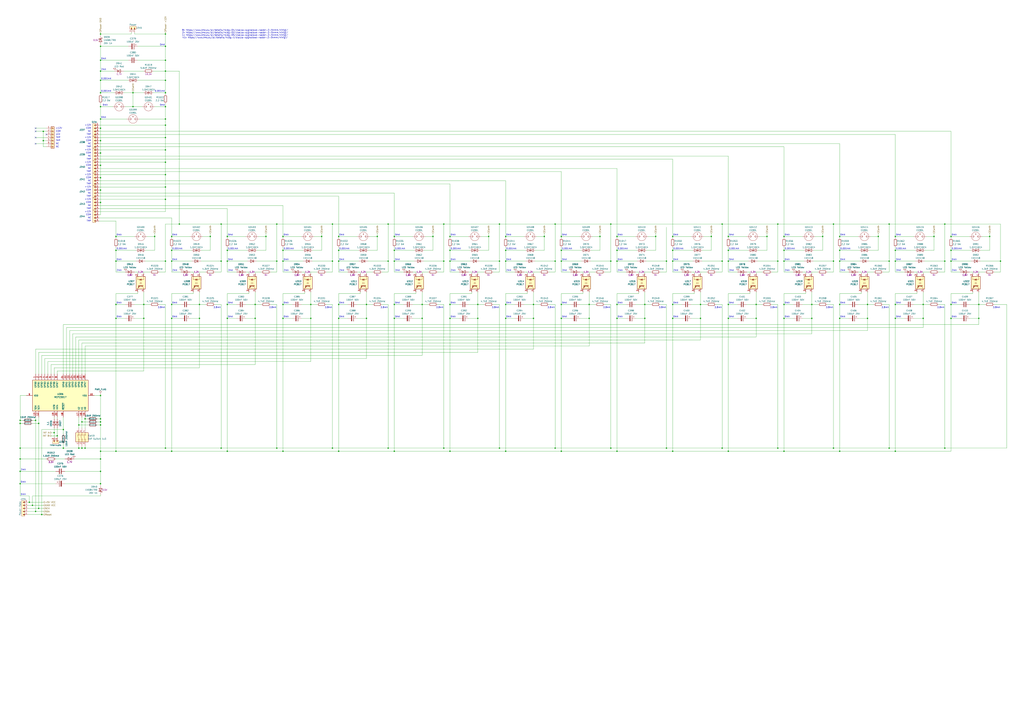
<source format=kicad_sch>
(kicad_sch (version 20231120) (generator "eeschema") (generator_version "8.0")
  (paper "A1")
  (junction (at 410.21 214.63))
  (junction (at 369.57 261.62))
  (junction (at 775.97 368.3))
  (junction (at 31.75 417.83))
  (junction (at 29.21 345.44))
  (junction (at 323.85 194.31))
  (junction (at 278.13 250.19))
  (junction (at 638.81 184.15))
  (junction (at 140.97 194.31))
  (junction (at 95.25 261.62))
  (junction (at 506.73 250.19))
  (junction (at 483.87 250.19))
  (junction (at 730.25 214.63))
  (junction (at 109.22 76.2))
  (junction (at 16.51 347.98))
  (junction (at 735.33 261.62))
  (junction (at 552.45 194.31))
  (junction (at 712.47 250.19))
  (junction (at 232.41 194.31))
  (junction (at 82.55 325.12))
  (junction (at 781.05 214.63))
  (junction (at 323.85 370.84))
  (junction (at 135.89 66.04))
  (junction (at 82.55 115.57))
  (junction (at 638.81 368.3))
  (junction (at 501.65 214.63))
  (junction (at 135.89 27.94))
  (junction (at 758.19 250.19))
  (junction (at 135.89 97.79))
  (junction (at 438.15 250.19))
  (junction (at 318.77 184.15))
  (junction (at 689.61 250.19))
  (junction (at 232.41 261.62))
  (junction (at 781.05 250.19))
  (junction (at 455.93 184.15))
  (junction (at 415.29 250.19))
  (junction (at 803.91 250.19))
  (junction (at 735.33 214.63))
  (junction (at 781.05 205.74))
  (junction (at 323.85 250.19))
  (junction (at 323.85 205.74))
  (junction (at 598.17 214.63))
  (junction (at 643.89 250.19))
  (junction (at 95.25 370.84))
  (junction (at 163.83 250.19))
  (junction (at 16.51 368.3))
  (junction (at 82.55 27.94))
  (junction (at 461.01 250.19))
  (junction (at 689.61 214.63))
  (junction (at 278.13 370.84))
  (junction (at 455.93 214.63))
  (junction (at 16.51 377.19))
  (junction (at 186.69 205.74))
  (junction (at 29.21 420.37))
  (junction (at 552.45 261.62))
  (junction (at 82.55 370.84))
  (junction (at 31.75 347.98))
  (junction (at 629.92 194.31))
  (junction (at 575.31 261.62))
  (junction (at 643.89 261.62))
  (junction (at 82.55 166.37))
  (junction (at 135.89 163.83))
  (junction (at 26.67 415.29))
  (junction (at 278.13 205.74))
  (junction (at 273.05 368.3))
  (junction (at 666.75 261.62))
  (junction (at 135.89 58.42))
  (junction (at 643.89 194.31))
  (junction (at 186.69 261.62))
  (junction (at 621.03 250.19))
  (junction (at 135.89 87.63))
  (junction (at 135.89 153.67))
  (junction (at 689.61 261.62))
  (junction (at 127 194.31))
  (junction (at 278.13 194.31))
  (junction (at 232.41 370.84))
  (junction (at 186.69 194.31))
  (junction (at 735.33 194.31))
  (junction (at 506.73 214.63))
  (junction (at 46.99 358.14))
  (junction (at 461.01 261.62))
  (junction (at 684.53 214.63))
  (junction (at 735.33 205.74))
  (junction (at 593.09 184.15))
  (junction (at 34.29 422.91))
  (junction (at 109.22 87.63))
  (junction (at 461.01 205.74))
  (junction (at 369.57 194.31))
  (junction (at 135.89 133.35))
  (junction (at 16.51 345.44))
  (junction (at 227.33 214.63))
  (junction (at 447.04 194.31))
  (junction (at 135.89 143.51))
  (junction (at 538.48 194.31))
  (junction (at 140.97 370.84))
  (junction (at 309.88 194.31))
  (junction (at 684.53 368.3))
  (junction (at 186.69 214.63))
  (junction (at 392.43 261.62))
  (junction (at 64.77 368.3))
  (junction (at 547.37 368.3))
  (junction (at 730.25 368.3))
  (junction (at 147.32 184.15))
  (junction (at 278.13 214.63))
  (junction (at 273.05 184.15))
  (junction (at 369.57 214.63))
  (junction (at 181.61 368.3))
  (junction (at 758.19 261.62))
  (junction (at 621.03 261.62))
  (junction (at 318.77 368.3))
  (junction (at 82.55 156.21))
  (junction (at 67.31 368.3))
  (junction (at 438.15 261.62))
  (junction (at 501.65 184.15))
  (junction (at 675.64 194.31))
  (junction (at 689.61 370.84))
  (junction (at 369.57 370.84))
  (junction (at 730.25 184.15))
  (junction (at 415.29 370.84))
  (junction (at 492.76 194.31))
  (junction (at 227.33 368.3))
  (junction (at 593.09 368.3))
  (junction (at 506.73 261.62))
  (junction (at 69.85 344.17))
  (junction (at 529.59 261.62))
  (junction (at 300.99 250.19))
  (junction (at 24.13 412.75))
  (junction (at 643.89 205.74))
  (junction (at 135.89 76.2))
  (junction (at 812.8 194.31))
  (junction (at 232.41 214.63))
  (junction (at 584.2 194.31))
  (junction (at 82.55 76.2))
  (junction (at 415.29 214.63))
  (junction (at 598.17 261.62))
  (junction (at 82.55 125.73))
  (junction (at 264.16 194.31))
  (junction (at 255.27 250.19))
  (junction (at 186.69 370.84))
  (junction (at 135.89 113.03))
  (junction (at 547.37 214.63))
  (junction (at 82.55 87.63))
  (junction (at 735.33 370.84))
  (junction (at 638.81 214.63))
  (junction (at 300.99 261.62))
  (junction (at 461.01 370.84))
  (junction (at 369.57 250.19))
  (junction (at 781.05 261.62))
  (junction (at 346.71 261.62))
  (junction (at 135.89 123.19))
  (junction (at 135.89 102.87))
  (junction (at 35.56 115.57))
  (junction (at 721.36 194.31))
  (junction (at 82.55 346.71))
  (junction (at 140.97 261.62))
  (junction (at 821.69 214.63))
  (junction (at 140.97 205.74))
  (junction (at 67.31 346.71))
  (junction (at 52.07 368.3))
  (junction (at 593.09 214.63))
  (junction (at 82.55 97.79))
  (junction (at 461.01 194.31))
  (junction (at 186.69 250.19))
  (junction (at 135.89 368.3))
  (junction (at 82.55 66.04))
  (junction (at 82.55 146.05))
  (junction (at 598.17 194.31))
  (junction (at 775.97 184.15))
  (junction (at 552.45 205.74))
  (junction (at 415.29 261.62))
  (junction (at 529.59 250.19))
  (junction (at 775.97 214.63))
  (junction (at 16.51 397.51))
  (junction (at 16.51 387.35))
  (junction (at 712.47 261.62))
  (junction (at 232.41 250.19))
  (junction (at 506.73 370.84))
  (junction (at 689.61 194.31))
  (junction (at 643.89 214.63))
  (junction (at 346.71 250.19))
  (junction (at 82.55 387.35))
  (junction (at 506.73 205.74))
  (junction (at 364.49 214.63))
  (junction (at 95.25 250.19))
  (junction (at 181.61 184.15))
  (junction (at 781.05 194.31))
  (junction (at 318.77 214.63))
  (junction (at 455.93 368.3))
  (junction (at 767.08 194.31))
  (junction (at 95.25 205.74))
  (junction (at 82.55 349.25))
  (junction (at 135.89 214.63))
  (junction (at 209.55 250.19))
  (junction (at 689.61 205.74))
  (junction (at 364.49 184.15))
  (junction (at 255.27 261.62))
  (junction (at 44.45 355.6))
  (junction (at 735.33 250.19))
  (junction (at 552.45 214.63))
  (junction (at 415.29 205.74))
  (junction (at 82.55 38.1))
  (junction (at 218.44 194.31))
  (junction (at 552.45 250.19))
  (junction (at 35.56 107.95))
  (junction (at 82.55 397.51))
  (junction (at 552.45 370.84))
  (junction (at 209.55 261.62))
  (junction (at 483.87 261.62))
  (junction (at 803.91 261.62))
  (junction (at 140.97 250.19))
  (junction (at 461.01 214.63))
  (junction (at 598.17 370.84))
  (junction (at 506.73 194.31))
  (junction (at 666.75 250.19))
  (junction (at 501.65 368.3))
  (junction (at 118.11 250.19))
  (junction (at 323.85 261.62))
  (junction (at 52.07 353.06))
  (junction (at 410.21 184.15))
  (junction (at 82.55 49.53))
  (junction (at 82.55 58.42))
  (junction (at 140.97 214.63))
  (junction (at 181.61 214.63))
  (junction (at 401.32 194.31))
  (junction (at 232.41 205.74))
  (junction (at 392.43 250.19))
  (junction (at 69.85 368.3))
  (junction (at 163.83 261.62))
  (junction (at 82.55 377.19))
  (junction (at 323.85 214.63))
  (junction (at 684.53 184.15))
  (junction (at 369.57 205.74))
  (junction (at 82.55 135.89))
  (junction (at 135.89 38.1))
  (junction (at 410.21 368.3))
  (junction (at 598.17 250.19))
  (junction (at 135.89 49.53))
  (junction (at 82.55 105.41))
  (junction (at 64.77 349.25))
  (junction (at 172.72 194.31))
  (junction (at 598.17 205.74))
  (junction (at 575.31 250.19))
  (junction (at 364.49 368.3))
  (junction (at 95.25 194.31))
  (junction (at 355.6 194.31))
  (junction (at 278.13 261.62))
  (junction (at 273.05 214.63))
  (junction (at 643.89 370.84))
  (junction (at 82.55 344.17))
  (junction (at 227.33 184.15))
  (junction (at 118.11 261.62))
  (junction (at 95.25 214.63))
  (junction (at 415.29 194.31))
  (no_connect (at 29.21 118.11))
  (no_connect (at 38.1 110.49))
  (no_connect (at 29.21 105.41))
  (no_connect (at 29.21 113.03))
  (no_connect (at 29.21 107.95))
  (wire (pts (xy 232.41 261.62) (xy 240.03 261.62)))
  (wire (pts (xy 135.89 58.42) (xy 147.32 58.42)))
  (wire (pts (xy 826.77 250.19) (xy 816.61 250.19)))
  (wire (pts (xy 82.55 349.25) (xy 82.55 370.84)))
  (wire (pts (xy 598.17 203.2) (xy 598.17 205.74)))
  (wire (pts (xy 615.95 224.79) (xy 615.95 223.52)))
  (wire (pts (xy 598.17 205.74) (xy 598.17 214.63)))
  (wire (pts (xy 295.91 224.79) (xy 295.91 223.52)))
  (wire (pts (xy 81.28 166.37) (xy 82.55 166.37)))
  (wire (pts (xy 81.28 148.59) (xy 415.29 148.59)))
  (wire (pts (xy 643.89 194.31) (xy 659.13 194.31)))
  (wire (pts (xy 39.37 297.18) (xy 255.27 297.18)))
  (wire (pts (xy 140.97 250.19) (xy 148.59 250.19)))
  (wire (pts (xy 721.36 191.77) (xy 721.36 194.31)))
  (wire (pts (xy 210.82 214.63) (xy 227.33 214.63)))
  (wire (pts (xy 135.89 26.67) (xy 135.89 27.94)))
  (wire (pts (xy 278.13 161.29) (xy 278.13 194.31)))
  (wire (pts (xy 95.25 241.3) (xy 95.25 250.19)))
  (wire (pts (xy 455.93 250.19) (xy 455.93 368.3)))
  (wire (pts (xy 575.31 279.4) (xy 64.77 279.4)))
  (wire (pts (xy 598.17 195.58) (xy 598.17 194.31)))
  (wire (pts (xy 438.15 287.02) (xy 29.21 287.02)))
  (wire (pts (xy 433.07 224.79) (xy 433.07 223.52)))
  (wire (pts (xy 53.34 397.51) (xy 82.55 397.51)))
  (wire (pts (xy 364.49 184.15) (xy 364.49 214.63)))
  (wire (pts (xy 806.45 194.31) (xy 812.8 194.31)))
  (wire (pts (xy 82.55 166.37) (xy 82.55 156.21)))
  (wire (pts (xy 204.47 224.79) (xy 204.47 223.52)))
  (wire (pts (xy 758.19 250.19) (xy 758.19 261.62)))
  (wire (pts (xy 781.05 370.84) (xy 781.05 261.62)))
  (wire (pts (xy 323.85 203.2) (xy 323.85 205.74)))
  (wire (pts (xy 218.44 194.31) (xy 218.44 205.74)))
  (wire (pts (xy 577.85 194.31) (xy 584.2 194.31)))
  (wire (pts (xy 201.93 261.62) (xy 209.55 261.62)))
  (wire (pts (xy 273.05 368.3) (xy 227.33 368.3)))
  (wire (pts (xy 82.55 38.1) (xy 105.41 38.1)))
  (wire (pts (xy 181.61 184.15) (xy 181.61 214.63)))
  (wire (pts (xy 730.25 184.15) (xy 730.25 214.63)))
  (wire (pts (xy 81.28 143.51) (xy 135.89 143.51)))
  (wire (pts (xy 461.01 195.58) (xy 461.01 194.31)))
  (wire (pts (xy 461.01 214.63) (xy 477.52 214.63)))
  (wire (pts (xy 567.69 261.62) (xy 575.31 261.62)))
  (wire (pts (xy 232.41 250.19) (xy 240.03 250.19)))
  (wire (pts (xy 81.28 171.45) (xy 186.69 171.45)))
  (wire (pts (xy 593.09 368.3) (xy 638.81 368.3)))
  (wire (pts (xy 135.89 85.09) (xy 135.89 87.63)))
  (wire (pts (xy 302.26 205.74) (xy 309.88 205.74)))
  (wire (pts (xy 478.79 223.52) (xy 476.25 223.52)))
  (wire (pts (xy 16.51 397.51) (xy 16.51 407.67)))
  (wire (pts (xy 532.13 194.31) (xy 538.48 194.31)))
  (wire (pts (xy 346.71 223.52) (xy 346.71 224.79)))
  (wire (pts (xy 455.93 368.3) (xy 501.65 368.3)))
  (wire (pts (xy 135.89 38.1) (xy 135.89 49.53)))
  (wire (pts (xy 135.89 58.42) (xy 135.89 49.53)))
  (wire (pts (xy 521.97 250.19) (xy 529.59 250.19)))
  (wire (pts (xy 392.43 261.62) (xy 392.43 289.56)))
  (wire (pts (xy 552.45 250.19) (xy 560.07 250.19)))
  (wire (pts (xy 82.55 407.67) (xy 82.55 406.4)))
  (wire (pts (xy 712.47 250.19) (xy 717.55 250.19)))
  (wire (pts (xy 364.49 250.19) (xy 359.41 250.19)))
  (wire (pts (xy 485.14 205.74) (xy 492.76 205.74)))
  (wire (pts (xy 38.1 118.11) (xy 29.21 118.11)))
  (wire (pts (xy 77.47 325.12) (xy 82.55 325.12)))
  (wire (pts (xy 439.42 205.74) (xy 447.04 205.74)))
  (wire (pts (xy 486.41 194.31) (xy 492.76 194.31)))
  (wire (pts (xy 22.86 420.37) (xy 29.21 420.37)))
  (wire (pts (xy 506.73 241.3) (xy 506.73 250.19)))
  (wire (pts (xy 415.29 205.74) (xy 415.29 214.63)))
  (wire (pts (xy 598.17 261.62) (xy 598.17 370.84)))
  (wire (pts (xy 67.31 346.71) (xy 72.39 346.71)))
  (wire (pts (xy 438.15 223.52) (xy 438.15 224.79)))
  (wire (pts (xy 81.28 151.13) (xy 369.57 151.13)))
  (wire (pts (xy 201.93 250.19) (xy 209.55 250.19)))
  (wire (pts (xy 666.75 261.62) (xy 666.75 274.32)))
  (wire (pts (xy 38.1 120.65) (xy 35.56 120.65)))
  (wire (pts (xy 135.89 133.35) (xy 135.89 123.19)))
  (wire (pts (xy 712.47 261.62) (xy 712.47 271.78)))
  (wire (pts (xy 250.19 240.03) (xy 250.19 241.3)))
  (wire (pts (xy 767.08 194.31) (xy 767.08 205.74)))
  (wire (pts (xy 318.77 368.3) (xy 273.05 368.3)))
  (wire (pts (xy 110.49 261.62) (xy 118.11 261.62)))
  (wire (pts (xy 638.81 214.63) (xy 638.81 223.52)))
  (wire (pts (xy 135.89 184.15) (xy 135.89 214.63)))
  (wire (pts (xy 584.2 194.31) (xy 584.2 205.74)))
  (wire (pts (xy 689.61 241.3) (xy 707.39 241.3)))
  (wire (pts (xy 81.28 128.27) (xy 598.17 128.27)))
  (wire (pts (xy 64.77 349.25) (xy 72.39 349.25)))
  (wire (pts (xy 130.81 223.52) (xy 135.89 223.52)))
  (wire (pts (xy 278.13 250.19) (xy 285.75 250.19)))
  (wire (pts (xy 547.37 250.19) (xy 547.37 368.3)))
  (wire (pts (xy 264.16 191.77) (xy 264.16 194.31)))
  (wire (pts (xy 575.31 250.19) (xy 580.39 250.19)))
  (wire (pts (xy 707.39 223.52) (xy 704.85 223.52)))
  (wire (pts (xy 770.89 223.52) (xy 775.97 223.52)))
  (wire (pts (xy 730.25 184.15) (xy 684.53 184.15)))
  (wire (pts (xy 369.57 205.74) (xy 369.57 214.63)))
  (wire (pts (xy 598.17 241.3) (xy 598.17 250.19)))
  (wire (pts (xy 309.88 191.77) (xy 309.88 194.31)))
  (wire (pts (xy 26.67 415.29) (xy 35.56 415.29)))
  (wire (pts (xy 393.7 214.63) (xy 410.21 214.63)))
  (wire (pts (xy 35.56 107.95) (xy 35.56 115.57)))
  (wire (pts (xy 264.16 194.31) (xy 264.16 205.74)))
  (wire (pts (xy 95.25 241.3) (xy 113.03 241.3)))
  (wire (pts (xy 95.25 203.2) (xy 95.25 205.74)))
  (wire (pts (xy 22.86 417.83) (xy 31.75 417.83)))
  (wire (pts (xy 401.32 191.77) (xy 401.32 194.31)))
  (wire (pts (xy 300.99 294.64) (xy 36.83 294.64)))
  (wire (pts (xy 110.49 250.19) (xy 118.11 250.19)))
  (wire (pts (xy 31.75 289.56) (xy 31.75 307.34)))
  (wire (pts (xy 575.31 250.19) (xy 575.31 261.62)))
  (wire (pts (xy 323.85 194.31) (xy 339.09 194.31)))
  (wire (pts (xy 455.93 250.19) (xy 450.85 250.19)))
  (wire (pts (xy 369.57 195.58) (xy 369.57 194.31)))
  (wire (pts (xy 135.89 97.79) (xy 135.89 102.87)))
  (wire (pts (xy 483.87 261.62) (xy 483.87 284.48)))
  (wire (pts (xy 415.29 250.19) (xy 422.91 250.19)))
  (wire (pts (xy 278.13 223.52) (xy 285.75 223.52)))
  (wire (pts (xy 689.61 261.62) (xy 689.61 370.84)))
  (wire (pts (xy 135.89 87.63) (xy 135.89 97.79)))
  (wire (pts (xy 707.39 240.03) (xy 707.39 241.3)))
  (wire (pts (xy 81.28 107.95) (xy 781.05 107.95)))
  (wire (pts (xy 95.25 205.74) (xy 111.76 205.74)))
  (wire (pts (xy 735.33 250.19) (xy 742.95 250.19)))
  (wire (pts (xy 816.61 223.52) (xy 821.69 223.52)))
  (wire (pts (xy 82.55 105.41) (xy 82.55 115.57)))
  (wire (pts (xy 212.09 194.31) (xy 218.44 194.31)))
  (wire (pts (xy 273.05 184.15) (xy 273.05 214.63)))
  (wire (pts (xy 621.03 261.62) (xy 621.03 276.86)))
  (wire (pts (xy 278.13 261.62) (xy 278.13 370.84)))
  (wire (pts (xy 29.21 113.03) (xy 38.1 113.03)))
  (wire (pts (xy 57.15 271.78) (xy 712.47 271.78)))
  (wire (pts (xy 140.97 203.2) (xy 140.97 205.74)))
  (wire (pts (xy 54.61 269.24) (xy 54.61 307.34)))
  (wire (pts (xy 62.23 276.86) (xy 62.23 307.34)))
  (wire (pts (xy 781.05 223.52) (xy 788.67 223.52)))
  (wire (pts (xy 552.45 195.58) (xy 552.45 194.31)))
  (wire (pts (xy 39.37 307.34) (xy 39.37 297.18)))
  (wire (pts (xy 64.77 349.25) (xy 64.77 351.79)))
  (wire (pts (xy 82.55 85.09) (xy 82.55 87.63)))
  (wire (pts (xy 730.25 368.3) (xy 775.97 368.3)))
  (wire (pts (xy 163.83 250.19) (xy 168.91 250.19)))
  (wire (pts (xy 81.28 163.83) (xy 135.89 163.83)))
  (wire (pts (xy 209.55 250.19) (xy 209.55 261.62)))
  (wire (pts (xy 181.61 368.3) (xy 227.33 368.3)))
  (wire (pts (xy 166.37 194.31) (xy 172.72 194.31)))
  (wire (pts (xy 501.65 184.15) (xy 501.65 214.63)))
  (wire (pts (xy 529.59 250.19) (xy 529.59 261.62)))
  (wire (pts (xy 387.35 223.52) (xy 384.81 223.52)))
  (wire (pts (xy 775.97 184.15) (xy 775.97 214.63)))
  (wire (pts (xy 369.57 261.62) (xy 377.19 261.62)))
  (wire (pts (xy 81.28 105.41) (xy 82.55 105.41)))
  (wire (pts (xy 82.55 66.04) (xy 82.55 76.2)))
  (wire (pts (xy 140.97 261.62) (xy 140.97 370.84)))
  (wire (pts (xy 135.89 58.42) (xy 135.89 66.04)))
  (wire (pts (xy 52.07 353.06) (xy 52.07 356.87)))
  (wire (pts (xy 95.25 195.58) (xy 95.25 194.31)))
  (wire (pts (xy 803.91 250.19) (xy 808.99 250.19)))
  (wire (pts (xy 753.11 240.03) (xy 753.11 241.3)))
  (wire (pts (xy 278.13 205.74) (xy 278.13 214.63)))
  (wire (pts (xy 524.51 240.03) (xy 524.51 241.3)))
  (wire (pts (xy 346.71 250.19) (xy 351.79 250.19)))
  (wire (pts (xy 689.61 250.19) (xy 689.61 261.62)))
  (wire (pts (xy 521.97 261.62) (xy 529.59 261.62)))
  (wire (pts (xy 147.32 58.42) (xy 147.32 184.15)))
  (wire (pts (xy 613.41 250.19) (xy 621.03 250.19)))
  (wire (pts (xy 349.25 194.31) (xy 355.6 194.31)))
  (wire (pts (xy 232.41 261.62) (xy 232.41 370.84)))
  (wire (pts (xy 529.59 223.52) (xy 529.59 224.79)))
  (wire (pts (xy 506.73 261.62) (xy 514.35 261.62)))
  (wire (pts (xy 369.57 214.63) (xy 369.57 223.52)))
  (wire (pts (xy 506.73 214.63) (xy 506.73 223.52)))
  (wire (pts (xy 110.49 27.94) (xy 135.89 27.94)))
  (wire (pts (xy 323.85 223.52) (xy 331.47 223.52)))
  (wire (pts (xy 172.72 194.31) (xy 172.72 205.74)))
  (wire (pts (xy 300.99 223.52) (xy 306.07 223.52)))
  (wire (pts (xy 730.25 214.63) (xy 730.25 223.52)))
  (wire (pts (xy 552.45 250.19) (xy 552.45 261.62)))
  (wire (pts (xy 392.43 240.03) (xy 392.43 250.19)))
  (wire (pts (xy 735.33 110.49) (xy 81.28 110.49)))
  (wire (pts (xy 95.25 250.19) (xy 95.25 261.62)))
  (wire (pts (xy 204.47 223.52) (xy 201.93 223.52)))
  (wire (pts (xy 369.57 250.19) (xy 377.19 250.19)))
  (wire (pts (xy 34.29 292.1) (xy 34.29 307.34)))
  (wire (pts (xy 593.09 250.19) (xy 588.01 250.19)))
  (wire (pts (xy 615.95 240.03) (xy 615.95 241.3)))
  (wire (pts (xy 118.11 250.19) (xy 123.19 250.19)))
  (wire (pts (xy 669.29 194.31) (xy 675.64 194.31)))
  (wire (pts (xy 621.03 223.52) (xy 626.11 223.52)))
  (wire (pts (xy 410.21 368.3) (xy 364.49 368.3)))
  (wire (pts (xy 186.69 203.2) (xy 186.69 205.74)))
  (wire (pts (xy 369.57 370.84) (xy 415.29 370.84)))
  (wire (pts (xy 82.55 349.25) (xy 82.55 346.71)))
  (wire (pts (xy 598.17 370.84) (xy 643.89 370.84)))
  (wire (pts (xy 684.53 184.15) (xy 684.53 214.63)))
  (wire (pts (xy 163.83 302.26) (xy 163.83 261.62)))
  (wire (pts (xy 186.69 195.58) (xy 186.69 194.31)))
  (wire (pts (xy 102.87 87.63) (xy 109.22 87.63)))
  (wire (pts (xy 712.47 223.52) (xy 717.55 223.52)))
  (wire (pts (xy 447.04 194.31) (xy 447.04 205.74)))
  (wire (pts (xy 232.41 370.84) (xy 278.13 370.84)))
  (wire (pts (xy 735.33 223.52) (xy 742.95 223.52)))
  (wire (pts (xy 318.77 184.15) (xy 318.77 214.63)))
  (wire (pts (xy 278.13 214.63) (xy 294.64 214.63)))
  (wire (pts (xy 52.07 266.7) (xy 52.07 307.34)))
  (wire (pts (xy 643.89 241.3) (xy 661.67 241.3)))
  (wire (pts (xy 570.23 240.03) (xy 570.23 241.3)))
  (wire (pts (xy 313.69 223.52) (xy 318.77 223.52)))
  (wire (pts (xy 506.73 370.84) (xy 552.45 370.84)))
  (wire (pts (xy 347.98 205.74) (xy 355.6 205.74)))
  (wire (pts (xy 64.77 368.3) (xy 67.31 368.3)))
  (wire (pts (xy 113.03 223.52) (xy 110.49 223.52)))
  (wire (pts (xy 721.36 194.31) (xy 721.36 205.74)))
  (wire (pts (xy 95.25 194.31) (xy 110.49 194.31)))
  (wire (pts (xy 64.77 279.4) (xy 64.77 307.34)))
  (wire (pts (xy 186.69 194.31) (xy 201.93 194.31)))
  (wire (pts (xy 461.01 205.74) (xy 461.01 214.63)))
  (wire (pts (xy 22.86 412.75) (xy 24.13 412.75)))
  (wire (pts (xy 156.21 250.19) (xy 163.83 250.19)))
  (wire (pts (xy 135.89 133.35) (xy 135.89 143.51)))
  (wire (pts (xy 621.03 250.19) (xy 626.11 250.19)))
  (wire (pts (xy 364.49 184.15) (xy 410.21 184.15)))
  (wire (pts (xy 643.89 250.19) (xy 651.51 250.19)))
  (wire (pts (xy 82.55 146.05) (xy 82.55 156.21)))
  (wire (pts (xy 506.73 223.52) (xy 514.35 223.52)))
  (wire (pts (xy 666.75 274.32) (xy 59.69 274.32)))
  (wire (pts (xy 524.51 223.52) (xy 521.97 223.52)))
  (wire (pts (xy 64.77 367.03) (xy 64.77 368.3)))
  (wire (pts (xy 135.89 250.19) (xy 130.81 250.19)))
  (wire (pts (xy 81.28 130.81) (xy 552.45 130.81)))
  (wire (pts (xy 67.31 281.94) (xy 529.59 281.94)))
  (wire (pts (xy 36.83 294.64) (xy 36.83 307.34)))
  (wire (pts (xy 186.69 214.63) (xy 186.69 223.52)))
  (wire (pts (xy 34.29 353.06) (xy 34.29 422.91)))
  (wire (pts (xy 455.93 368.3) (xy 410.21 368.3)))
  (wire (pts (xy 119.38 205.74) (xy 127 205.74)))
  (wire (pts (xy 82.55 36.83) (xy 82.55 38.1)))
  (wire (pts (xy 113.03 66.04) (xy 135.89 66.04)))
  (wire (pts (xy 689.61 194.31) (xy 704.85 194.31)))
  (wire (pts (xy 46.99 342.9) (xy 46.99 344.17)))
  (wire (pts (xy 41.91 355.6) (xy 44.45 355.6)))
  (wire (pts (xy 341.63 224.79) (xy 341.63 223.52)))
  (wire (pts (xy 255.27 297.18) (xy 255.27 261.62)))
  (wire (pts (xy 81.28 120.65) (xy 643.89 120.65)))
  (wire (pts (xy 735.33 194.31) (xy 750.57 194.31)))
  (wire (pts (xy 430.53 261.62) (xy 438.15 261.62)))
  (wire (pts (xy 588.01 223.52) (xy 593.09 223.52)))
  (wire (pts (xy 369.57 241.3) (xy 387.35 241.3)))
  (wire (pts (xy 81.28 123.19) (xy 135.89 123.19)))
  (wire (pts (xy 803.91 240.03) (xy 803.91 250.19)))
  (wire (pts (xy 118.11 223.52) (xy 123.19 223.52)))
  (wire (pts (xy 805.18 205.74) (xy 812.8 205.74)))
  (wire (pts (xy 52.07 364.49) (xy 52.07 368.3)))
  (wire (pts (xy 107.95 27.94) (xy 107.95 26.67)))
  (wire (pts (xy 232.41 250.19) (xy 232.41 261.62)))
  (wire (pts (xy 300.99 223.52) (xy 300.99 224.79)))
  (wire (pts (xy 659.13 250.19) (xy 666.75 250.19)))
  (wire (pts (xy 524.51 224.79) (xy 524.51 223.52)))
  (wire (pts (xy 461.01 214.63) (xy 461.01 223.52)))
  (wire (pts (xy 369.57 261.62) (xy 369.57 370.84)))
  (wire (pts (xy 798.83 224.79) (xy 798.83 223.52)))
  (wire (pts (xy 45.72 377.19) (xy 53.34 377.19)))
  (wire (pts (xy 796.29 261.62) (xy 803.91 261.62)))
  (wire (pts (xy 46.99 307.34) (xy 46.99 304.8)))
  (wire (pts (xy 255.27 223.52) (xy 255.27 224.79)))
  (wire (pts (xy 158.75 223.52) (xy 156.21 223.52)))
  (wire (pts (xy 410.21 250.19) (xy 410.21 368.3)))
  (wire (pts (xy 812.8 191.77) (xy 812.8 194.31)))
  (wire (pts (xy 812.8 194.31) (xy 812.8 205.74)))
  (wire (pts (xy 476.25 261.62) (xy 483.87 261.62)))
  (wire (pts (xy 492.76 194.31) (xy 492.76 205.74)))
  (wire (pts (xy 506.73 250.19) (xy 514.35 250.19)))
  (wire (pts (xy 16.51 368.3) (xy 16.51 377.19)))
  (wire (pts (xy 707.39 224.79) (xy 707.39 223.52)))
  (wire (pts (xy 730.25 250.19) (xy 725.17 250.19)))
  (wire (pts (xy 593.09 184.15) (xy 638.81 184.15)))
  (wire (pts (xy 394.97 194.31) (xy 401.32 194.31)))
  (wire (pts (xy 82.55 370.84) (xy 95.25 370.84)))
  (wire (pts (xy 209.55 261.62) (xy 209.55 299.72)))
  (wire (pts (xy 781.05 195.58) (xy 781.05 194.31)))
  (wire (pts (xy 186.69 205.74) (xy 203.2 205.74)))
  (wire (pts (xy 278.13 241.3) (xy 295.91 241.3)))
  (wire (pts (xy 140.97 179.07) (xy 140.97 194.31)))
  (wire (pts (xy 95.25 370.84) (xy 140.97 370.84)))
  (wire (pts (xy 643.89 250.19) (xy 643.89 261.62)))
  (wire (pts (xy 415.29 261.62) (xy 422.91 261.62)))
  (wire (pts (xy 346.71 240.03) (xy 346.71 250.19)))
  (wire (pts (xy 140.97 194.31) (xy 156.21 194.31)))
  (wire (pts (xy 369.57 214.63) (xy 386.08 214.63)))
  (wire (pts (xy 41.91 358.14) (xy 46.99 358.14)))
  (wire (pts (xy 552.45 261.62) (xy 560.07 261.62)))
  (wire (pts (xy 803.91 250.19) (xy 803.91 261.62)))
  (wire (pts (xy 80.01 344.17) (xy 82.55 344.17)))
  (wire (pts (xy 302.26 214.63) (xy 318.77 214.63)))
  (wire (pts (xy 392.43 223.52) (xy 392.43 224.79)))
  (wire (pts (xy 758.19 223.52) (xy 758.19 224.79)))
  (wire (pts (xy 232.41 168.91) (xy 232.41 194.31)))
  (wire (pts (xy 232.41 203.2) (xy 232.41 205.74)))
  (wire (pts (xy 781.05 205.74) (xy 781.05 214.63)))
  (wire (pts (xy 323.85 158.75) (xy 323.85 194.31)))
  (wire (pts (xy 369.57 250.19) (xy 369.57 261.62)))
  (wire (pts (xy 483.87 250.19) (xy 483.87 261.62)))
  (wire (pts (xy 323.85 214.63) (xy 323.85 223.52)))
  (wire (pts (xy 16.51 377.19) (xy 38.1 377.19)))
  (wire (pts (xy 186.69 261.62) (xy 194.31 261.62)))
  (wire (pts (xy 781.05 241.3) (xy 781.05 250.19)))
  (wire (pts (xy 730.25 250.19) (xy 730.25 368.3)))
  (wire (pts (xy 355.6 194.31) (xy 355.6 205.74)))
  (wire (pts (xy 542.29 223.52) (xy 547.37 223.52)))
  (wire (pts (xy 163.83 223.52) (xy 163.83 224.79)))
  (wire (pts (xy 593.09 250.19) (xy 593.09 368.3)))
  (wire (pts (xy 323.85 241.3) (xy 341.63 241.3)))
  (wire (pts (xy 273.05 214.63) (xy 273.05 223.52)))
  (wire (pts (xy 758.19 261.62) (xy 758.19 269.24)))
  (wire (pts (xy 598.17 128.27) (xy 598.17 194.31)))
  (wire (pts (xy 713.74 214.63) (xy 730.25 214.63)))
  (wire (pts (xy 35.56 120.65) (xy 35.56 115.57)))
  (wire (pts (xy 775.97 250.19) (xy 775.97 368.3)))
  (wire (pts (xy 186.69 241.3) (xy 204.47 241.3)))
  (wire (pts (xy 576.58 214.63) (xy 593.09 214.63)))
  (wire (pts (xy 689.61 261.62) (xy 697.23 261.62)))
  (wire (pts (xy 405.13 223.52) (xy 410.21 223.52)))
  (wire (pts (xy 82.55 323.85) (xy 82.55 325.12)))
  (wire (pts (xy 35.56 107.95) (xy 38.1 107.95)))
  (wire (pts (xy 95.25 214.63) (xy 111.76 214.63)))
  (wire (pts (xy 455.93 184.15) (xy 501.65 184.15)))
  (wire (pts (xy 369.57 194.31) (xy 384.81 194.31)))
  (wire (pts (xy 643.89 205.74) (xy 643.89 214.63)))
  (wire (pts (xy 318.77 214.63) (xy 318.77 223.52)))
  (wire (pts (xy 415.29 261.62) (xy 415.29 370.84)))
  (wire (pts (xy 309.88 194.31) (xy 309.88 205.74)))
  (wire (pts (xy 575.31 261.62) (xy 575.31 279.4)))
  (wire (pts (xy 186.69 223.52) (xy 194.31 223.52)))
  (wire (pts (xy 24.13 407.67) (xy 24.13 412.75)))
  (wire (pts (xy 715.01 194.31) (xy 721.36 194.31)))
  (wire (pts (xy 186.69 214.63) (xy 203.2 214.63)))
  (wire (pts (xy 81.28 181.61) (xy 95.25 181.61)))
  (wire (pts (xy 781.05 261.62) (xy 788.67 261.62)))
  (wire (pts (xy 547.37 368.3) (xy 593.09 368.3)))
  (wire (pts (xy 501.65 184.15) (xy 593.09 184.15)))
  (wire (pts (xy 781.05 250.19) (xy 788.67 250.19)))
  (wire (pts (xy 82.55 97.79) (xy 104.14 97.79)))
  (wire (pts (xy 82.55 27.94) (xy 82.55 29.21)))
  (wire (pts (xy 318.77 250.19) (xy 313.69 250.19)))
  (wire (pts (xy 369.57 241.3) (xy 369.57 250.19)))
  (wire (pts (xy 346.71 250.19) (xy 346.71 261.62)))
  (wire (pts (xy 81.28 138.43) (xy 506.73 138.43)))
  (wire (pts (xy 29.21 345.44) (xy 29.21 342.9)))
  (wire (pts (xy 232.41 241.3) (xy 250.19 241.3)))
  (wire (pts (xy 725.17 223.52) (xy 730.25 223.52)))
  (wire (pts (xy 218.44 191.77) (xy 218.44 194.31)))
  (wire (pts (xy 461.01 250.19) (xy 468.63 250.19)))
  (wire (pts (xy 666.75 250.19) (xy 671.83 250.19)))
  (wire (pts (xy 81.28 125.73) (xy 82.55 125.73)))
  (wire (pts (xy 415.29 250.19) (xy 415.29 261.62)))
  (wire (pts (xy 485.14 214.63) (xy 501.65 214.63)))
  (wire (pts (xy 16.51 325.12) (xy 16.51 345.44)))
  (wire (pts (xy 44.45 355.6) (xy 44.45 359.41)))
  (wire (pts (xy 735.33 250.19) (xy 735.33 261.62)))
  (wire (pts (xy 758.19 250.19) (xy 763.27 250.19)))
  (wire (pts (xy 622.3 214.63) (xy 638.81 214.63)))
  (wire (pts (xy 41.91 299.72) (xy 41.91 307.34)))
  (wire (pts (xy 392.43 250.19) (xy 397.51 250.19)))
  (wire (pts (xy 689.61 214.63) (xy 706.12 214.63)))
  (wire (pts (xy 293.37 250.19) (xy 300.99 250.19)))
  (wire (pts (xy 318.77 250.19) (xy 318.77 368.3)))
  (wire (pts (xy 750.57 261.62) (xy 758.19 261.62)))
  (wire (pts (xy 529.59 240.03) (xy 529.59 250.19)))
  (wire (pts (xy 80.01 349.25) (xy 82.55 349.25)))
  (wire (pts (xy 455.93 214.63) (xy 455.93 223.52)))
  (wire (pts (xy 82.55 87.63) (xy 92.71 87.63)))
  (wire (pts (xy 57.15 271.78) (xy 57.15 307.34)))
  (wire (pts (xy 753.11 224.79) (xy 753.11 223.52)))
  (wire (pts (xy 355.6 191.77) (xy 355.6 194.31)))
  (wire (pts (xy 38.1 105.41) (xy 29.21 105.41)))
  (wire (pts (xy 69.85 344.17) (xy 69.85 342.9)))
  (wire (pts (xy 135.89 163.83) (xy 135.89 153.67)))
  (wire (pts (xy 461.01 241.3) (xy 478.79 241.3)))
  (wire (pts (xy 16.51 325.12) (xy 21.59 325.12)))
  (wire (pts (xy 803.91 223.52) (xy 808.99 223.52)))
  (wire (pts (xy 81.28 156.21) (xy 82.55 156.21)))
  (wire (pts (xy 661.67 224.79) (xy 661.67 223.52)))
  (wire (pts (xy 52.07 342.9) (xy 52.07 353.06)))
  (wire (pts (xy 82.55 87.63) (xy 82.55 97.79)))
  (wire (pts (xy 753.11 223.52) (xy 750.57 223.52)))
  (wire (pts (xy 730.25 368.3) (xy 684.53 368.3)))
  (wire (pts (xy 638.81 250.19) (xy 633.73 250.19)))
  (wire (pts (xy 392.43 250.19) (xy 392.43 261.62)))
  (wire (pts (xy 501.65 368.3) (xy 547.37 368.3)))
  (wire (pts (xy 506.73 214.63) (xy 523.24 214.63)))
  (wire (pts (xy 684.53 250.19) (xy 679.45 250.19)))
  (wire (pts (xy 461.01 241.3) (xy 461.01 250.19)))
  (wire (pts (xy 323.85 205.74) (xy 340.36 205.74)))
  (wire (pts (xy 643.89 214.63) (xy 660.4 214.63)))
  (wire (pts (xy 232.41 214.63) (xy 232.41 223.52)))
  (wire (pts (xy 821.69 184.15) (xy 821.69 214.63)))
  (wire (pts (xy 803.91 223.52) (xy 803.91 224.79)))
  (wire (pts (xy 339.09 250.19) (xy 346.71 250.19)))
  (wire (pts (xy 689.61 214.63) (xy 689.61 223.52)))
  (wire (pts (xy 140.97 223.52) (xy 148.59 223.52)))
  (wire (pts (xy 438.15 250.19) (xy 443.23 250.19)))
  (wire (pts (xy 552.45 205.74) (xy 552.45 214.63)))
  (wire (pts (xy 118.11 223.52) (xy 118.11 224.79)))
  (wire (pts (xy 60.96 377.19) (xy 82.55 377.19)))
  (wire (pts (xy 22.86 415.29) (xy 26.67 415.29)))
  (wire (pts (xy 82.55 49.53) (xy 105.41 49.53)))
  (wire (pts (xy 552.45 214.63) (xy 568.96 214.63)))
  (wire (pts (xy 735.33 195.58) (xy 735.33 194.31)))
  (wire (pts (xy 438.15 223.52) (xy 443.23 223.52)))
  (wire (pts (xy 256.54 205.74) (xy 264.16 205.74)))
  (wire (pts (xy 666.75 240.03) (xy 666.75 250.19)))
  (wire (pts (xy 72.39 344.17) (xy 69.85 344.17)))
  (wire (pts (xy 95.25 214.63) (xy 95.25 223.52)))
  (wire (pts (xy 81.28 168.91) (xy 232.41 168.91)))
  (wire (pts (xy 16.51 347.98) (xy 19.05 347.98)))
  (wire (pts (xy 81.28 161.29) (xy 278.13 161.29)))
  (wire (pts (xy 461.01 140.97) (xy 461.01 194.31)))
  (wire (pts (xy 689.61 195.58) (xy 689.61 194.31)))
  (wire (pts (xy 300.99 250.19) (xy 306.07 250.19)))
  (wire (pts (xy 570.23 223.52) (xy 567.69 223.52)))
  (wire (pts (xy 461.01 261.62) (xy 461.01 370.84)))
  (wire (pts (xy 24.13 412.75) (xy 35.56 412.75)))
  (wire (pts (xy 255.27 223.52) (xy 260.35 223.52)))
  (wire (pts (xy 643.89 261.62) (xy 651.51 261.62)))
  (wire (pts (xy 392.43 289.56) (xy 31.75 289.56)))
  (wire (pts (xy 461.01 261.62) (xy 468.63 261.62)))
  (wire (pts (xy 415.29 148.59) (xy 415.29 194.31)))
  (wire (pts (xy 712.47 223.52) (xy 712.47 224.79)))
  (wire (pts (xy 140.97 241.3) (xy 140.97 250.19)))
  (wire (pts (xy 689.61 203.2) (xy 689.61 205.74)))
  (wire (pts (xy 593.09 214.63) (xy 593.09 223.52)))
  (wire (pts (xy 82.55 398.78) (xy 82.55 397.51)))
  (wire (pts (xy 114.3 97.79) (xy 135.89 97.79)))
  (wire (pts (xy 44.45 351.79) (xy 44.45 355.6)))
  (wire (pts (xy 293.37 261.62) (xy 300.99 261.62)))
  (wire (pts (xy 712.47 250.19) (xy 712.47 261.62)))
  (wire (pts (xy 758.19 240.03) (xy 758.19 250.19)))
  (wire (pts (xy 805.18 214.63) (xy 821.69 214.63)))
  (wire (pts (xy 318.77 184.15) (xy 364.49 184.15)))
  (wire (pts (xy 181.61 368.3) (xy 135.89 368.3)))
  (wire (pts (xy 209.55 299.72) (xy 41.91 299.72)))
  (wire (pts (xy 95.25 261.62) (xy 102.87 261.62)))
  (wire (pts (xy 576.58 205.74) (xy 584.2 205.74)))
  (wire (pts (xy 81.28 133.35) (xy 135.89 133.35)))
  (wire (pts (xy 110.49 27.94) (xy 110.49 26.67)))
  (wire (pts (xy 387.35 224.79) (xy 387.35 223.52)))
  (wire (pts (xy 140.97 195.58) (xy 140.97 194.31)))
  (wire (pts (xy 323.85 250.19) (xy 331.47 250.19)))
  (wire (pts (xy 461.01 194.31) (xy 476.25 194.31)))
  (wire (pts (xy 347.98 214.63) (xy 364.49 214.63)))
  (wire (pts (xy 598.17 250.19) (xy 598.17 261.62)))
  (wire (pts (xy 273.05 250.19) (xy 267.97 250.19)))
  (wire (pts (xy 300.99 261.62) (xy 300.99 294.64)))
  (wire (pts (xy 81.28 158.75) (xy 323.85 158.75)))
  (wire (pts (xy 95.25 223.52) (xy 102.87 223.52)))
  (wire (pts (xy 232.41 194.31) (xy 247.65 194.31)))
  (wire (pts (xy 675.64 194.31) (xy 675.64 205.74)))
  (wire (pts (xy 29.21 345.44) (xy 29.21 420.37)))
  (wire (pts (xy 163.83 240.03) (xy 163.83 250.19)))
  (wire (pts (xy 598.17 241.3) (xy 615.95 241.3)))
  (wire (pts (xy 704.85 250.19) (xy 712.47 250.19)))
  (wire (pts (xy 803.91 266.7) (xy 803.91 261.62)))
  (wire (pts (xy 346.71 261.62) (xy 346.71 292.1)))
  (wire (pts (xy 735.33 203.2) (xy 735.33 205.74)))
  (wire (pts (xy 140.97 370.84) (xy 186.69 370.84)))
  (wire (pts (xy 59.69 274.32) (xy 59.69 307.34)))
  (wire (pts (xy 638.81 368.3) (xy 684.53 368.3)))
  (wire (pts (xy 82.55 344.17) (xy 82.55 325.12)))
  (wire (pts (xy 598.17 194.31) (xy 613.41 194.31)))
  (wire (pts (xy 82.55 125.73) (xy 82.55 135.89)))
  (wire (pts (xy 552.45 214.63) (xy 552.45 223.52)))
  (wire (pts (xy 82.55 346.71) (xy 82.55 344.17)))
  (wire (pts (xy 29.21 420.37) (xy 35.56 420.37)))
  (wire (pts (xy 158.75 224.79) (xy 158.75 223.52)))
  (wire (pts (xy 410.21 250.19) (xy 405.13 250.19)))
  (wire (pts (xy 575.31 223.52) (xy 575.31 224.79)))
  (wire (pts (xy 163.83 223.52) (xy 168.91 223.52)))
  (wire (pts (xy 82.55 26.67) (xy 82.55 27.94)))
  (wire (pts (xy 668.02 205.74) (xy 675.64 205.74)))
  (wire (pts (xy 821.69 214.63) (xy 821.69 223.52)))
  (wire (pts (xy 450.85 223.52) (xy 455.93 223.52)))
  (wire (pts (xy 643.89 214.63) (xy 643.89 223.52)))
  (wire (pts (xy 384.81 261.62) (xy 392.43 261.62)))
  (wire (pts (xy 781.05 203.2) (xy 781.05 205.74)))
  (wire (pts (xy 82.55 38.1) (xy 82.55 49.53)))
  (wire (pts (xy 415.29 241.3) (xy 433.07 241.3)))
  (wire (pts (xy 369.57 223.52) (xy 377.19 223.52)))
  (wire (pts (xy 64.77 342.9) (xy 64.77 349.25)))
  (wire (pts (xy 483.87 284.48) (xy 69.85 284.48)))
  (wire (pts (xy 483.87 223.52) (xy 488.95 223.52)))
  (wire (pts (xy 186.69 250.19) (xy 194.31 250.19)))
  (wire (pts (xy 750.57 250.19) (xy 758.19 250.19)))
  (wire (pts (xy 552.45 130.81) (xy 552.45 194.31)))
  (wire (pts (xy 359.41 223.52) (xy 364.49 223.52)))
  (wire (pts (xy 659.13 261.62) (xy 666.75 261.62)))
  (wire (pts (xy 461.01 250.19) (xy 461.01 261.62)))
  (wire (pts (xy 186.69 250.19) (xy 186.69 261.62)))
  (wire (pts (xy 82.55 377.19) (xy 82.55 387.35)))
  (wire (pts (xy 232.41 241.3) (xy 232.41 250.19)))
  (wire (pts (xy 300.99 250.19) (xy 300.99 261.62)))
  (wire (pts (xy 323.85 205.74) (xy 323.85 214.63)))
  (wire (pts (xy 232.41 205.74) (xy 248.92 205.74)))
  (wire (pts (xy 415.29 203.2) (xy 415.29 205.74)))
  (wire (pts (xy 643.89 370.84) (xy 689.61 370.84)))
  (wire (pts (xy 621.03 240.03) (xy 621.03 250.19)))
  (wire (pts (xy 552.45 205.74) (xy 568.96 205.74)))
  (wire (pts (xy 227.33 214.63) (xy 227.33 223.52)))
  (wire (pts (xy 621.03 276.86) (xy 62.23 276.86)))
  (wire (pts (xy 135.89 123.19) (xy 135.89 113.03)))
  (wire (pts (xy 250.19 223.52) (xy 247.65 223.52)))
  (wire (pts (xy 31.75 347.98) (xy 31.75 417.83)))
  (wire (pts (xy 501.65 250.19) (xy 501.65 368.3)))
  (wire (pts (xy 735.33 261.62) (xy 735.33 370.84)))
  (wire (pts (xy 181.61 184.15) (xy 227.33 184.15)))
  (wire (pts (xy 127 87.63) (xy 135.89 87.63)))
  (wire (pts (xy 135.89 66.04) (xy 135.89 76.2)))
  (wire (pts (xy 118.11 304.8) (xy 46.99 304.8)))
  (wire (pts (xy 410.21 214.63) (xy 410.21 223.52)))
  (wire (pts (xy 158.75 240.03) (xy 158.75 241.3)))
  (wire (pts (xy 255.27 240.03) (xy 255.27 250.19)))
  (wire (pts (xy 46.99 351.79) (xy 46.99 358.14)))
  (wire (pts (xy 415.29 195.58) (xy 415.29 194.31)))
  (wire (pts (xy 16.51 377.19) (xy 16.51 387.35)))
  (wire (pts (xy 31.75 347.98) (xy 31.75 342.9)))
  (wire (pts (xy 735.33 205.74) (xy 735.33 214.63)))
  (wire (pts (xy 140.97 205.74) (xy 157.48 205.74)))
  (wire (pts (xy 81.28 179.07) (xy 140.97 179.07)))
  (wire (pts (xy 339.09 261.62) (xy 346.71 261.62)))
  (wire (pts (xy 82.55 49.53) (xy 82.55 58.42)))
  (wire (pts (xy 323.85 370.84) (xy 369.57 370.84)))
  (wire (pts (xy 775.97 184.15) (xy 821.69 184.15)))
  (wire (pts (xy 278.13 370.84) (xy 323.85 370.84)))
  (wire (pts (xy 278.13 214.63) (xy 278.13 223.52)))
  (wire (pts (xy 461.01 370.84) (xy 506.73 370.84)))
  (wire (pts (xy 81.28 153.67) (xy 135.89 153.67)))
  (wire (pts (xy 232.41 205.74) (xy 232.41 214.63)))
  (wire (pts (xy 82.55 115.57) (xy 82.55 125.73)))
  (wire (pts (xy 16.51 397.51) (xy 45.72 397.51)))
  (wire (pts (xy 598.17 214.63) (xy 614.68 214.63)))
  (wire (pts (xy 547.37 250.19) (xy 542.29 250.19)))
  (wire (pts (xy 415.29 241.3) (xy 415.29 250.19)))
  (wire (pts (xy 278.13 194.31) (xy 293.37 194.31)))
  (wire (pts (xy 633.73 223.52) (xy 638.81 223.52)))
  (wire (pts (xy 689.61 250.19) (xy 697.23 250.19)))
  (wire (pts (xy 781.05 250.19) (xy 781.05 261.62)))
  (wire (pts (xy 81.28 135.89) (xy 82.55 135.89)))
  (wire (pts (xy 26.67 407.67) (xy 26.67 415.29)))
  (wire (pts (xy 135.89 250.19) (xy 135.89 368.3)))
  (wire (pts (xy 232.41 223.52) (xy 240.03 223.52)))
  (wire (pts (xy 364.49 250.19) (xy 364.49 368.3)))
  (wire (pts (xy 118.11 76.2) (xy 109.22 76.2)))
  (wire (pts (xy 255.27 250.19) (xy 255.27 261.62)))
  (wire (pts (xy 135.89 214.63) (xy 135.89 223.52)))
  (wire (pts (xy 140.97 205.74) (xy 140.97 214.63)))
  (wire (pts (xy 82.55 76.2) (xy 82.55 77.47)))
  (wire (pts (xy 384.81 250.19) (xy 392.43 250.19)))
  (wire (pts (xy 38.1 115.57) (xy 35.56 115.57)))
  (wire (pts (xy 46.99 358.14) (xy 46.99 359.41)))
  (wire (pts (xy 67.31 368.3) (xy 69.85 368.3)))
  (wire (pts (xy 575.31 223.52) (xy 580.39 223.52)))
  (wire (pts (xy 140.97 261.62) (xy 148.59 261.62)))
  (wire (pts (xy 661.67 223.52) (xy 659.13 223.52)))
  (wire (pts (xy 675.64 191.77) (xy 675.64 194.31)))
  (wire (pts (xy 81.28 115.57) (xy 82.55 115.57)))
  (wire (pts (xy 135.89 368.3) (xy 69.85 368.3)))
  (wire (pts (xy 461.01 223.52) (xy 468.63 223.52)))
  (wire (pts (xy 323.85 250.19) (xy 323.85 261.62)))
  (wire (pts (xy 758.19 223.52) (xy 763.27 223.52)))
  (wire (pts (xy 666.75 223.52) (xy 666.75 224.79)))
  (wire (pts (xy 67.31 346.71) (xy 67.31 351.79)))
  (wire (pts (xy 759.46 205.74) (xy 767.08 205.74)))
  (wire (pts (xy 643.89 203.2) (xy 643.89 205.74)))
  (wire (pts (xy 689.61 241.3) (xy 689.61 250.19)))
  (wire (pts (xy 29.21 287.02) (xy 29.21 307.34)))
  (wire (pts (xy 415.29 223.52) (xy 422.91 223.52)))
  (wire (pts (xy 247.65 250.19) (xy 255.27 250.19)))
  (wire (pts (xy 29.21 107.95) (xy 35.56 107.95)))
  (wire (pts (xy 82.55 105.41) (xy 82.55 97.79)))
  (wire (pts (xy 140.97 250.19) (xy 140.97 261.62)))
  (wire (pts (xy 125.73 76.2) (xy 135.89 76.2)))
  (wire (pts (xy 82.55 370.84) (xy 82.55 377.19)))
  (wire (pts (xy 622.3 205.74) (xy 629.92 205.74)))
  (wire (pts (xy 209.55 240.03) (xy 209.55 250.19)))
  (wire (pts (xy 393.7 205.74) (xy 401.32 205.74)))
  (wire (pts (xy 461.01 205.74) (xy 477.52 205.74)))
  (wire (pts (xy 16.51 368.3) (xy 52.07 368.3)))
  (wire (pts (xy 455.93 184.15) (xy 455.93 214.63)))
  (wire (pts (xy 767.08 191.77) (xy 767.08 194.31)))
  (wire (pts (xy 689.61 370.84) (xy 735.33 370.84)))
  (wire (pts (xy 781.05 107.95) (xy 781.05 194.31)))
  (wire (pts (xy 22.86 422.91) (xy 34.29 422.91)))
  (wire (pts (xy 781.05 214.63) (xy 781.05 223.52)))
  (wire (pts (xy 483.87 223.52) (xy 483.87 224.79)))
  (wire (pts (xy 278.13 205.74) (xy 294.64 205.74)))
  (wire (pts (xy 52.07 266.7) (xy 803.91 266.7)))
  (wire (pts (xy 476.25 250.19) (xy 483.87 250.19)))
  (wire (pts (xy 53.34 387.35) (xy 82.55 387.35)))
  (wire (pts (xy 433.07 223.52) (xy 430.53 223.52)))
  (wire (pts (xy 775.97 368.3) (xy 826.77 368.3)))
  (wire (pts (xy 69.85 284.48) (xy 69.85 307.34)))
  (wire (pts (xy 278.13 203.2) (xy 278.13 205.74)))
  (wire (pts (xy 295.91 240.03) (xy 295.91 241.3)))
  (wire (pts (xy 52.07 368.3) (xy 64.77 368.3)))
  (wire (pts (xy 125.73 58.42) (xy 135.89 58.42)))
  (wire (pts (xy 81.28 140.97) (xy 461.01 140.97)))
  (wire (pts (xy 552.45 241.3) (xy 552.45 250.19)))
  (wire (pts (xy 181.61 214.63) (xy 181.61 223.52)))
  (wire (pts (xy 16.51 387.35) (xy 16.51 397.51)))
  (wire (pts (xy 598.17 223.52) (xy 605.79 223.52)))
  (wire (pts (xy 163.83 250.19) (xy 163.83 261.62)))
  (wire (pts (xy 26.67 347.98) (xy 31.75 347.98)))
  (wire (pts (xy 643.89 261.62) (xy 643.89 370.84)))
  (wire (pts (xy 80.01 346.71) (xy 82.55 346.71)))
  (wire (pts (xy 506.73 195.58) (xy 506.73 194.31)))
  (wire (pts (xy 227.33 250.19) (xy 227.33 368.3)))
  (wire (pts (xy 781.05 241.3) (xy 798.83 241.3)))
  (wire (pts (xy 113.03 38.1) (xy 135.89 38.1)))
  (wire (pts (xy 95.25 181.61) (xy 95.25 194.31)))
  (wire (pts (xy 538.48 194.31) (xy 538.48 205.74)))
  (wire (pts (xy 369.57 151.13) (xy 369.57 194.31)))
  (wire (pts (xy 621.03 223.52) (xy 621.03 224.79)))
  (wire (pts (xy 735.33 370.84) (xy 781.05 370.84)))
  (wire (pts (xy 176.53 223.52) (xy 181.61 223.52)))
  (wire (pts (xy 506.73 205.74) (xy 506.73 214.63)))
  (wire (pts (xy 781.05 214.63) (xy 797.56 214.63)))
  (wire (pts (xy 16.51 387.35) (xy 45.72 387.35)))
  (wire (pts (xy 227.33 184.15) (xy 227.33 214.63)))
  (wire (pts (xy 598.17 250.19) (xy 605.79 250.19)))
  (wire (pts (xy 433.07 240.03) (xy 433.07 241.3)))
  (wire (pts (xy 81.28 176.53) (xy 82.55 176.53)))
  (wire (pts (xy 227.33 250.19) (xy 222.25 250.19)))
  (wire (pts (xy 440.69 194.31) (xy 447.04 194.31)))
  (wire (pts (xy 135.89 27.94) (xy 135.89 38.1)))
  (wire (pts (xy 341.63 240.03) (xy 341.63 241.3)))
  (wire (pts (xy 127 191.77) (xy 127 194.31)))
  (wire (pts (xy 95.25 250.19) (xy 102.87 250.19)))
  (wire (pts (xy 387.35 240.03) (xy 387.35 241.3)))
  (wire (pts (xy 273.05 184.15) (xy 318.77 184.15)))
  (wire (pts (xy 615.95 223.52) (xy 613.41 223.52)))
  (wire (pts (xy 67.31 367.03) (xy 67.31 368.3)))
  (wire (pts (xy 303.53 194.31) (xy 309.88 194.31)))
  (wire (pts (xy 156.21 261.62) (xy 163.83 261.62)))
  (wire (pts (xy 629.92 194.31) (xy 629.92 205.74)))
  (wire (pts (xy 95.25 261.62) (xy 95.25 370.84)))
  (wire (pts (xy 34.29 353.06) (xy 52.07 353.06)))
  (wire (pts (xy 140.97 214.63) (xy 157.48 214.63)))
  (wire (pts (xy 210.82 205.74) (xy 218.44 205.74)))
  (wire (pts (xy 478.79 224.79) (xy 478.79 223.52)))
  (wire (pts (xy 410.21 184.15) (xy 455.93 184.15)))
  (wire (pts (xy 689.61 223.52) (xy 697.23 223.52)))
  (wire (pts (xy 796.29 250.19) (xy 803.91 250.19)))
  (wire (pts (xy 204.47 240.03) (xy 204.47 241.3)))
  (wire (pts (xy 34.29 292.1) (xy 346.71 292.1)))
  (wire (pts (xy 438.15 261.62) (xy 438.15 287.02)))
  (wire (pts (xy 323.85 214.63) (xy 340.36 214.63)))
  (wire (pts (xy 323.85 261.62) (xy 323.85 370.84)))
  (wire (pts (xy 16.51 345.44) (xy 19.05 345.44)))
  (wire (pts (xy 506.73 203.2) (xy 506.73 205.74)))
  (wire (pts (xy 666.75 250.19) (xy 666.75 261.62)))
  (wire (pts (xy 713.74 205.74) (xy 721.36 205.74)))
  (wire (pts (xy 689.61 118.11) (xy 81.28 118.11)))
  (wire (pts (xy 506.73 194.31) (xy 521.97 194.31)))
  (wire (pts (xy 186.69 370.84) (xy 232.41 370.84)))
  (wire (pts (xy 135.89 76.2) (xy 135.89 77.47)))
  (wire (pts (xy 506.73 205.74) (xy 523.24 205.74)))
  (wire (pts (xy 781.05 205.74) (xy 797.56 205.74)))
  (wire (pts (xy 101.6 58.42) (xy 118.11 58.42)))
  (wire (pts (xy 530.86 214.63) (xy 547.37 214.63)))
  (wire (pts (xy 209.55 223.52) (xy 209.55 224.79)))
  (wire (pts (xy 140.97 214.63) (xy 140.97 223.52)))
  (wire (pts (xy 232.41 214.63) (xy 248.92 214.63)))
  (wire (pts (xy 684.53 250.19) (xy 684.53 368.3)))
  (wire (pts (xy 461.01 203.2) (xy 461.01 205.74)))
  (wire (pts (xy 547.37 186.69) (xy 547.37 214.63)))
  (wire (pts (xy 165.1 214.63) (xy 181.61 214.63)))
  (wire (pts (xy 392.43 223.52) (xy 397.51 223.52)))
  (wire (pts (xy 438.15 240.03) (xy 438.15 250.19)))
  (wire (pts (xy 826.77 250.19) (xy 826.77 368.3)))
  (wire (pts (xy 735.33 205.74) (xy 751.84 205.74)))
  (wire (pts (xy 67.31 307.34) (xy 67.31 281.94)))
  (wire (pts (xy 278.13 250.19) (xy 278.13 261.62)))
  (wire (pts (xy 415.29 370.84) (xy 461.01 370.84)))
  (wire (pts (xy 82.55 146.05) (xy 82.55 135.89)))
  (wire (pts (xy 222.25 223.52) (xy 227.33 223.52)))
  (wire (pts (xy 31.75 417.83) (xy 35.56 417.83)))
  (wire (pts (xy 735.33 241.3) (xy 735.33 250.19)))
  (wire (pts (xy 255.27 250.19) (xy 260.35 250.19)))
  (wire (pts (xy 623.57 194.31) (xy 629.92 194.31)))
  (wire (pts (xy 34.29 422.91) (xy 35.56 422.91)))
  (wire (pts (xy 369.57 205.74) (xy 386.08 205.74)))
  (wire (pts (xy 120.65 194.31) (xy 127 194.31)))
  (wire (pts (xy 181.61 250.19) (xy 176.53 250.19)))
  (wire (pts (xy 643.89 223.52) (xy 651.51 223.52)))
  (wire (pts (xy 593.09 184.15) (xy 593.09 214.63)))
  (wire (pts (xy 613.41 261.62) (xy 621.03 261.62)))
  (wire (pts (xy 273.05 250.19) (xy 273.05 368.3)))
  (wire (pts (xy 135.89 184.15) (xy 147.32 184.15)))
  (wire (pts (xy 300.99 240.03) (xy 300.99 250.19)))
  (wire (pts (xy 661.67 240.03) (xy 661.67 241.3)))
  (wire (pts (xy 118.11 250.19) (xy 118.11 261.62)))
  (wire (pts (xy 496.57 223.52) (xy 501.65 223.52)))
  (wire (pts (xy 483.87 250.19) (xy 488.95 250.19)))
  (wire (pts (xy 483.87 240.03) (xy 483.87 250.19)))
  (wire (pts (xy 712.47 240.03) (xy 712.47 250.19)))
  (wire (pts (xy 798.83 240.03) (xy 798.83 241.3)))
  (wire (pts (xy 638.81 250.19) (xy 638.81 368.3)))
  (wire (pts (xy 250.19 224.79) (xy 250.19 223.52)))
  (wire (pts (xy 668.02 214.63) (xy 684.53 214.63)))
  (wire (pts (xy 119.38 214.63) (xy 135.89 214.63)))
  (wire (pts (xy 598.17 261.62) (xy 605.79 261.62)))
  (wire (pts (xy 552.45 241.3) (xy 570.23 241.3)))
  (wire (pts (xy 267.97 223.52) (xy 273.05 223.52)))
  (wire (pts (xy 430.53 250.19) (xy 438.15 250.19)))
  (wire (pts (xy 643.89 120.65) (xy 643.89 194.31)))
  (wire (pts (xy 81.28 102.87) (xy 135.89 102.87)))
  (wire (pts (xy 147.32 184.15) (xy 181.61 184.15)))
  (wire (pts (xy 82.55 58.42) (xy 82.55 66.04)))
  (wire (pts (xy 621.03 250.19) (xy 621.03 261.62)))
  (wire (pts (xy 295.91 223.52) (xy 293.37 223.52)))
  (wire (pts (xy 82.55 66.04) (xy 105.41 66.04)))
  (wire (pts (xy 186.69 171.45) (xy 186.69 194.31)))
  (wire (pts (xy 16.51 347.98) (xy 16.51 368.3)))
  (wire (pts (xy 501.65 250.19) (xy 496.57 250.19)))
  (wire (pts (xy 232.41 195.58) (xy 232.41 194.31)))
  (wire (pts (xy 278.13 241.3) (xy 278.13 250.19)))
  (wire (pts (xy 552.45 261.62) (xy 552.45 370.84)))
  (wire (pts (xy 364.49 368.3) (xy 318.77 368.3)))
  (wire (pts (xy 529.59 250.19) (xy 534.67 250.19)))
  (wire (pts (xy 501.65 214.63) (xy 501.65 223.52)))
  (wire (pts (xy 341.63 223.52) (xy 339.09 223.52)))
  (wire (pts (xy 629.92 191.77) (xy 629.92 194.31)))
  (wire (pts (xy 530.86 205.74) (xy 538.48 205.74)))
  (wire (pts (xy 81.28 146.05) (xy 82.55 146.05)))
  (wire (pts (xy 26.67 345.44) (xy 29.21 345.44)))
  (wire (pts (xy 415.29 214.63) (xy 431.8 214.63)))
  (wire (pts (xy 410.21 184.15) (xy 410.21 214.63)))
  (wire (pts (xy 478.79 240.03) (xy 478.79 241.3)))
  (wire (pts (xy 256.54 214.63) (xy 273.05 214.63)))
  (wire (pts (xy 552.45 370.84) (xy 598.17 370.84)))
  (wire (pts (xy 775.97 184.15) (xy 730.25 184.15)))
  (wire (pts (xy 547.37 214.63) (xy 547.37 223.52)))
  (wire (pts (xy 16.51 407.67) (xy 24.13 407.67)))
  (wire (pts (xy 109.22 74.93) (xy 109.22 76.2)))
  (wire (pts (xy 113.03 49.53) (xy 135.89 49.53)))
  (wire (pts (xy 643.89 195.58) (xy 643.89 194.31)))
  (wire (pts (xy 684.53 184.15) (xy 638.81 184.15)))
  (wire (pts (xy 109.22 87.63) (xy 116.84 87.63)))
  (wire (pts (xy 186.69 261.62) (xy 186.69 370.84)))
  (wire (pts (xy 506.73 250.19) (xy 506.73 261.62)))
  (wire (pts (xy 209.55 223.52) (xy 214.63 223.52)))
  (wire (pts (xy 369.57 203.2) (xy 369.57 205.74)))
  (wire (pts (xy 172.72 191.77) (xy 172.72 194.31)))
  (wire (pts (xy 638.81 184.15) (xy 638.81 214.63)))
  (wire (pts (xy 118.11 304.8) (xy 118.11 261.62)))
  (wire (pts (xy 69.85 344.17) (xy 69.85 351.79)))
  (wire (pts (xy 689.61 118.11) (xy 689.61 194.31)))
  (wire (pts (xy 529.59 223.52) (xy 534.67 223.52)))
  (wire (pts (xy 684.53 214.63) (xy 684.53 223.52)))
  (wire (pts (xy 118.11 240.03) (xy 118.11 250.19)))
  (wire (pts (xy 95.25 205.74) (xy 95.25 214.63)))
  (wire (pts (xy 689.61 205.74) (xy 706.12 205.74)))
  (wire (pts (xy 415.29 214.63) (xy 415.29 223.52)))
  (wire (pts (xy 82.55 166.37) (xy 82.55 176.53)))
  (wire (pts (xy 364.49 214.63) (xy 364.49 223.52)))
  (wire (pts (xy 323.85 195.58) (xy 323.85 194.31)))
  (wire (pts (xy 538.48 191.77) (xy 538.48 194.31)))
  (wire (pts (xy 643.89 205.74) (xy 660.4 205.74)))
  (wire (pts (xy 584.2 191.77) (xy 584.2 194.31)))
  (wire (pts (xy 26.67 407.67) (xy 82.55 407.67)))
  (wire (pts (xy 415.29 205.74) (xy 431.8 205.74)))
  (wire (pts (xy 643.89 241.3) (xy 643.89 250.19)))
  (wire (pts (xy 16.51 345.44) (xy 16.51 347.98)))
  (wire (pts (xy 529.59 281.94) (xy 529.59 261.62)))
  (wire (pts (xy 323.85 261.62) (xy 331.47 261.62)))
  (wire (pts (xy 247.65 261.62) (xy 255.27 261.62)))
  (wire (pts (xy 759.46 214.63) (xy 775.97 214.63)))
  (wire (pts (xy 735.33 214.63) (xy 751.84 214.63)))
  (wire (pts (xy 492.76 191.77) (xy 492.76 194.31)))
  (wire (pts (xy 140.97 241.3) (xy 158.75 241.3)))
  (wire (pts (xy 186.69 205.74) (xy 186.69 214.63)))
  (wire (pts (xy 438.15 250.19) (xy 438.15 261.62)))
  (wire (pts (xy 135.89 173.99) (xy 135.89 163.83)))
  (wire (pts (xy 81.28 173.99) (xy 135.89 173.99)))
  (wire (pts (xy 44.45 342.9) (xy 44.45 344.17)))
  (wire (pts (xy 82.55 76.2) (xy 93.98 76.2)))
  (wire (pts (xy 575.31 240.03) (xy 575.31 250.19)))
  (wire (pts (xy 135.89 102.87) (xy 135.89 113.03)))
  (wire (pts (xy 127 194.31) (xy 127 205.74)))
  (wire (pts (xy 82.55 58.42) (xy 93.98 58.42)))
  (wire (pts (xy 506.73 241.3) (xy 524.51 241.3)))
  (wire (pts (xy 67.31 342.9) (xy 67.31 346.71)))
  (wire (pts (xy 447.04 191.77) (xy 447.04 194.31)))
  (wire (pts (xy 775.97 250.19) (xy 770.89 250.19)))
  (wire (pts (xy 415.29 194.31) (xy 430.53 194.31)))
  (wire (pts (xy 775.97 214.63) (xy 775.97 223.52)))
  (wire (pts (xy 704.85 261.62) (xy 712.47 261.62)))
  (wire (pts (xy 257.81 194.31) (xy 264.16 194.31)))
  (wire (pts (xy 598.17 205.74) (xy 614.68 205.74)))
  (wire (pts (xy 506.73 138.43) (xy 506.73 194.31)))
  (wire (pts (xy 552.45 194.31) (xy 567.69 194.31)))
  (wire (pts (xy 135.89 143.51) (xy 135.89 153.67)))
  (wire (pts (xy 798.83 223.52) (xy 796.29 223.52)))
  (wire (pts (xy 598.17 214.63) (xy 598.17 223.52)))
  (wire (pts (xy 227.33 184.15) (xy 273.05 184.15)))
  (wire (pts (xy 81.28 113.03) (xy 135.89 113.03)))
  (wire (pts (xy 735.33 261.62) (xy 742.95 261.62)))
  (wire (pts (xy 101.6 76.2) (xy 109.22 76.2)))
  (wire (pts (xy 165.1 205.74) (xy 172.72 205.74)))
  (wire (pts (xy 735.33 241.3) (xy 753.11 241.3)))
  (wire (pts (xy 666.75 223.52) (xy 671.83 223.52)))
  (wire (pts (xy 346.71 223.52) (xy 351.79 223.52)))
  (wire (pts (xy 552.45 223.52) (xy 560.07 223.52)))
  (wire (pts (xy 69.85 367.03) (xy 69.85 368.3)))
  (wire (pts (xy 506.73 261.62) (xy 506.73 370.84)))
  (wire (pts (xy 113.03 224.79) (xy 113.03 223.52)))
  (wire (pts (xy 82.55 387.35) (xy 82.55 397.51)))
  (wire (pts (xy 679.45 223.52) (xy 684.53 223.52)))
  (wire (pts (xy 209.55 250.19) (xy 214.63 250.19)))
  (wire (pts (xy 735.33 110.49) (xy 735.33 194.31)))
  (wire (pts (xy 552.45 203.2) (xy 552.45 205.74)))
  (wire (pts (xy 781.05 194.31) (xy 796.29 194.31)))
  (wire (pts (xy 760.73 194.31) (xy 767.08 194.31)))
  (wire (pts (xy 439.42 214.63) (xy 455.93 214.63)))
  (wire (pts (xy 109.22 76.2) (xy 109.22 87.63)))
  (wire (pts (xy 113.03 240.03) (xy 113.03 241.3)))
  (wire (pts (xy 278.13 195.58) (xy 278.13 194.31)))
  (wire (pts (xy 54.61 269.24) (xy 758.19 269.24)))
  (wire (pts (xy 401.32 194.31) (xy 401.32 205.74)))
  (wire (pts (xy 278.13 261.62) (xy 285.75 261.62)))
  (wire (pts (xy 44.45 302.26) (xy 44.45 307.34)))
  (wire (pts (xy 186.69 241.3) (xy 186.69 250.19)))
  (wire (pts (xy 689.61 205.74) (xy 689.61 214.63)))
  (wire (pts (xy 323.85 241.3) (xy 323.85 250.19)))
  (wire (pts (xy 567.69 250.19) (xy 575.31 250.19)))
  (wire (pts (xy 181.61 250.19) (xy 181.61 368.3)))
  (wire (pts (xy 570.23 224.79) (xy 570.23 223.52)))
  (wire (pts (xy 163.83 302.26) (xy 44.45 302.26)))
  (wire (pts (xy 735.33 214.63) (xy 735.33 223.52)))
  (wire (pts (xy 82.55 27.94) (xy 107.95 27.94)))
  (text "0,001mA" (at 241.3 204.47 0) (effects (font (size 1.27 1.27)) (justify right)))
  (text "0mA" (at 417.83 193.04 0) (effects (font (size 1.27 1.27))))
  (text "2mA" (at 692.15 222.25 0) (effects (font (size 1.27 1.27))))
  (text "TMP" (at 74.93 171.45 0) (effects (font (size 1.27 1.27)) (justify right)))
  (text "TMP" (at 74.93 161.29 0) (effects (font (size 1.27 1.27)) (justify right)))
  (text "0mA" (at 326.39 260.35 0) (effects (font (size 1.27 1.27))))
  (text "+12V" (at 74.93 173.99 0) (effects (font (size 1.27 1.27)) (justify right)))
  (text "2mA" (at 463.55 222.25 0) (effects (font (size 1.27 1.27))))
  (text "0,001mA" (at 91.44 64.77 0) (effects (font (size 1.27 1.27)) (justify right)))
  (text "0mA" (at 417.83 260.35 0) (effects (font (size 1.27 1.27))))
  (text "0,001mA" (at 744.22 204.47 0) (effects (font (size 1.27 1.27)) (justify right)))
  (text "0mA" (at 97.79 193.04 0) (effects (font (size 1.27 1.27))))
  (text "0,001mA" (at 607.06 204.47 0) (effects (font (size 1.27 1.27)) (justify right)))
  (text "0mA" (at 509.27 213.36 0) (effects (font (size 1.27 1.27))))
  (text "0mA" (at 737.87 248.92 0) (effects (font (size 1.27 1.27))))
  (text "3,8mA" (at 769.62 252.73 0) (effects (font (size 1.27 1.27)) (justify left)))
  (text "TMP" (at 74.93 130.81 0) (effects (font (size 1.27 1.27)) (justify right)))
  (text "0mA" (at 19.05 406.4 0) (effects (font (size 1.27 1.27))))
  (text "2mA" (at 189.23 222.25 0) (effects (font (size 1.27 1.27))))
  (text "0mA" (at 417.83 248.92 0) (effects (font (size 1.27 1.27))))
  (text "0mA" (at 692.15 213.36 0) (effects (font (size 1.27 1.27))))
  (text "3,8mA" (at 266.7 252.73 0) (effects (font (size 1.27 1.27)) (justify left)))
  (text "0,001mA" (at 91.44 74.93 0) (effects (font (size 1.27 1.27)) (justify right)))
  (text "+12V" (at 74.93 143.51 0) (effects (font (size 1.27 1.27)) (justify right)))
  (text "0mA" (at 280.67 213.36 0) (effects (font (size 1.27 1.27))))
  (text "2mA" (at 326.39 222.25 0) (effects (font (size 1.27 1.27))))
  (text "0,001mA" (at 652.78 204.47 0) (effects (font (size 1.27 1.27)) (justify right)))
  (text "0mA" (at 280.67 193.04 0) (effects (font (size 1.27 1.27))))
  (text "0mA" (at 417.83 213.36 0) (effects (font (size 1.27 1.27))))
  (text "+12V" (at 74.93 153.67 0) (effects (font (size 1.27 1.27)) (justify right)))
  (text "+12V" (at 45.72 105.41 0) (effects (font (size 1.27 1.27)) (justify left)))
  (text "0mA" (at 783.59 193.04 0) (effects (font (size 1.27 1.27))))
  (text "0mA" (at 600.71 193.04 0) (effects (font (size 1.27 1.27))))
  (text "2mA" (at 280.67 222.25 0) (effects (font (size 1.27 1.27))))
  (text "2mA" (at 600.71 222.25 0) (effects (font (size 1.27 1.27))))
  (text "TMP" (at 74.93 181.61 0) (effects (font (size 1.27 1.27)) (justify right)))
  (text "0,001mA" (at 698.5 204.47 0) (effects (font (size 1.27 1.27)) (justify right)))
  (text "0mA" (at 692.15 260.35 0) (effects (font (size 1.27 1.27))))
  (text "0mA" (at 737.87 193.04 0) (effects (font (size 1.27 1.27))))
  (text "0mA" (at 646.43 193.04 0) (effects (font (size 1.27 1.27))))
  (text "0mA" (at 554.99 248.92 0) (effects (font (size 1.27 1.27))))
  (text "+12V" (at 74.93 163.83 0) (effects (font (size 1.27 1.27)) (justify right)))
  (text "0,001mA" (at 149.86 204.47 0) (effects (font (size 1.27 1.27)) (justify right)))
  (text "2mA" (at 554.99 222.25 0) (effects (font (size 1.27 1.27))))
  (text "0mA" (at 372.11 213.36 0) (effects (font (size 1.27 1.27))))
  (text "0mA" (at 97.79 260.35 0) (effects (font (size 1.27 1.27))))
  (text "0mA" (at 326.39 248.92 0) (effects (font (size 1.27 1.27))))
  (text "0mA" (at 463.55 213.36 0) (effects (font (size 1.27 1.27))))
  (text "3,8mA" (at 220.98 252.73 0) (effects (font (size 1.27 1.27)) (justify left)))
  (text "0mA" (at 372.11 260.35 0) (effects (font (size 1.27 1.27))))
  (text "NC" (at 74.93 148.59 0) (effects (font (size 1.27 1.27)) (justify right)))
  (text "COM" (at 74.93 166.37 0) (effects (font (size 1.27 1.27)) (justify right)))
  (text "3,8mA" (at 815.34 252.73 0) (effects (font (size 1.27 1.27)) (justify left)))
  (text "2mA" (at 143.51 222.25 0) (effects (font (size 1.27 1.27))))
  (text "0mA" (at 326.39 193.04 0) (effects (font (size 1.27 1.27))))
  (text "0,001mA" (at 424.18 204.47 0) (effects (font (size 1.27 1.27)) (justify right)))
  (text "0mA" (at 372.11 193.04 0) (effects (font (size 1.27 1.27))))
  (text "2mA" (at 234.95 222.25 0) (effects (font (size 1.27 1.27))))
  (text "0mA" (at 143.51 260.35 0) (effects (font (size 1.27 1.27))))
  (text "0mA" (at 646.43 260.35 0) (effects (font (size 1.27 1.27))))
  (text "0mA" (at 280.67 260.35 0) (effects (font (size 1.27 1.27))))
  (text "0mA" (at 85.09 96.52 0) (effects (font (size 1.27 1.27))))
  (text "NC" (at 45.72 118.11 0) (effects (font (size 1.27 1.27)) (justify left)))
  (text "3,8mA" (at 129.54 252.73 0) (effects (font (size 1.27 1.27)) (justify left)))
  (text "0,001mA" (at 195.58 204.47 0) (effects (font (size 1.27 1.27)) (justify right)))
  (text "0mA" (at 783.59 260.35 0) (effects (font (size 1.27 1.27))))
  (text "0mA" (at 280.67 248.92 0) (effects (font (size 1.27 1.27))))
  (text "TMP" (at 74.93 110.49 0) (effects (font (size 1.27 1.27)) (justify right)))
  (text "0mA" (at 97.79 248.92 0) (effects (font (size 1.27 1.27))))
  (text "3,8mA" (at 403.86 252.73 0) (effects (font (size 1.27 1.27)) (justify left)))
  (text "3,8mA" (at 632.46 252.73 0) (effects (font (size 1.27 1.27)) (justify left)))
  (text "0mA" (at 554.99 260.35 0) (effects (font (size 1.27 1.27))))
  (text "NC" (at 45.72 120.65 0) (effects (font (size 1.27 1.27)) (justify left)))
  (text "0mA" (at 189.23 260.35 0) (effects (font (size 1.27 1.27))))
  (text "0mA" (at 97.79 213.36 0) (effects (font (size 1.27 1.27))))
  (text "2mA" (at 509.27 222.25 0) (effects (font (size 1.27 1.27))))
  (text "0mA" (at 133.35 86.36 0) (effects (font (size 1.27 1.27))))
  (text "0,001mA" (at 127 74.93 0) (effects (font (size 1.27 1.27)) (justify left)))
  (text "3,8mA" (at 495.3 252.73 0) (effects (font (size 1.27 1.27)) (justify left)))
  (text "+12V" (at 74.93 102.87 0) (effects (font (size 1.27 1.27)) (justify right)))
  (text "0mA" (at 85.09 48.26 0) (effects (font (size 1.27 1.27))))
  (text "0mA" (at 143.51 193.04 0) (effects (font (size 1.27 1.27))))
  (text "TMP" (at 74.93 140.97 0) (effects (font (size 1.27 1.27)) (justify right)))
  (text "2mA" (at 97.79 222.25 0) (effects (font (size 1.27 1.27))))
  (text "0mA" (at 509.27 260.35 0) (effects (font (size 1.27 1.27))))
  (text "0mA" (at 600.71 213.36 0) (effects (font (size 1.27 1.27))))
  (text "0mA" (at 143.51 213.36 0) (effects (font (size 1.27 1.27))))
  (text "0mA" (at 143.51 248.92 0) (effects (font (size 1.27 1.27))))
  (text "0mA" (at 326.39 213.36 0) (effects (font (size 1.27 1.27))))
  (text "0mA" (at 692.15 248.92 0) (effects (font (size 1.27 1.27))))
  (text "NC" (at 74.93 168.91 0) (effects (font (size 1.27 1.27)) (justify right)))
  (text "0mA" (at 189.23 213.36 0) (effects (font (size 1.27 1.27))))
  (text "3,8mA" (at 541.02 252.73 0) (effects (font (size 1.27 1.27)) (justify left)))
  (text "COM" (at 74.93 105.41 0) (effects (font (size 1.27 1.27)) (justify right)))
  (text "0mA" (at 600.71 260.35 0) (effects (font (size 1.27 1.27))))
  (text "COM" (at 74.93 135.89 0) (effects (font (size 1.27 1.27)) (justify right)))
  (text "0mA" (at 737.87 213.36 0) (effects (font (size 1.27 1.27))))
  (text "3,8mA" (at 678.18 252.73 0) (effects (font (size 1.27 1.27)) (justify left)))
  (text "0,001mA" (at 469.9 204.47 0) (effects (font (size 1.27 1.27)) (justify right)))
  (text "2mA" (at 372.11 222.25 0) (effects (font (size 1.27 1.27))))
  (text "+12V" (at 74.93 113.03 0) (effects (font (size 1.27 1.27)) (justify right)))
  (text "+12V" (at 74.93 123.19 0) (effects (font (size 1.27 1.27)) (justify right)))
  (text "0mA" (at 600.71 248.92 0) (effects (font (size 1.27 1.27))))
  (text "0mA" (at 509.27 193.04 0) (effects (font (size 1.27 1.27))))
  (text "2mA" (at 85.09 57.15 0) (effects (font (size 1.27 1.27))))
  (text "0mA" (at 463.55 260.35 0) (effects (font (size 1.27 1.27))))
  (text "0mA" (at 234.95 248.92 0) (effects (font (size 1.27 1.27))))
  (text "COM" (at 45.72 107.95 0) (effects (font (size 1.27 1.27)) (justify left)))
  (text "0,001mA" (at 378.46 204.47 0) (effects (font (size 1.27 1.27)) (justify right)))
  (text "0mA" (at 783.59 248.92 0) (effects (font (size 1.27 1.27))))
  (text "0,001mA" (at 332.74 204.47 0) (effects (font (size 1.27 1.27)) (justify right)))
  (text "0,001mA" (at 287.02 204.47 0) (effects (font (size 1.27 1.27)) (justify right)))
  (text "3,8mA" (at 312.42 252.73 0) (effects (font (size 1.27 1.27)) (justify left)))
  (text "2mA" (at 19.05 386.08 0) (effects (font (size 1.27 1.27))))
  (text "0mA" (at 234.95 213.36 0) (effects (font (size 1.27 1.27))))
  (text "0mA" (at 646.43 213.36 0) (effects (font (size 1.27 1.27))))
  (text "NC" (at 74.93 179.07 0) (effects (font (size 1.27 1.27)) (justify right)))
  (text "0mA" (at 189.23 193.04 0) (effects (font (size 1.27 1.27))))
  (text "3,8mA" (at 449.58 252.73 0) (effects (font (size 1.27 1.27)) (justify left)))
  (text "2mA" (at 417.83 222.25 0) (effects (font (size 1.27 1.27))))
  (text "0mA" (at 692.15 193.04 0) (effects (font (size 1.27 1.27))))
  (text "TMP" (at 74.93 151.13 0) (effects (font (size 1.27 1.27)) (justify right)))
  (text "0mA" (at 463.55 193.04 0) (effects (font (size 1.27 1.27))))
  (text "0mA" (at 133.35 36.83 0) (effects (font (size 1.27 1.27))))
  (text "0,001mA" (at 561.34 204.47 0) (effects (font (size 1.27 1.27)) (justify right)))
  (text "3,8mA" (at 723.9 252.73 0) (effects (font (size 1.27 1.27)) (justify left)))
  (text "TMP" (at 45.72 115.57 0) (effects (font (size 1.27 1.27)) (justify left)))
  (text "COM" (at 74.93 125.73 0) (effects (font (size 1.27 1.27)) (justify right)))
  (text "NC" (at 74.93 107.95 0) (effects (font (size 1.27 1.27)) (justify right)))
  (text "0mA" (at 189.23 248.92 0) (effects (font (size 1.27 1.27))))
  (text "0,001mA" (at 789.94 204.47 0) (effects (font (size 1.27 1.27)) (justify right)))
  (text "NC" (at 74.93 128.27 0) (effects (font (size 1.27 1.27)) (justify right)))
  (text "0mA" (at 646.43 248.92 0) (effects (font (size 1.27 1.27))))
  (text "NC" (at 74.93 118.11 0) (effects (font (size 1.27 1.27)) (justify right)))
  (text "3,8mA" (at 175.26 252.73 0) (effects (font (size 1.27 1.27)) (justify left)))
  (text "0mA" (at 86.36 86.36 0) (effects (font (size 1.27 1.27))))
  (text "TMP" (at 74.93 120.65 0) (effects (font (size 1.27 1.27)) (justify right)))
  (text "0,001mA" (at 515.62 204.47 0) (effects (font (size 1.27 1.27)) (justify right)))
  (text "TMP" (at 45.72 113.03 0) (effects (font (size 1.27 1.27)) (justify left)))
  (text "0mA" (at 554.99 193.04 0) (effects (font (size 1.27 1.27))))
  (text "2mA" (at 737.87 222.25 0) (effects (font (size 1.27 1.27))))
  (text "2mA" (at 646.43 222.25 0) (effects (font (size 1.27 1.27))))
  (text "0mA" (at 509.27 248.92 0) (effects (font (size 1.27 1.27))))
  (text "NC" (at 74.93 138.43 0) (effects (font (size 1.27 1.27)) (justify right)))
  (text "0mA" (at 554.99 213.36 0) (effects (font (size 1.27 1.27))))
  (text "3,8mA" (at 358.14 252.73 0) (effects (font (size 1.27 1.27)) (justify left)))
  (text "3,8mA" (at 586.74 252.73 0) (effects (font (size 1.27 1.27)) (justify left)))
  (text "COM" (at 74.93 176.53 0) (effects (font (size 1.27 1.27)) (justify right)))
  (text "0,001mA" (at 104.14 204.47 0) (effects (font (size 1.27 1.27)) (justify right)))
  (text "0mA" (at 783.59 213.36 0) (effects (font (size 1.27 1.27))))
  (text "0mA" (at 234.95 193.04 0) (effects (font (size 1.27 1.27))))
  (text "0mA" (at 19.05 396.24 0) (effects (font (size 1.27 1.27))))
  (text "LED" (at 45.72 110.49 0) (effects (font (size 1.27 1.27)) (justify left)))
  (text "NC" (at 74.93 158.75 0) (effects (font (size 1.27 1.27)) (justify right)))
  (text "COM" (at 74.93 156.21 0) (effects (font (size 1.27 1.27)) (justify right)))
  (text "COM" (at 74.93 146.05 0) (effects (font (size 1.27 1.27)) (justify right)))
  (text "0mA" (at 234.95 260.35 0) (effects (font (size 1.27 1.27))))
  (text "0mA" (at 463.55 248.92 0) (effects (font (size 1.27 1.27))))
  (text "2mA" (at 783.59 222.25 0) (effects (font (size 1.27 1.27))))
  (text "+12V" (at 74.93 133.35 0) (effects (font (size 1.27 1.27)) (justify right)))
  (text "8x https://www.tme.eu/pl/details/ncdg-04/zlacza-sygnalowe-raster-2-54mm/ninigi/\n2x https://www.tme.eu/pl/details/ncdg-02/zlacza-sygnalowe-raster-2-54mm/ninigi/\n1x https://www.tme.eu/pl/details/ncdg-05/zlacza-sygnalowe-raster-2-54mm/ninigi/\n41x https://www.tme.eu/pl/details/ncdg-t/zlacza-sygnalowe-raster-2-54mm/ninigi/\n" (at 193.04 27.94 0) (effects (font (size 1.27 1.27))))
  (text "COM" (at 74.93 115.57 0) (effects (font (size 1.27 1.27)) (justify right)))
  (text "0mA" (at 737.87 260.35 0) (effects (font (size 1.27 1.27))))
  (text "0mA" (at 372.11 248.92 0) (effects (font (size 1.27 1.27))))
  (hierarchical_label "Earth" (shape input) (at 812.8 191.77 90))
  (hierarchical_label "Earth" (shape input) (at 355.6 191.77 90))
  (hierarchical_label "Earth" (shape input) (at 218.44 191.77 90))
  (hierarchical_label "+5V VCC" (shape input) (at 35.56 412.75 0))
  (hierarchical_label "Earth" (shape input) (at 492.76 191.77 90))
  (hierarchical_label "Earth" (shape input) (at 309.88 191.77 90))
  (hierarchical_label "SDA" (shape input) (at 35.56 420.37 0))
  (hierarchical_label "GND VCC" (shape input) (at 35.56 415.29 0))
  (hierarchical_label "Earth" (shape input) (at 584.2 191.77 90))
  (hierarchical_label "INT A" (shape output) (at 41.91 355.6 180))
  (hierarchical_label "Earth" (shape input) (at 767.08 191.77 90))
  (hierarchical_label "Earth" (shape input) (at 538.48 191.77 90))
  (hierarchical_label "Earth" (shape input) (at 109.22 74.93 90))
  (hierarchical_label "Power GND" (shape input) (at 82.55 26.67 90))
  (hierarchical_label "SCK" (shape input) (at 35.56 417.83 0))
  (hierarchical_label "Power +12V" (shape input) (at 135.89 26.67 90))
  (hierarchical_label "Earth" (shape input) (at 675.64 191.77 90))
  (hierarchical_label "Earth" (shape input) (at 172.72 191.77 90))
  (hierarchical_label "Earth" (shape input) (at 127 191.77 90))
  (hierarchical_label "Earth" (shape input) (at 264.16 191.77 90))
  (hierarchical_label "Earth" (shape input) (at 629.92 191.77 90))
  (hierarchical_label "Earth" (shape input) (at 401.32 191.77 90))
  (hierarchical_label "Earth" (shape input) (at 721.36 191.77 90))
  (hierarchical_label "Earth" (shape input) (at 447.04 191.77 90))
  (hierarchical_label "INT B" (shape output) (at 41.91 358.14 180))
  (hierarchical_label "Reset" (shape input) (at 35.56 422.91 0))
  (symbol (lib_id "Diode:SMAJ12CA") (at 618.49 205.74 0) (unit 1) (on_board no)
    (property "Reference" "D979" (at 618.49 200.66 0))
    (property "Value" "13.6" (effects (hide yes)))
    (property "Footprint" "PCM_Diode_THT_AKL:D_DO-201AD_P5.08mm_Vertical_TVS" (effects (hide yes)))
    (property "Datasheet" "https://www.tme.eu/Document/a419b9d761a3cd53877021c8515284cc/1.5KExx_ser.pdf" (effects (hide yes)))
    (property "Description" "1.5KE16CA" (at 618.49 203.2 0))
    (property "Sklep" "https://www.tme.eu/pl/details/1.5ke16ca-cdi/diody-transil-tht-dwukierunkowe/cdil/1-5ke16ca/" (effects (hide yes)))
    (property "Model" "1.5KE16CA" (effects (hide yes)))
  )
  (symbol (lib_id "Device:C") (at 335.28 250.19 90) (unit 1) (on_board no)
    (property "Reference" "C389" (at 335.28 243.84 90))
    (property "Value" "100n" (effects (hide yes)))
    (property "Footprint" "Capacitor_THT:C_Disc_D3.0mm_W1.6mm_P2.50mm" (effects (hide yes)))
    (property "Datasheet" "https://www.tme.eu/Document/e69911e065ed5e1d0ce354af6c563ca3/CC-4.7.pdf" (effects (hide yes)))
    (property "Description" "100nF 50V" (at 335.28 246.38 90))
    (property "Sklep" "https://www.tme.eu/pl/details/cc-100n/kondensatory-ceramiczne-tht/sr-passives/" (effects (hide yes)))
    (property "Model" "CC100N" (effects (hide yes)))
  )
  (symbol (lib_id "Device:R") (at 218.44 250.19 90) (unit 1) (on_board no)
    (property "Reference" "R1028" (at 218.44 245.11 90))
    (property "Value" "4.7k" (effects (hide yes)))
    (property "Footprint" "Resistor_THT:R_Axial_DIN0204_L3.6mm_D1.6mm_P5.08mm_Horizontal" (effects (hide yes)))
    (property "Datasheet" "https://www.tme.eu/Document/3b68a2c15adddc45017f1757c33e8b45/cf_resistor.pdf" (effects (hide yes)))
    (property "Description" "4,7kR 250mW" (at 218.44 247.65 90))
    (property "Model" "CF1/4WS-4K7" (effects (hide yes)))
    (property "Sklep" "https://www.tme.eu/pl/details/cf1_4ws-4k7/rezystory-tht/sr-passives/" (effects (hide yes)))
  )
  (symbol (lib_id "Diode:SMAJ12CA") (at 97.79 76.2 0) (unit 1) (on_board no)
    (property "Reference" "D942" (at 97.79 71.12 0))
    (property "Value" "13.6" (effects (hide yes)))
    (property "Footprint" "PCM_Diode_THT_AKL:D_DO-201AD_P5.08mm_Vertical_TVS" (effects (hide yes)))
    (property "Datasheet" "https://www.tme.eu/Document/a419b9d761a3cd53877021c8515284cc/1.5KExx_ser.pdf" (effects (hide yes)))
    (property "Description" "1.5KE16CA" (at 97.79 73.66 0))
    (property "Sklep" "https://www.tme.eu/pl/details/1.5ke16ca-cdi/diody-transil-tht-dwukierunkowe/cdil/1-5ke16ca/" (effects (hide yes)))
    (property "Model" "1.5KE16CA" (effects (hide yes)))
  )
  (symbol (lib_id "Diode:1N4001") (at 618.49 214.63 180) (unit 1) (on_board no)
    (property "Reference" "D980" (at 618.49 209.55 0))
    (property "Value" "1.1" (effects (hide yes)))
    (property "Footprint" "Diode_THT:D_DO-35_SOD27_P7.62mm_Horizontal" (effects (hide yes)))
    (property "Datasheet" "https://www.tme.eu/Document/c6f6445616a0da67965224a113dd79b5/1n4148.pdf" (effects (hide yes)))
    (property "Description" "1N4148" (at 618.49 212.09 0))
    (property "Model" "1N4148" (effects (hide yes)))
    (property "Sklep" "https://www.tme.eu/pl/details/1n4148-dio/diody-uniwersalne-tht/diotec-semiconductor/1n4148/" (effects (hide yes)))
  )
  (symbol (lib_id "Device:R") (at 232.41 199.39 0) (unit 1) (on_board no)
    (property "Reference" "R1029" (at 233.68 198.12 0) (effects (justify left)))
    (property "Value" "2.2" (effects (hide yes)))
    (property "Footprint" "PCM_Resistor_THT_AKL:R_Axial_DIN0617_L17.0mm_D6.0mm_P20.32mm_Horizontal" (effects (hide yes)))
    (property "Datasheet" "https://www.tme.eu/Document/1d010f0222836cb51567e6715d044023/ROYALOHM-KNP.pdf" (effects (hide yes)))
    (property "Description" "2,2 5W" (at 233.68 200.66 0) (effects (justify left)))
    (property "Sklep" "https://www.tme.eu/pl/details/knp05ws-2r2/rezystory-mocy/royal-ohm/knp05sj022jaa9/" (effects (hide yes)))
    (property "Model" "KNP05SJ022JAA9" (effects (hide yes)))
  )
  (symbol (lib_id "Device:C_Polarized") (at 243.84 261.62 270) (unit 1) (on_board no)
    (property "Reference" "C386" (at 243.84 255.27 90))
    (property "Value" "100u" (effects (hide yes)))
    (property "Footprint" "Capacitor_THT:CP_Radial_D6.3mm_P2.50mm" (effects (hide yes)))
    (property "Datasheet" "https://www.tme.eu/Document/b444ee8e17ff8a581790e632c20227ec/ELITE-PF.pdf" (effects (hide yes)))
    (property "Description" "100uF 25V" (at 243.84 257.81 90))
    (property "Sklep" "https://www.tme.eu/pl/details/pf1e101mnn6311u/kondensatory-elektrolityczne-tht/elite/" (effects (hide yes)))
    (property "Model" " PF1E101MNN6311U" (effects (hide yes)))
  )
  (symbol (lib_id "Device:GDT_2Pin") (at 435.61 194.31 90) (unit 1) (on_board no)
    (property "Reference" "GD408" (at 435.61 186.69 90))
    (property "Value" "90" (effects (hide yes)))
    (property "Footprint" "Resistor_THT:R_Axial_DIN0617_L17.0mm_D6.0mm_P7.62mm_Vertical" (effects (hide yes)))
    (property "Datasheet" "https://www.tme.eu/Document/05f20814a2340ae42f42ea5efcf39b26/CG2250L-Littelfuse-datasheet-7160216.pdf" (effects (hide yes)))
    (property "Description" "CG90L" (at 435.61 189.23 90))
    (property "Model" "CG90L" (effects (hide yes)))
    (property "Sklep" "https://www.tme.eu/pl/details/cg-90l/ochronniki-przeciwprzepieciowe-tht/littelfuse/cg90l/" (effects (hide yes)))
  )
  (symbol (lib_id "Device:C") (at 655.32 250.19 90) (unit 1) (on_board no)
    (property "Reference" "C403" (at 655.32 243.84 90))
    (property "Value" "100n" (effects (hide yes)))
    (property "Footprint" "Capacitor_THT:C_Disc_D3.0mm_W1.6mm_P2.50mm" (effects (hide yes)))
    (property "Datasheet" "https://www.tme.eu/Document/e69911e065ed5e1d0ce354af6c563ca3/CC-4.7.pdf" (effects (hide yes)))
    (property "Description" "100nF 50V" (at 655.32 246.38 90))
    (property "Sklep" "https://www.tme.eu/pl/details/cc-100n/kondensatory-ceramiczne-tht/sr-passives/" (effects (hide yes)))
    (property "Model" "CC100N" (effects (hide yes)))
  )
  (symbol (lib_id "Diode:SMAJ12CA") (at 481.33 205.74 0) (unit 1) (on_board no)
    (property "Reference" "D970" (at 481.33 200.66 0))
    (property "Value" "13.6" (effects (hide yes)))
    (property "Footprint" "PCM_Diode_THT_AKL:D_DO-201AD_P5.08mm_Vertical_TVS" (effects (hide yes)))
    (property "Datasheet" "https://www.tme.eu/Document/a419b9d761a3cd53877021c8515284cc/1.5KExx_ser.pdf" (effects (hide yes)))
    (property "Description" "1.5KE16CA" (at 481.33 203.2 0))
    (property "Sklep" "https://www.tme.eu/pl/details/1.5ke16ca-cdi/diody-transil-tht-dwukierunkowe/cdil/1-5ke16ca/" (effects (hide yes)))
    (property "Model" "1.5KE16CA" (effects (hide yes)))
  )
  (symbol (lib_id "Diode:SMAJ12CA") (at 109.22 66.04 0) (unit 1) (on_board no)
    (property "Reference" "D944" (at 109.22 60.96 0))
    (property "Value" "13.6" (effects (hide yes)))
    (property "Footprint" "PCM_Diode_THT_AKL:D_DO-201AD_P5.08mm_Vertical_TVS" (effects (hide yes)))
    (property "Datasheet" "https://www.tme.eu/Document/a419b9d761a3cd53877021c8515284cc/1.5KExx_ser.pdf" (effects (hide yes)))
    (property "Description" "1.5KE16CA" (at 109.22 63.5 0))
    (property "Sklep" "https://www.tme.eu/pl/details/1.5ke16ca-cdi/diody-transil-tht-dwukierunkowe/cdil/1-5ke16ca/" (effects (hide yes)))
    (property "Model" "1.5KE16CA" (effects (hide yes)))
  )
  (symbol (lib_id "Device:C") (at 426.72 250.19 90) (unit 1) (on_board no)
    (property "Reference" "C393" (at 426.72 243.84 90))
    (property "Value" "100n" (effects (hide yes)))
    (property "Footprint" "Capacitor_THT:C_Disc_D3.0mm_W1.6mm_P2.50mm" (effects (hide yes)))
    (property "Datasheet" "https://www.tme.eu/Document/e69911e065ed5e1d0ce354af6c563ca3/CC-4.7.pdf" (effects (hide yes)))
    (property "Description" "100nF 50V" (at 426.72 246.38 90))
    (property "Sklep" "https://www.tme.eu/pl/details/cc-100n/kondensatory-ceramiczne-tht/sr-passives/" (effects (hide yes)))
    (property "Model" "CC100N" (effects (hide yes)))
  )
  (symbol (lib_id "Device:C_Polarized") (at 472.44 261.62 270) (unit 1) (on_board no)
    (property "Reference" "C396" (at 472.44 255.27 90))
    (property "Value" "100u" (effects (hide yes)))
    (property "Footprint" "Capacitor_THT:CP_Radial_D6.3mm_P2.50mm" (effects (hide yes)))
    (property "Datasheet" "https://www.tme.eu/Document/b444ee8e17ff8a581790e632c20227ec/ELITE-PF.pdf" (effects (hide yes)))
    (property "Description" "100uF 25V" (at 472.44 257.81 90))
    (property "Sklep" "https://www.tme.eu/pl/details/pf1e101mnn6311u/kondensatory-elektrolityczne-tht/elite/" (effects (hide yes)))
    (property "Model" " PF1E101MNN6311U" (effects (hide yes)))
  )
  (symbol (lib_id "Device:R") (at 721.36 250.19 90) (unit 1) (on_board no)
    (property "Reference" "R1061" (at 721.36 245.11 90))
    (property "Value" "4.7k" (effects (hide yes)))
    (property "Footprint" "Resistor_THT:R_Axial_DIN0204_L3.6mm_D1.6mm_P5.08mm_Horizontal" (effects (hide yes)))
    (property "Datasheet" "https://www.tme.eu/Document/3b68a2c15adddc45017f1757c33e8b45/cf_resistor.pdf" (effects (hide yes)))
    (property "Description" "4,7kR 250mW" (at 721.36 247.65 90))
    (property "Model" "CF1/4WS-4K7" (effects (hide yes)))
    (property "Sklep" "https://www.tme.eu/pl/details/cf1_4ws-4k7/rezystory-tht/sr-passives/" (effects (hide yes)))
  )
  (symbol (lib_id "Isolator:PC817") (at 801.37 232.41 270) (unit 1) (on_board no)
    (property "Reference" "U322" (at 796.29 231.14 90) (effects (justify right)))
    (property "Value" "PC817" (at 796.29 233.68 90) (effects (justify right)))
    (property "Footprint" "Package_DIP:DIP-4_W10.16mm" (effects (hide yes)))
    (property "Datasheet" "https://www.tme.eu/Document/a44648d0c533aa5a12f7c0032496b022/PC817X1NIP1B.pdf" (effects (hide yes)))
    (property "Description" "DC Optocoupler, Vce 35V, CTR 50-300%, DIP-4" (effects (hide yes)))
    (property "Vdrop" "1,2V" (at 801.37 223.52 90))
    (property "Model" "PC817X1NIP1B" (effects (hide yes)))
    (property "Sklep" "https://www.tme.eu/pl/details/pc817x1nip1b/transoptory-wyjscie-analogowe/sharp/" (effects (hide yes)))
  )
  (symbol (lib_id "Device:R") (at 127 223.52 90) (unit 1) (on_board no)
    (property "Reference" "R1020" (at 127 218.44 90))
    (property "Value" "4.3k" (effects (hide yes)))
    (property "Footprint" "PCM_Resistor_THT_AKL:R_Axial_DIN0207_L6.3mm_D2.5mm_P7.62mm_Horizontal" (effects (hide yes)))
    (property "Datasheet" "https://www.tme.eu/Document/3b68a2c15adddc45017f1757c33e8b45/cf_resistor.pdf" (effects (hide yes)))
    (property "Description" "4,3kR 250mW" (at 127 220.98 90))
    (property "Vdrop" "9V" (at 127 226.06 90))
    (property "Sklep" "https://www.tme.eu/pl/details/cf1_4w-4k3/rezystory-tht/sr-passives/" (effects (hide yes)))
    (property "Model" "CF1/4W-4K3" (effects (hide yes)))
  )
  (symbol (lib_id "Device:LED") (at 609.6 223.52 0) (mirror x) (unit 1) (on_board no)
    (property "Reference" "D978" (at 609.6 217.17 0))
    (property "Value" "2" (effects (hide yes)))
    (property "Footprint" "LED_THT:LED_D5.0mm" (effects (hide yes)))
    (property "Datasheet" "https://html.alldatasheet.pl/html-pdf/1091833/LITEON/LTL2R3KYD-EM/782/3/LTL2R3KYD-EM.html" (effects (hide yes)))
    (property "Description" "LED Yellow" (at 609.6 219.71 0))
    (property "Sklep" "https://www.tme.eu/pl/details/ltl2r3kyd-em/diody-led-tht-okragle/liteon/" (effects (hide yes)))
    (property "Model" "LTL2R3KYD-EM" (effects (hide yes)))
    (property "Vdrop" "1,8V" (at 609.6 226.06 0))
  )
  (symbol (lib_id "Diode:SMAJ12CA") (at 572.77 205.74 0) (unit 1) (on_board no)
    (property "Reference" "D976" (at 572.77 200.66 0))
    (property "Value" "13.6" (effects (hide yes)))
    (property "Footprint" "PCM_Diode_THT_AKL:D_DO-201AD_P5.08mm_Vertical_TVS" (effects (hide yes)))
    (property "Datasheet" "https://www.tme.eu/Document/a419b9d761a3cd53877021c8515284cc/1.5KExx_ser.pdf" (effects (hide yes)))
    (property "Description" "1.5KE16CA" (at 572.77 203.2 0))
    (property "Sklep" "https://www.tme.eu/pl/details/1.5ke16ca-cdi/diody-transil-tht-dwukierunkowe/cdil/1-5ke16ca/" (effects (hide yes)))
    (property "Model" "1.5KE16CA" (effects (hide yes)))
  )
  (symbol (lib_id "Device:R") (at 278.13 199.39 0) (unit 1) (on_board no)
    (property "Reference" "R1032" (at 279.4 198.12 0) (effects (justify left)))
    (property "Value" "2.2" (effects (hide yes)))
    (property "Footprint" "PCM_Resistor_THT_AKL:R_Axial_DIN0617_L17.0mm_D6.0mm_P20.32mm_Horizontal" (effects (hide yes)))
    (property "Datasheet" "https://www.tme.eu/Document/1d010f0222836cb51567e6715d044023/ROYALOHM-KNP.pdf" (effects (hide yes)))
    (property "Description" "2,2 5W" (at 279.4 200.66 0) (effects (justify left)))
    (property "Sklep" "https://www.tme.eu/pl/details/knp05ws-2r2/rezystory-mocy/royal-ohm/knp05sj022jaa9/" (effects (hide yes)))
    (property "Model" "KNP05SJ022JAA9" (effects (hide yes)))
  )
  (symbol (lib_id "Diode:SMAJ12CA") (at 527.05 205.74 0) (unit 1) (on_board no)
    (property "Reference" "D973" (at 527.05 200.66 0))
    (property "Value" "13.6" (effects (hide yes)))
    (property "Footprint" "PCM_Diode_THT_AKL:D_DO-201AD_P5.08mm_Vertical_TVS" (effects (hide yes)))
    (property "Datasheet" "https://www.tme.eu/Document/a419b9d761a3cd53877021c8515284cc/1.5KExx_ser.pdf" (effects (hide yes)))
    (property "Description" "1.5KE16CA" (at 527.05 203.2 0))
    (property "Sklep" "https://www.tme.eu/pl/details/1.5ke16ca-cdi/diody-transil-tht-dwukierunkowe/cdil/1-5ke16ca/" (effects (hide yes)))
    (property "Model" "1.5KE16CA" (effects (hide yes)))
  )
  (symbol (lib_id "Isolator:PC817") (at 709.93 232.41 270) (unit 1) (on_board no)
    (property "Reference" "U320" (at 704.85 231.14 90) (effects (justify right)))
    (property "Value" "PC817" (at 704.85 233.68 90) (effects (justify right)))
    (property "Footprint" "Package_DIP:DIP-4_W10.16mm" (effects (hide yes)))
    (property "Datasheet" "https://www.tme.eu/Document/a44648d0c533aa5a12f7c0032496b022/PC817X1NIP1B.pdf" (effects (hide yes)))
    (property "Description" "DC Optocoupler, Vce 35V, CTR 50-300%, DIP-4" (effects (hide yes)))
    (property "Vdrop" "1,2V" (at 709.93 223.52 90))
    (property "Model" "PC817X1NIP1B" (effects (hide yes)))
    (property "Sklep" "https://www.tme.eu/pl/details/pc817x1nip1b/transoptory-wyjscie-analogowe/sharp/" (effects (hide yes)))
  )
  (symbol (lib_id "Device:GDT_2Pin") (at 121.92 87.63 90) (unit 1) (on_board no)
    (property "Reference" "GD401" (at 121.92 80.01 90))
    (property "Value" "90" (effects (hide yes)))
    (property "Footprint" "Resistor_THT:R_Axial_DIN0617_L17.0mm_D6.0mm_P7.62mm_Vertical" (effects (hide yes)))
    (property "Datasheet" "https://www.tme.eu/Document/05f20814a2340ae42f42ea5efcf39b26/CG2250L-Littelfuse-datasheet-7160216.pdf" (effects (hide yes)))
    (property "Description" "CG90L" (at 121.92 82.55 90))
    (property "Sklep" "https://www.tme.eu/pl/details/cg-90l/ochronniki-przeciwprzepieciowe-tht/littelfuse/cg90l/" (effects (hide yes)))
    (property "Model" "CG90L" (effects (hide yes)))
  )
  (symbol (lib_id "Device:R") (at 140.97 199.39 0) (unit 1) (on_board no)
    (property "Reference" "R1023" (at 142.24 198.12 0) (effects (justify left)))
    (property "Value" "2.2" (effects (hide yes)))
    (property "Footprint" "PCM_Resistor_THT_AKL:R_Axial_DIN0617_L17.0mm_D6.0mm_P20.32mm_Horizontal" (effects (hide yes)))
    (property "Datasheet" "https://www.tme.eu/Document/1d010f0222836cb51567e6715d044023/ROYALOHM-KNP.pdf" (effects (hide yes)))
    (property "Description" "2,2 5W" (at 142.24 200.66 0) (effects (justify left)))
    (property "Sklep" "https://www.tme.eu/pl/details/knp05ws-2r2/rezystory-mocy/royal-ohm/knp05sj022jaa9/" (effects (hide yes)))
    (property "Model" "KNP05SJ022JAA9" (effects (hide yes)))
  )
  (symbol (lib_id "PCM_SL_Pin_Headers:PINHD_1x2_Male") (at 109.22 22.86 90) (unit 1) (on_board no)
    (property "Reference" "J245" (at 111.76 22.86 90) (effects (justify right)))
    (property "Value" "Pin Header 1x2 Male" (effects (hide yes)))
    (property "Footprint" "Connector_PinHeader_2.54mm:PinHeader_1x02_P2.54mm_Vertical" (effects (hide yes)))
    (property "Datasheet" "https://www.tme.eu/Document/f9d608b97b9d96b2a823a7d0da30e024/NCWD.pdf" (effects (hide yes)))
    (property "Description" "Power" (at 109.22 20.32 90))
    (property "Sklep" "https://www.tme.eu/pl/details/ncdw-02/zlacza-sygnalowe-raster-2-54mm/ninigi/" (effects (hide yes)))
    (property "Model" "NCDW-02" (effects (hide yes)))
  )
  (symbol (lib_id "Device:R") (at 538.48 223.52 90) (unit 1) (on_board no)
    (property "Reference" "R1048" (at 538.48 218.44 90))
    (property "Value" "4.3k" (effects (hide yes)))
    (property "Footprint" "PCM_Resistor_THT_AKL:R_Axial_DIN0207_L6.3mm_D2.5mm_P7.62mm_Horizontal" (effects (hide yes)))
    (property "Datasheet" "https://www.tme.eu/Document/3b68a2c15adddc45017f1757c33e8b45/cf_resistor.pdf" (effects (hide yes)))
    (property "Description" "4,3kR 250mW" (at 538.48 220.98 90))
    (property "Vdrop" "9V" (at 538.48 226.06 90))
    (property "Sklep" "https://www.tme.eu/pl/details/cf1_4w-4k3/rezystory-tht/sr-passives/" (effects (hide yes)))
    (property "Model" "CF1/4W-4K3" (effects (hide yes)))
  )
  (symbol (lib_id "Diode:1N4001") (at 572.77 214.63 180) (unit 1) (on_board no)
    (property "Reference" "D977" (at 572.77 209.55 0))
    (property "Value" "1.1" (effects (hide yes)))
    (property "Footprint" "Diode_THT:D_DO-35_SOD27_P7.62mm_Horizontal" (effects (hide yes)))
    (property "Datasheet" "https://www.tme.eu/Document/c6f6445616a0da67965224a113dd79b5/1n4148.pdf" (effects (hide yes)))
    (property "Description" "1N4148" (at 572.77 212.09 0))
    (property "Model" "1N4148" (effects (hide yes)))
    (property "Sklep" "https://www.tme.eu/pl/details/1n4148-dio/diody-uniwersalne-tht/diotec-semiconductor/1n4148/" (effects (hide yes)))
  )
  (symbol (lib_id "Device:R") (at 401.32 223.52 90) (unit 1) (on_board no)
    (property "Reference" "R1039" (at 401.32 218.44 90))
    (property "Value" "4.3k" (effects (hide yes)))
    (property "Footprint" "PCM_Resistor_THT_AKL:R_Axial_DIN0207_L6.3mm_D2.5mm_P7.62mm_Horizontal" (effects (hide yes)))
    (property "Datasheet" "https://www.tme.eu/Document/3b68a2c15adddc45017f1757c33e8b45/cf_resistor.pdf" (effects (hide yes)))
    (property "Description" "4,3kR 250mW" (at 401.32 220.98 90))
    (property "Vdrop" "9V" (at 401.32 226.06 90))
    (property "Sklep" "https://www.tme.eu/pl/details/cf1_4w-4k3/rezystory-tht/sr-passives/" (effects (hide yes)))
    (property "Model" "CF1/4W-4K3" (effects (hide yes)))
  )
  (symbol (lib_id "Device:C_Polarized") (at 49.53 397.51 90) (mirror x) (unit 1) (on_board no)
    (property "Reference" "C376" (at 49.53 391.16 90))
    (property "Value" "100u" (effects (hide yes)))
    (property "Footprint" "Capacitor_THT:CP_Radial_D6.3mm_P2.50mm" (effects (hide yes)))
    (property "Datasheet" "https://www.tme.eu/Document/b444ee8e17ff8a581790e632c20227ec/ELITE-PF.pdf" (effects (hide yes)))
    (property "Description" "100uF 25V" (at 49.53 393.7 90))
    (property "Sklep" "https://www.tme.eu/pl/details/pf1e101mnn6311u/kondensatory-elektrolityczne-tht/elite/" (effects (hide yes)))
    (property "Model" " PF1E101MNN6311U" (effects (hide yes)))
  )
  (symbol (lib_id "PCM_SL_Pin_Headers:PINHD_1x4_Male") (at 77.47 106.68 0) (mirror y) (unit 1) (on_board no)
    (property "Reference" "J237" (at 69.85 106.68 0) (effects (justify left)))
    (property "Value" "Slim Pin Header 1x5 Male" (effects (hide yes)))
    (property "Footprint" "Connector_PinHeader_2.54mm:PinHeader_1x04_P2.54mm_Vertical" (effects (hide yes)))
    (property "Datasheet" "https://www.tme.eu/Document/f9d608b97b9d96b2a823a7d0da30e024/NCWD.pdf" (effects (hide yes)))
    (property "Description" "Slim" (at 77.47 100.33 0))
    (property "Sklep" "https://www.tme.eu/pl/details/ncdw-04/zlacza-sygnalowe-raster-2-54mm/ninigi/" (effects (hide yes)))
    (property "Model" "NCDW-04" (effects (hide yes)))
  )
  (symbol (lib_id "Isolator:PC817") (at 161.29 232.41 270) (unit 1) (on_board no)
    (property "Reference" "U308" (at 156.21 231.14 90) (effects (justify right)))
    (property "Value" "PC817" (at 156.21 233.68 90) (effects (justify right)))
    (property "Footprint" "Package_DIP:DIP-4_W10.16mm" (effects (hide yes)))
    (property "Datasheet" "https://www.tme.eu/Document/a44648d0c533aa5a12f7c0032496b022/PC817X1NIP1B.pdf" (effects (hide yes)))
    (property "Description" "DC Optocoupler, Vce 35V, CTR 50-300%, DIP-4" (effects (hide yes)))
    (property "Vdrop" "1,2V" (at 161.29 223.52 90))
    (property "Model" "PC817X1NIP1B" (effects (hide yes)))
    (property "Sklep" "https://www.tme.eu/pl/details/pc817x1nip1b/transoptory-wyjscie-analogowe/sharp/" (effects (hide yes)))
  )
  (symbol (lib_id "Device:R") (at 22.86 345.44 270) (mirror x) (unit 1) (on_board no)
    (property "Reference" "R1010" (at 22.86 345.44 90))
    (property "Value" "10k" (effects (hide yes)))
    (property "Footprint" "Resistor_THT:R_Axial_DIN0204_L3.6mm_D1.6mm_P5.08mm_Horizontal" (effects (hide yes)))
    (property "Datasheet" "https://www.tme.eu/Document/3b68a2c15adddc45017f1757c33e8b45/cf_resistor.pdf" (effects (hide yes)))
    (property "Description" "10kR 250mW" (at 22.86 342.9 90))
    (property "Sklep" "https://www.tme.eu/pl/details/cf1_4ws-10k/rezystory-tht/sr-passives/" (effects (hide yes)))
    (property "Model" "CF1/4WS-10K" (effects (hide yes)))
  )
  (symbol (lib_id "Device:R") (at 767.08 223.52 90) (unit 1) (on_board no)
    (property "Reference" "R1063" (at 767.08 218.44 90))
    (property "Value" "4.3k" (effects (hide yes)))
    (property "Footprint" "PCM_Resistor_THT_AKL:R_Axial_DIN0207_L6.3mm_D2.5mm_P7.62mm_Horizontal" (effects (hide yes)))
    (property "Datasheet" "https://www.tme.eu/Document/3b68a2c15adddc45017f1757c33e8b45/cf_resistor.pdf" (effects (hide yes)))
    (property "Description" "4,3kR 250mW" (at 767.08 220.98 90))
    (property "Vdrop" "9V" (at 767.08 226.06 90))
    (property "Sklep" "https://www.tme.eu/pl/details/cf1_4w-4k3/rezystory-tht/sr-passives/" (effects (hide yes)))
    (property "Model" "CF1/4W-4K3" (effects (hide yes)))
  )
  (symbol (lib_id "Diode:SMAJ12CA") (at 161.29 205.74 0) (unit 1) (on_board no)
    (property "Reference" "D949" (at 161.29 200.66 0))
    (property "Value" "13.6" (effects (hide yes)))
    (property "Footprint" "PCM_Diode_THT_AKL:D_DO-201AD_P5.08mm_Vertical_TVS" (effects (hide yes)))
    (property "Datasheet" "https://www.tme.eu/Document/a419b9d761a3cd53877021c8515284cc/1.5KExx_ser.pdf" (effects (hide yes)))
    (property "Description" "1.5KE16CA" (at 161.29 203.2 0))
    (property "Sklep" "https://www.tme.eu/pl/details/1.5ke16ca-cdi/diody-transil-tht-dwukierunkowe/cdil/1-5ke16ca/" (effects (hide yes)))
    (property "Model" "1.5KE16CA" (effects (hide yes)))
  )
  (symbol (lib_id "Device:R") (at 355.6 223.52 90) (unit 1) (on_board no)
    (property "Reference" "R1036" (at 355.6 218.44 90))
    (property "Value" "4.3k" (effects (hide yes)))
    (property "Footprint" "PCM_Resistor_THT_AKL:R_Axial_DIN0207_L6.3mm_D2.5mm_P7.62mm_Horizontal" (effects (hide yes)))
    (property "Datasheet" "https://www.tme.eu/Document/3b68a2c15adddc45017f1757c33e8b45/cf_resistor.pdf" (effects (hide yes)))
    (property "Description" "4,3kR 250mW" (at 355.6 220.98 90))
    (property "Vdrop" "9V" (at 355.6 226.06 90))
    (property "Sklep" "https://www.tme.eu/pl/details/cf1_4w-4k3/rezystory-tht/sr-passives/" (effects (hide yes)))
    (property "Model" "CF1/4W-4K3" (effects (hide yes)))
  )
  (symbol (lib_id "Isolator:PC817") (at 389.89 232.41 270) (unit 1) (on_board no)
    (property "Reference" "U313" (at 384.81 231.14 90) (effects (justify right)))
    (property "Value" "PC817" (at 384.81 233.68 90) (effects (justify right)))
    (property "Footprint" "Package_DIP:DIP-4_W10.16mm" (effects (hide yes)))
    (property "Datasheet" "https://www.tme.eu/Document/a44648d0c533aa5a12f7c0032496b022/PC817X1NIP1B.pdf" (effects (hide yes)))
    (property "Description" "DC Optocoupler, Vce 35V, CTR 50-300%, DIP-4" (effects (hide yes)))
    (property "Vdrop" "1,2V" (at 389.89 223.52 90))
    (property "Model" "PC817X1NIP1B" (effects (hide yes)))
    (property "Sklep" "https://www.tme.eu/pl/details/pc817x1nip1b/transoptory-wyjscie-analogowe/sharp/" (effects (hide yes)))
  )
  (symbol (lib_id "PCM_SL_Pin_Headers:PINHD_1x4_Male") (at 77.47 167.64 0) (mirror y) (unit 1) (on_board no)
    (property "Reference" "J243" (at 69.85 167.64 0) (effects (justify left)))
    (property "Value" "Slim Pin Header 1x5 Male" (effects (hide yes)))
    (property "Footprint" "Connector_PinHeader_2.54mm:PinHeader_1x04_P2.54mm_Vertical" (effects (hide yes)))
    (property "Datasheet" "https://www.tme.eu/Document/f9d608b97b9d96b2a823a7d0da30e024/NCWD.pdf" (effects (hide yes)))
    (property "Description" "Slim" (effects (hide yes)))
    (property "Sklep" "https://www.tme.eu/pl/details/ncdw-04/zlacza-sygnalowe-raster-2-54mm/ninigi/" (effects (hide yes)))
    (property "Model" "NCDW-04" (effects (hide yes)))
  )
  (symbol (lib_id "Device:R") (at 309.88 250.19 90) (unit 1) (on_board no)
    (property "Reference" "R1034" (at 309.88 245.11 90))
    (property "Value" "4.7k" (effects (hide yes)))
    (property "Footprint" "Resistor_THT:R_Axial_DIN0204_L3.6mm_D1.6mm_P5.08mm_Horizontal" (effects (hide yes)))
    (property "Datasheet" "https://www.tme.eu/Document/3b68a2c15adddc45017f1757c33e8b45/cf_resistor.pdf" (effects (hide yes)))
    (property "Description" "4,7kR 250mW" (at 309.88 247.65 90))
    (property "Model" "CF1/4WS-4K7" (effects (hide yes)))
    (property "Sklep" "https://www.tme.eu/pl/details/cf1_4ws-4k7/rezystory-tht/sr-passives/" (effects (hide yes)))
  )
  (symbol (lib_id "Device:LED") (at 57.15 377.19 180) (unit 1) (on_board no)
    (property "Reference" "D938" (at 57.15 370.84 0))
    (property "Value" "2,0" (effects (hide yes)))
    (property "Footprint" "LED_THT:LED_D3.0mm" (effects (hide yes)))
    (property "Datasheet" "https://www.alldatasheet.com/datasheet-pdf/pdf/572774/LITEON/LTL-4221NLC.html" (effects (hide yes)))
    (property "Description" "LED Red" (at 57.15 373.38 0))
    (property "Sklep" "https://www.tme.eu/pl/details/ltl-4221nlc/diody-led-tht-okragle/liteon/" (effects (hide yes)))
    (property "Vdrop" "1,7V" (at 57.15 379.73 0))
    (property "Model" "LTL-4221NLC" (effects (hide yes)))
  )
  (symbol (lib_id "Device:R") (at 172.72 250.19 90) (unit 1) (on_board no)
    (property "Reference" "R1025" (at 172.72 245.11 90))
    (property "Value" "4.7k" (effects (hide yes)))
    (property "Footprint" "Resistor_THT:R_Axial_DIN0204_L3.6mm_D1.6mm_P5.08mm_Horizontal" (effects (hide yes)))
    (property "Datasheet" "https://www.tme.eu/Document/3b68a2c15adddc45017f1757c33e8b45/cf_resistor.pdf" (effects (hide yes)))
    (property "Description" "4,7kR 250mW" (at 172.72 247.65 90))
    (property "Model" "CF1/4WS-4K7" (effects (hide yes)))
    (property "Sklep" "https://www.tme.eu/pl/details/cf1_4ws-4k7/rezystory-tht/sr-passives/" (effects (hide yes)))
  )
  (symbol (lib_id "Device:R") (at 643.89 199.39 0) (unit 1) (on_board no)
    (property "Reference" "R1056" (at 645.16 198.12 0) (effects (justify left)))
    (property "Value" "2.2" (effects (hide yes)))
    (property "Footprint" "PCM_Resistor_THT_AKL:R_Axial_DIN0617_L17.0mm_D6.0mm_P20.32mm_Horizontal" (effects (hide yes)))
    (property "Datasheet" "https://www.tme.eu/Document/1d010f0222836cb51567e6715d044023/ROYALOHM-KNP.pdf" (effects (hide yes)))
    (property "Description" "2,2 5W" (at 645.16 200.66 0) (effects (justify left)))
    (property "Sklep" "https://www.tme.eu/pl/details/knp05ws-2r2/rezystory-mocy/royal-ohm/knp05sj022jaa9/" (effects (hide yes)))
    (property "Model" "KNP05SJ022JAA9" (effects (hide yes)))
  )
  (symbol (lib_id "PCM_SL_Pin_Headers:PINHD_1x2_Male") (at 45.72 363.22 270) (unit 1) (on_board no)
    (property "Reference" "J236" (at 48.26 363.22 90) (effects (justify left)))
    (property "Value" "INT Pin Header 1x2 Male" (effects (hide yes)))
    (property "Footprint" "Connector_PinHeader_2.54mm:PinHeader_1x02_P2.54mm_Vertical" (effects (hide yes)))
    (property "Datasheet" "https://www.tme.eu/Document/f9d608b97b9d96b2a823a7d0da30e024/NCWD.pdf" (effects (hide yes)))
    (property "Description" "Interrupts" (at 45.72 365.76 90))
    (property "Sklep" "https://www.tme.eu/pl/details/ncdw-02/zlacza-sygnalowe-raster-2-54mm/ninigi/" (effects (hide yes)))
    (property "Model" "NCDW-02" (effects (hide yes)))
  )
  (symbol (lib_id "Isolator:PC817") (at 755.65 232.41 270) (unit 1) (on_board no)
    (property "Reference" "U321" (at 750.57 231.14 90) (effects (justify right)))
    (property "Value" "PC817" (at 750.57 233.68 90) (effects (justify right)))
    (property "Footprint" "Package_DIP:DIP-4_W10.16mm" (effects (hide yes)))
    (property "Datasheet" "https://www.tme.eu/Document/a44648d0c533aa5a12f7c0032496b022/PC817X1NIP1B.pdf" (effects (hide yes)))
    (property "Description" "DC Optocoupler, Vce 35V, CTR 50-300%, DIP-4" (effects (hide yes)))
    (property "Vdrop" "1,2V" (at 755.65 223.52 90))
    (property "Model" "PC817X1NIP1B" (effects (hide yes)))
    (property "Sklep" "https://www.tme.eu/pl/details/pc817x1nip1b/transoptory-wyjscie-analogowe/sharp/" (effects (hide yes)))
  )
  (symbol (lib_id "Device:LED") (at 701.04 223.52 0) (mirror x) (unit 1) (on_board no)
    (property "Reference" "D984" (at 701.04 217.17 0))
    (property "Value" "2" (effects (hide yes)))
    (property "Footprint" "LED_THT:LED_D5.0mm" (effects (hide yes)))
    (property "Datasheet" "https://html.alldatasheet.pl/html-pdf/1091833/LITEON/LTL2R3KYD-EM/782/3/LTL2R3KYD-EM.html" (effects (hide yes)))
    (property "Description" "LED Yellow" (at 701.04 219.71 0))
    (property "Sklep" "https://www.tme.eu/pl/details/ltl2r3kyd-em/diody-led-tht-okragle/liteon/" (effects (hide yes)))
    (property "Model" "LTL2R3KYD-EM" (effects (hide yes)))
    (property "Vdrop" "1,8V" (at 701.04 226.06 0))
  )
  (symbol (lib_id "Device:C") (at 563.88 250.19 90) (unit 1) (on_board no)
    (property "Reference" "C399" (at 563.88 243.84 90))
    (property "Value" "100n" (effects (hide yes)))
    (property "Footprint" "Capacitor_THT:C_Disc_D3.0mm_W1.6mm_P2.50mm" (effects (hide yes)))
    (property "Datasheet" "https://www.tme.eu/Document/e69911e065ed5e1d0ce354af6c563ca3/CC-4.7.pdf" (effects (hide yes)))
    (property "Description" "100nF 50V" (at 563.88 246.38 90))
    (property "Sklep" "https://www.tme.eu/pl/details/cc-100n/kondensatory-ceramiczne-tht/sr-passives/" (effects (hide yes)))
    (property "Model" "CC100N" (effects (hide yes)))
  )
  (symbol (lib_id "Device:R") (at 781.05 199.39 0) (unit 1) (on_board no)
    (property "Reference" "R1065" (at 782.32 198.12 0) (effects (justify left)))
    (property "Value" "2.2" (effects (hide yes)))
    (property "Footprint" "PCM_Resistor_THT_AKL:R_Axial_DIN0617_L17.0mm_D6.0mm_P20.32mm_Horizontal" (effects (hide yes)))
    (property "Datasheet" "https://www.tme.eu/Document/1d010f0222836cb51567e6715d044023/ROYALOHM-KNP.pdf" (effects (hide yes)))
    (property "Description" "2,2 5W" (at 782.32 200.66 0) (effects (justify left)))
    (property "Sklep" "https://www.tme.eu/pl/details/knp05ws-2r2/rezystory-mocy/royal-ohm/knp05sj022jaa9/" (effects (hide yes)))
    (property "Model" "KNP05SJ022JAA9" (effects (hide yes)))
  )
  (symbol (lib_id "Diode:1N4001") (at 435.61 214.63 180) (unit 1) (on_board no)
    (property "Reference" "D968" (at 435.61 209.55 0))
    (property "Value" "1.1" (effects (hide yes)))
    (property "Footprint" "Diode_THT:D_DO-35_SOD27_P7.62mm_Horizontal" (effects (hide yes)))
    (property "Datasheet" "https://www.tme.eu/Document/c6f6445616a0da67965224a113dd79b5/1n4148.pdf" (effects (hide yes)))
    (property "Description" "1N4148" (at 435.61 212.09 0))
    (property "Model" "1N4148" (effects (hide yes)))
    (property "Sklep" "https://www.tme.eu/pl/details/1n4148-dio/diody-uniwersalne-tht/diotec-semiconductor/1n4148/" (effects (hide yes)))
  )
  (symbol (lib_id "Device:R") (at 447.04 223.52 90) (unit 1) (on_board no)
    (property "Reference" "R1042" (at 447.04 218.44 90))
    (property "Value" "4.3k" (effects (hide yes)))
    (property "Footprint" "PCM_Resistor_THT_AKL:R_Axial_DIN0207_L6.3mm_D2.5mm_P7.62mm_Horizontal" (effects (hide yes)))
    (property "Datasheet" "https://www.tme.eu/Document/3b68a2c15adddc45017f1757c33e8b45/cf_resistor.pdf" (effects (hide yes)))
    (property "Description" "4,3kR 250mW" (at 447.04 220.98 90))
    (property "Vdrop" "9V" (at 447.04 226.06 90))
    (property "Sklep" "https://www.tme.eu/pl/details/cf1_4w-4k3/rezystory-tht/sr-passives/" (effects (hide yes)))
    (property "Model" "CF1/4W-4K3" (effects (hide yes)))
  )
  (symbol (lib_id "Diode:1N4001") (at 481.33 214.63 180) (unit 1) (on_board no)
    (property "Reference" "D971" (at 481.33 209.55 0))
    (property "Value" "1.1" (effects (hide yes)))
    (property "Footprint" "Diode_THT:D_DO-35_SOD27_P7.62mm_Horizontal" (effects (hide yes)))
    (property "Datasheet" "https://www.tme.eu/Document/c6f6445616a0da67965224a113dd79b5/1n4148.pdf" (effects (hide yes)))
    (property "Description" "1N4148" (at 481.33 212.09 0))
    (property "Model" "1N4148" (effects (hide yes)))
    (property "Sklep" "https://www.tme.eu/pl/details/1n4148-dio/diody-uniwersalne-tht/diotec-semiconductor/1n4148/" (effects (hide yes)))
  )
  (symbol (lib_id "Device:R") (at 812.8 250.19 90) (unit 1) (on_board no)
    (property "Reference" "R1067" (at 812.8 245.11 90))
    (property "Value" "4.7k" (effects (hide yes)))
    (property "Footprint" "Resistor_THT:R_Axial_DIN0204_L3.6mm_D1.6mm_P5.08mm_Horizontal" (effects (hide yes)))
    (property "Datasheet" "https://www.tme.eu/Document/3b68a2c15adddc45017f1757c33e8b45/cf_resistor.pdf" (effects (hide yes)))
    (property "Description" "4,7kR 250mW" (at 812.8 247.65 90))
    (property "Model" "CF1/4WS-4K7" (effects (hide yes)))
    (property "Sklep" "https://www.tme.eu/pl/details/cf1_4ws-4k7/rezystory-tht/sr-passives/" (effects (hide yes)))
  )
  (symbol (lib_id "Device:R") (at 264.16 250.19 90) (unit 1) (on_board no)
    (property "Reference" "R1031" (at 264.16 245.11 90))
    (property "Value" "4.7k" (effects (hide yes)))
    (property "Footprint" "Resistor_THT:R_Axial_DIN0204_L3.6mm_D1.6mm_P5.08mm_Horizontal" (effects (hide yes)))
    (property "Datasheet" "https://www.tme.eu/Document/3b68a2c15adddc45017f1757c33e8b45/cf_resistor.pdf" (effects (hide yes)))
    (property "Description" "4,7kR 250mW" (at 264.16 247.65 90))
    (property "Model" "CF1/4WS-4K7" (effects (hide yes)))
    (property "Sklep" "https://www.tme.eu/pl/details/cf1_4ws-4k7/rezystory-tht/sr-passives/" (effects (hide yes)))
  )
  (symbol (lib_id "Diode:1N4001") (at 252.73 214.63 180) (unit 1) (on_board no)
    (property "Reference" "D956" (at 252.73 209.55 0))
    (property "Value" "1.1" (effects (hide yes)))
    (property "Footprint" "Diode_THT:D_DO-35_SOD27_P7.62mm_Horizontal" (effects (hide yes)))
    (property "Datasheet" "https://www.tme.eu/Document/c6f6445616a0da67965224a113dd79b5/1n4148.pdf" (effects (hide yes)))
    (property "Description" "1N4148" (at 252.73 212.09 0))
    (property "Model" "1N4148" (effects (hide yes)))
    (property "Sklep" "https://www.tme.eu/pl/details/1n4148-dio/diody-uniwersalne-tht/diotec-semiconductor/1n4148/" (effects (hide yes)))
  )
  (symbol (lib_id "Device:R") (at 121.92 58.42 270) (unit 1) (on_board no)
    (property "Reference" "R1019" (at 121.92 53.34 90))
    (property "Value" "5600" (effects (hide yes)))
    (property "Footprint" "Resistor_THT:R_Axial_DIN0204_L3.6mm_D1.6mm_P5.08mm_Horizontal" (effects (hide yes)))
    (property "Datasheet" "https://www.tme.eu/Document/3b68a2c15adddc45017f1757c33e8b45/cf_resistor.pdf" (effects (hide yes)))
    (property "Description" "5,6kR 250mW" (at 121.92 55.88 90))
    (property "Sklep" "https://www.tme.eu/pl/details/cf1_4ws-5k6/rezystory-tht/sr-passives/" (effects (hide yes)))
    (property "Vdrop" "10,3V" (at 121.92 60.96 90))
    (property "Model" "CF1/4WS-5K6" (effects (hide yes)))
  )
  (symbol (lib_id "Device:C") (at 609.6 250.19 90) (unit 1) (on_board no)
    (property "Reference" "C401" (at 609.6 243.84 90))
    (property "Value" "100n" (effects (hide yes)))
    (property "Footprint" "Capacitor_THT:C_Disc_D3.0mm_W1.6mm_P2.50mm" (effects (hide yes)))
    (property "Datasheet" "https://www.tme.eu/Document/e69911e065ed5e1d0ce354af6c563ca3/CC-4.7.pdf" (effects (hide yes)))
    (property "Description" "100nF 50V" (at 609.6 246.38 90))
    (property "Sklep" "https://www.tme.eu/pl/details/cc-100n/kondensatory-ceramiczne-tht/sr-passives/" (effects (hide yes)))
    (property "Model" "CC100N" (effects (hide yes)))
  )
  (symbol (lib_id "Device:R") (at 52.07 360.68 0) (mirror y) (unit 1) (on_board no)
    (property "Reference" "R1013" (at 52.07 360.68 90))
    (property "Value" "10k" (effects (hide yes)))
    (property "Footprint" "Resistor_THT:R_Axial_DIN0204_L3.6mm_D1.6mm_P5.08mm_Horizontal" (effects (hide yes)))
    (property "Datasheet" "https://www.tme.eu/Document/3b68a2c15adddc45017f1757c33e8b45/cf_resistor.pdf" (effects (hide yes)))
    (property "Description" "10kR 250mW" (at 54.61 360.68 90))
    (property "Sklep" "https://www.tme.eu/pl/details/cf1_4ws-10k/rezystory-tht/sr-passives/" (effects (hide yes)))
    (property "Model" "CF1/4WS-10K" (effects (hide yes)))
  )
  (symbol (lib_id "Diode:SMAJ12CA") (at 664.21 205.74 0) (unit 1) (on_board no)
    (property "Reference" "D982" (at 664.21 200.66 0))
    (property "Value" "13.6" (effects (hide yes)))
    (property "Footprint" "PCM_Diode_THT_AKL:D_DO-201AD_P5.08mm_Vertical_TVS" (effects (hide yes)))
    (property "Datasheet" "https://www.tme.eu/Document/a419b9d761a3cd53877021c8515284cc/1.5KExx_ser.pdf" (effects (hide yes)))
    (property "Description" "1.5KE16CA" (at 664.21 203.2 0))
    (property "Sklep" "https://www.tme.eu/pl/details/1.5ke16ca-cdi/diody-transil-tht-dwukierunkowe/cdil/1-5ke16ca/" (effects (hide yes)))
    (property "Model" "1.5KE16CA" (effects (hide yes)))
  )
  (symbol (lib_id "Device:GDT_2Pin") (at 755.65 194.31 90) (unit 1) (on_board no)
    (property "Reference" "GD415" (at 755.65 186.69 90))
    (property "Value" "90" (effects (hide yes)))
    (property "Footprint" "Resistor_THT:R_Axial_DIN0617_L17.0mm_D6.0mm_P7.62mm_Vertical" (effects (hide yes)))
    (property "Datasheet" "https://www.tme.eu/Document/05f20814a2340ae42f42ea5efcf39b26/CG2250L-Littelfuse-datasheet-7160216.pdf" (effects (hide yes)))
    (property "Description" "CG90L" (at 755.65 189.23 90))
    (property "Model" "CG90L" (effects (hide yes)))
    (property "Sklep" "https://www.tme.eu/pl/details/cg-90l/ochronniki-przeciwprzepieciowe-tht/littelfuse/cg90l/" (effects (hide yes)))
  )
  (symbol (lib_id "Device:LED") (at 335.28 223.52 0) (mirror x) (unit 1) (on_board no)
    (property "Reference" "D960" (at 335.28 217.17 0))
    (property "Value" "2" (effects (hide yes)))
    (property "Footprint" "LED_THT:LED_D5.0mm" (effects (hide yes)))
    (property "Datasheet" "https://html.alldatasheet.pl/html-pdf/1091833/LITEON/LTL2R3KYD-EM/782/3/LTL2R3KYD-EM.html" (effects (hide yes)))
    (property "Description" "LED Yellow" (at 335.28 219.71 0))
    (property "Sklep" "https://www.tme.eu/pl/details/ltl2r3kyd-em/diody-led-tht-okragle/liteon/" (effects (hide yes)))
    (property "Model" "LTL2R3KYD-EM" (effects (hide yes)))
    (property "Vdrop" "1,8V" (at 335.28 226.06 0))
  )
  (symbol (lib_id "Device:GDT_2Pin") (at 527.05 194.31 90) (unit 1) (on_board no)
    (property "Reference" "GD410" (at 527.05 186.69 90))
    (property "Value" "90" (effects (hide yes)))
    (property "Footprint" "Resistor_THT:R_Axial_DIN0617_L17.0mm_D6.0mm_P7.62mm_Vertical" (effects (hide yes)))
    (property "Datasheet" "https://www.tme.eu/Document/05f20814a2340ae42f42ea5efcf39b26/CG2250L-Littelfuse-datasheet-7160216.pdf" (effects (hide yes)))
    (property "Description" "CG90L" (at 527.05 189.23 90))
    (property "Model" "CG90L" (effects (hide yes)))
    (property "Sklep" "https://www.tme.eu/pl/details/cg-90l/ochronniki-przeciwprzepieciowe-tht/littelfuse/cg90l/" (effects (hide yes)))
  )
  (symbol (lib_id "Diode:1N4001") (at 801.37 214.63 180) (unit 1) (on_board no)
    (property "Reference" "D992" (at 801.37 209.55 0))
    (property "Value" "1.1" (effects (hide yes)))
    (property "Footprint" "Diode_THT:D_DO-35_SOD27_P7.62mm_Horizontal" (effects (hide yes)))
    (property "Datasheet" "https://www.tme.eu/Document/c6f6445616a0da67965224a113dd79b5/1n4148.pdf" (effects (hide yes)))
    (property "Description" "1N4148" (at 801.37 212.09 0))
    (property "Model" "1N4148" (effects (hide yes)))
    (property "Sklep" "https://www.tme.eu/pl/details/1n4148-dio/diody-uniwersalne-tht/diotec-semiconductor/1n4148/" (effects (hide yes)))
  )
  (symbol (lib_id "Diode:1N4001") (at 115.57 214.63 180) (unit 1) (on_board no)
    (property "Reference" "D946" (at 115.57 209.55 0))
    (property "Value" "1.1" (effects (hide yes)))
    (property "Footprint" "Diode_THT:D_DO-35_SOD27_P7.62mm_Horizontal" (effects (hide yes)))
    (property "Datasheet" "https://www.tme.eu/Document/c6f6445616a0da67965224a113dd79b5/1n4148.pdf" (effects (hide yes)))
    (property "Description" "1N4148" (at 115.57 212.09 0))
    (property "Model" "1N4148" (effects (hide yes)))
    (property "Sklep" "https://www.tme.eu/pl/details/1n4148-dio/diody-uniwersalne-tht/diotec-semiconductor/1n4148/" (effects (hide yes)))
  )
  (symbol (lib_id "Device:C_Polarized") (at 109.22 38.1 270) (unit 1) (on_board no)
    (property "Reference" "C379" (at 109.22 31.75 90))
    (property "Value" "100u" (effects (hide yes)))
    (property "Footprint" "Capacitor_THT:CP_Radial_D6.3mm_P2.50mm" (effects (hide yes)))
    (property "Datasheet" "https://www.tme.eu/Document/b444ee8e17ff8a581790e632c20227ec/ELITE-PF.pdf" (effects (hide yes)))
    (property "Description" "100uF 25V" (at 109.22 34.29 90))
    (property "Sklep" "https://www.tme.eu/pl/details/pf1e101mnn6311u/kondensatory-elektrolityczne-tht/elite/" (effects (hide yes)))
    (property "Model" " PF1E101MNN6311U" (effects (hide yes)))
  )
  (symbol (lib_id "Device:LED") (at 746.76 223.52 0) (mirror x) (unit 1) (on_board no)
    (property "Reference" "D987" (at 746.76 217.17 0))
    (property "Value" "2" (effects (hide yes)))
    (property "Footprint" "LED_THT:LED_D5.0mm" (effects (hide yes)))
    (property "Datasheet" "https://html.alldatasheet.pl/html-pdf/1091833/LITEON/LTL2R3KYD-EM/782/3/LTL2R3KYD-EM.html" (effects (hide yes)))
    (property "Description" "LED Yellow" (at 746.76 219.71 0))
    (property "Sklep" "https://www.tme.eu/pl/details/ltl2r3kyd-em/diody-led-tht-okragle/liteon/" (effects (hide yes)))
    (property "Model" "LTL2R3KYD-EM" (effects (hide yes)))
    (property "Vdrop" "1,8V" (at 746.76 226.06 0))
  )
  (symbol (lib_id "Device:LED") (at 381 223.52 0) (mirror x) (unit 1) (on_board no)
    (property "Reference" "D963" (at 381 217.17 0))
    (property "Value" "2" (effects (hide yes)))
    (property "Footprint" "LED_THT:LED_D5.0mm" (effects (hide yes)))
    (property "Datasheet" "https://html.alldatasheet.pl/html-pdf/1091833/LITEON/LTL2R3KYD-EM/782/3/LTL2R3KYD-EM.html" (effects (hide yes)))
    (property "Description" "LED Yellow" (at 381 219.71 0))
    (property "Sklep" "https://www.tme.eu/pl/details/ltl2r3kyd-em/diody-led-tht-okragle/liteon/" (effects (hide yes)))
    (property "Model" "LTL2R3KYD-EM" (effects (hide yes)))
    (property "Vdrop" "1,8V" (at 381 226.06 0))
  )
  (symbol (lib_id "Device:GDT_2Pin") (at 481.33 194.31 90) (unit 1) (on_board no)
    (property "Reference" "GD409" (at 481.33 186.69 90))
    (property "Value" "90" (effects (hide yes)))
    (property "Footprint" "Resistor_THT:R_Axial_DIN0617_L17.0mm_D6.0mm_P7.62mm_Vertical" (effects (hide yes)))
    (property "Datasheet" "https://www.tme.eu/Document/05f20814a2340ae42f42ea5efcf39b26/CG2250L-Littelfuse-datasheet-7160216.pdf" (effects (hide yes)))
    (property "Description" "CG90L" (at 481.33 189.23 90))
    (property "Model" "CG90L" (effects (hide yes)))
    (property "Sklep" "https://www.tme.eu/pl/details/cg-90l/ochronniki-przeciwprzepieciowe-tht/littelfuse/cg90l/" (effects (hide yes)))
  )
  (symbol (lib_id "Device:C_Polarized") (at 198.12 261.62 270) (unit 1) (on_board no)
    (property "Reference" "C384" (at 198.12 255.27 90))
    (property "Value" "100u" (effects (hide yes)))
    (property "Footprint" "Capacitor_THT:CP_Radial_D6.3mm_P2.50mm" (effects (hide yes)))
    (property "Datasheet" "https://www.tme.eu/Document/b444ee8e17ff8a581790e632c20227ec/ELITE-PF.pdf" (effects (hide yes)))
    (property "Description" "100uF 25V" (at 198.12 257.81 90))
    (property "Sklep" "https://www.tme.eu/pl/details/pf1e101mnn6311u/kondensatory-elektrolityczne-tht/elite/" (effects (hide yes)))
    (property "Model" " PF1E101MNN6311U" (effects (hide yes)))
  )
  (symbol (lib_id "Device:C") (at 472.44 250.19 90) (unit 1) (on_board no)
    (property "Reference" "C395" (at 472.44 243.84 90))
    (property "Value" "100n" (effects (hide yes)))
    (property "Footprint" "Capacitor_THT:C_Disc_D3.0mm_W1.6mm_P2.50mm" (effects (hide yes)))
    (property "Datasheet" "https://www.tme.eu/Document/e69911e065ed5e1d0ce354af6c563ca3/CC-4.7.pdf" (effects (hide yes)))
    (property "Description" "100nF 50V" (at 472.44 246.38 90))
    (property "Sklep" "https://www.tme.eu/pl/details/cc-100n/kondensatory-ceramiczne-tht/sr-passives/" (effects (hide yes)))
    (property "Model" "CC100N" (effects (hide yes)))
  )
  (symbol (lib_id "Connector:Screw_Terminal_01x07") (at 43.18 113.03 0) (unit 1) (exclude_from_sim yes) (in_bom no) (on_board no)
    (property "Reference" "J235" (effects (hide yes)))
    (property "Value" "Screw_Terminal_01x07" (effects (hide yes)))
    (property "Description" "Slim" (effects (hide yes)))
  )
  (symbol (lib_id "Device:R") (at 584.2 250.19 90) (unit 1) (on_board no)
    (property "Reference" "R1052" (at 584.2 245.11 90))
    (property "Value" "4.7k" (effects (hide yes)))
    (property "Footprint" "Resistor_THT:R_Axial_DIN0204_L3.6mm_D1.6mm_P5.08mm_Horizontal" (effects (hide yes)))
    (property "Datasheet" "https://www.tme.eu/Document/3b68a2c15adddc45017f1757c33e8b45/cf_resistor.pdf" (effects (hide yes)))
    (property "Description" "4,7kR 250mW" (at 584.2 247.65 90))
    (property "Model" "CF1/4WS-4K7" (effects (hide yes)))
    (property "Sklep" "https://www.tme.eu/pl/details/cf1_4ws-4k7/rezystory-tht/sr-passives/" (effects (hide yes)))
  )
  (symbol (lib_id "Device:GDT_2Pin") (at 344.17 194.31 90) (unit 1) (on_board no)
    (property "Reference" "GD406" (at 344.17 186.69 90))
    (property "Value" "90" (effects (hide yes)))
    (property "Footprint" "Resistor_THT:R_Axial_DIN0617_L17.0mm_D6.0mm_P7.62mm_Vertical" (effects (hide yes)))
    (property "Datasheet" "https://www.tme.eu/Document/05f20814a2340ae42f42ea5efcf39b26/CG2250L-Littelfuse-datasheet-7160216.pdf" (effects (hide yes)))
    (property "Description" "CG90L" (at 344.17 189.23 90))
    (property "Model" "CG90L" (effects (hide yes)))
    (property "Sklep" "https://www.tme.eu/pl/details/cg-90l/ochronniki-przeciwprzepieciowe-tht/littelfuse/cg90l/" (effects (hide yes)))
  )
  (symbol (lib_id "Device:GDT_2Pin") (at 298.45 194.31 90) (unit 1) (on_board no)
    (property "Reference" "GD405" (at 298.45 186.69 90))
    (property "Value" "90" (effects (hide yes)))
    (property "Footprint" "Resistor_THT:R_Axial_DIN0617_L17.0mm_D6.0mm_P7.62mm_Vertical" (effects (hide yes)))
    (property "Datasheet" "https://www.tme.eu/Document/05f20814a2340ae42f42ea5efcf39b26/CG2250L-Littelfuse-datasheet-7160216.pdf" (effects (hide yes)))
    (property "Description" "CG90L" (at 298.45 189.23 90))
    (property "Model" "CG90L" (effects (hide yes)))
    (property "Sklep" "https://www.tme.eu/pl/details/cg-90l/ochronniki-przeciwprzepieciowe-tht/littelfuse/cg90l/" (effects (hide yes)))
  )
  (symbol (lib_id "Device:R") (at 76.2 349.25 270) (mirror x) (unit 1) (on_board no)
    (property "Reference" "R1016" (at 76.2 349.25 90))
    (property "Value" "10k" (effects (hide yes)))
    (property "Footprint" "Resistor_THT:R_Axial_DIN0204_L3.6mm_D1.6mm_P5.08mm_Horizontal" (effects (hide yes)))
    (property "Datasheet" "https://www.tme.eu/Document/3b68a2c15adddc45017f1757c33e8b45/cf_resistor.pdf" (effects (hide yes)))
    (property "Description" "10kR 250mW" (effects (hide yes)))
    (property "Sklep" "https://www.tme.eu/pl/details/cf1_4ws-10k/rezystory-tht/sr-passives/" (effects (hide yes)))
    (property "Model" "CF1/4WS-10K" (effects (hide yes)))
  )
  (symbol (lib_id "Isolator:PC817") (at 344.17 232.41 270) (unit 1) (on_board no)
    (property "Reference" "U312" (at 339.09 231.14 90) (effects (justify right)))
    (property "Value" "PC817" (at 339.09 233.68 90) (effects (justify right)))
    (property "Footprint" "Package_DIP:DIP-4_W10.16mm" (effects (hide yes)))
    (property "Datasheet" "https://www.tme.eu/Document/a44648d0c533aa5a12f7c0032496b022/PC817X1NIP1B.pdf" (effects (hide yes)))
    (property "Description" "DC Optocoupler, Vce 35V, CTR 50-300%, DIP-4" (effects (hide yes)))
    (property "Vdrop" "1,2V" (at 344.17 223.52 90))
    (property "Model" "PC817X1NIP1B" (effects (hide yes)))
    (property "Sklep" "https://www.tme.eu/pl/details/pc817x1nip1b/transoptory-wyjscie-analogowe/sharp/" (effects (hide yes)))
  )
  (symbol (lib_id "Device:R") (at 76.2 344.17 270) (mirror x) (unit 1) (on_board no)
    (property "Reference" "R1014" (at 76.2 344.17 90))
    (property "Value" "10k" (effects (hide yes)))
    (property "Footprint" "Resistor_THT:R_Axial_DIN0204_L3.6mm_D1.6mm_P5.08mm_Horizontal" (effects (hide yes)))
    (property "Datasheet" "https://www.tme.eu/Document/3b68a2c15adddc45017f1757c33e8b45/cf_resistor.pdf" (effects (hide yes)))
    (property "Description" "10kR 250mW" (at 76.2 341.63 90))
    (property "Sklep" "https://www.tme.eu/pl/details/cf1_4ws-10k/rezystory-tht/sr-passives/" (effects (hide yes)))
    (property "Model" "CF1/4WS-10K" (effects (hide yes)))
  )
  (symbol (lib_id "Diode:SMAJ12CA") (at 709.93 205.74 0) (unit 1) (on_board no)
    (property "Reference" "D985" (at 709.93 200.66 0))
    (property "Value" "13.6" (effects (hide yes)))
    (property "Footprint" "PCM_Diode_THT_AKL:D_DO-201AD_P5.08mm_Vertical_TVS" (effects (hide yes)))
    (property "Datasheet" "https://www.tme.eu/Document/a419b9d761a3cd53877021c8515284cc/1.5KExx_ser.pdf" (effects (hide yes)))
    (property "Description" "1.5KE16CA" (at 709.93 203.2 0))
    (property "Sklep" "https://www.tme.eu/pl/details/1.5ke16ca-cdi/diody-transil-tht-dwukierunkowe/cdil/1-5ke16ca/" (effects (hide yes)))
    (property "Model" "1.5KE16CA" (effects (hide yes)))
  )
  (symbol (lib_id "Device:R") (at 401.32 250.19 90) (unit 1) (on_board no)
    (property "Reference" "R1040" (at 401.32 245.11 90))
    (property "Value" "4.7k" (effects (hide yes)))
    (property "Footprint" "Resistor_THT:R_Axial_DIN0204_L3.6mm_D1.6mm_P5.08mm_Horizontal" (effects (hide yes)))
    (property "Datasheet" "https://www.tme.eu/Document/3b68a2c15adddc45017f1757c33e8b45/cf_resistor.pdf" (effects (hide yes)))
    (property "Description" "4,7kR 250mW" (at 401.32 247.65 90))
    (property "Model" "CF1/4WS-4K7" (effects (hide yes)))
    (property "Sklep" "https://www.tme.eu/pl/details/cf1_4ws-4k7/rezystory-tht/sr-passives/" (effects (hide yes)))
  )
  (symbol (lib_id "Device:R") (at 82.55 81.28 0) (unit 1) (on_board no)
    (property "Reference" "R1017" (at 83.82 80.01 0) (effects (justify left)))
    (property "Value" "2.2" (effects (hide yes)))
    (property "Footprint" "PCM_Resistor_THT_AKL:R_Axial_DIN0617_L17.0mm_D6.0mm_P20.32mm_Horizontal" (effects (hide yes)))
    (property "Datasheet" "https://www.tme.eu/Document/1d010f0222836cb51567e6715d044023/ROYALOHM-KNP.pdf" (effects (hide yes)))
    (property "Description" "2,2 5W" (at 83.82 82.55 0) (effects (justify left)))
    (property "Sklep" "https://www.tme.eu/pl/details/knp05ws-2r2/rezystory-mocy/royal-ohm/knp05sj022jaa9/" (effects (hide yes)))
    (property "Model" "KNP05SJ022JAA9" (effects (hide yes)))
  )
  (symbol (lib_id "Device:R") (at 76.2 346.71 270) (mirror x) (unit 1) (on_board no)
    (property "Reference" "R1015" (at 76.2 346.71 90))
    (property "Value" "10k" (effects (hide yes)))
    (property "Footprint" "Resistor_THT:R_Axial_DIN0204_L3.6mm_D1.6mm_P5.08mm_Horizontal" (effects (hide yes)))
    (property "Datasheet" "https://www.tme.eu/Document/3b68a2c15adddc45017f1757c33e8b45/cf_resistor.pdf" (effects (hide yes)))
    (property "Description" "10kR 250mW" (effects (hide yes)))
    (property "Sklep" "https://www.tme.eu/pl/details/cf1_4ws-10k/rezystory-tht/sr-passives/" (effects (hide yes)))
    (property "Model" "CF1/4WS-10K" (effects (hide yes)))
  )
  (symbol (lib_id "Device:C") (at 746.76 250.19 90) (unit 1) (on_board no)
    (property "Reference" "C407" (at 746.76 243.84 90))
    (property "Value" "100n" (effects (hide yes)))
    (property "Footprint" "Capacitor_THT:C_Disc_D3.0mm_W1.6mm_P2.50mm" (effects (hide yes)))
    (property "Datasheet" "https://www.tme.eu/Document/e69911e065ed5e1d0ce354af6c563ca3/CC-4.7.pdf" (effects (hide yes)))
    (property "Description" "100nF 50V" (at 746.76 246.38 90))
    (property "Sklep" "https://www.tme.eu/pl/details/cc-100n/kondensatory-ceramiczne-tht/sr-passives/" (effects (hide yes)))
    (property "Model" "CC100N" (effects (hide yes)))
  )
  (symbol (lib_id "Isolator:PC817") (at 572.77 232.41 270) (unit 1) (on_board no)
    (property "Reference" "U317" (at 567.69 231.14 90) (effects (justify right)))
    (property "Value" "PC817" (at 567.69 233.68 90) (effects (justify right)))
    (property "Footprint" "Package_DIP:DIP-4_W10.16mm" (effects (hide yes)))
    (property "Datasheet" "https://www.tme.eu/Document/a44648d0c533aa5a12f7c0032496b022/PC817X1NIP1B.pdf" (effects (hide yes)))
    (property "Description" "DC Optocoupler, Vce 35V, CTR 50-300%, DIP-4" (effects (hide yes)))
    (property "Vdrop" "1,2V" (at 572.77 223.52 90))
    (property "Model" "PC817X1NIP1B" (effects (hide yes)))
    (property "Sklep" "https://www.tme.eu/pl/details/pc817x1nip1b/transoptory-wyjscie-analogowe/sharp/" (effects (hide yes)))
  )
  (symbol (lib_id "Device:R") (at 492.76 250.19 90) (unit 1) (on_board no)
    (property "Reference" "R1046" (at 492.76 245.11 90))
    (property "Value" "4.7k" (effects (hide yes)))
    (property "Footprint" "Resistor_THT:R_Axial_DIN0204_L3.6mm_D1.6mm_P5.08mm_Horizontal" (effects (hide yes)))
    (property "Datasheet" "https://www.tme.eu/Document/3b68a2c15adddc45017f1757c33e8b45/cf_resistor.pdf" (effects (hide yes)))
    (property "Description" "4,7kR 250mW" (at 492.76 247.65 90))
    (property "Model" "CF1/4WS-4K7" (effects (hide yes)))
    (property "Sklep" "https://www.tme.eu/pl/details/cf1_4ws-4k7/rezystory-tht/sr-passives/" (effects (hide yes)))
  )
  (symbol (lib_id "Device:C_Polarized") (at 701.04 261.62 270) (unit 1) (on_board no)
    (property "Reference" "C406" (at 701.04 255.27 90))
    (property "Value" "100u" (effects (hide yes)))
    (property "Footprint" "Capacitor_THT:CP_Radial_D6.3mm_P2.50mm" (effects (hide yes)))
    (property "Datasheet" "https://www.tme.eu/Document/b444ee8e17ff8a581790e632c20227ec/ELITE-PF.pdf" (effects (hide yes)))
    (property "Description" "100uF 25V" (at 701.04 257.81 90))
    (property "Sklep" "https://www.tme.eu/pl/details/pf1e101mnn6311u/kondensatory-elektrolityczne-tht/elite/" (effects (hide yes)))
    (property "Model" " PF1E101MNN6311U" (effects (hide yes)))
  )
  (symbol (lib_id "Device:LED") (at 152.4 223.52 0) (mirror x) (unit 1) (on_board no)
    (property "Reference" "D948" (at 152.4 217.17 0))
    (property "Value" "2" (effects (hide yes)))
    (property "Footprint" "LED_THT:LED_D5.0mm" (effects (hide yes)))
    (property "Datasheet" "https://html.alldatasheet.pl/html-pdf/1091833/LITEON/LTL2R3KYD-EM/782/3/LTL2R3KYD-EM.html" (effects (hide yes)))
    (property "Description" "LED Yellow" (at 152.4 219.71 0))
    (property "Sklep" "https://www.tme.eu/pl/details/ltl2r3kyd-em/diody-led-tht-okragle/liteon/" (effects (hide yes)))
    (property "Model" "LTL2R3KYD-EM" (effects (hide yes)))
    (property "Vdrop" "1,8V" (at 152.4 226.06 0))
  )
  (symbol (lib_id "Device:C_Polarized") (at 655.32 261.62 270) (unit 1) (on_board no)
    (property "Reference" "C404" (at 655.32 255.27 90))
    (property "Value" "100u" (effects (hide yes)))
    (property "Footprint" "Capacitor_THT:CP_Radial_D6.3mm_P2.50mm" (effects (hide yes)))
    (property "Datasheet" "https://www.tme.eu/Document/b444ee8e17ff8a581790e632c20227ec/ELITE-PF.pdf" (effects (hide yes)))
    (property "Description" "100uF 25V" (at 655.32 257.81 90))
    (property "Sklep" "https://www.tme.eu/pl/details/pf1e101mnn6311u/kondensatory-elektrolityczne-tht/elite/" (effects (hide yes)))
    (property "Model" " PF1E101MNN6311U" (effects (hide yes)))
  )
  (symbol (lib_id "Device:R") (at 629.92 223.52 90) (unit 1) (on_board no)
    (property "Reference" "R1054" (at 629.92 218.44 90))
    (property "Value" "4.3k" (effects (hide yes)))
    (property "Footprint" "PCM_Resistor_THT_AKL:R_Axial_DIN0207_L6.3mm_D2.5mm_P7.62mm_Horizontal" (effects (hide yes)))
    (property "Datasheet" "https://www.tme.eu/Document/3b68a2c15adddc45017f1757c33e8b45/cf_resistor.pdf" (effects (hide yes)))
    (property "Description" "4,3kR 250mW" (at 629.92 220.98 90))
    (property "Vdrop" "9V" (at 629.92 226.06 90))
    (property "Sklep" "https://www.tme.eu/pl/details/cf1_4w-4k3/rezystory-tht/sr-passives/" (effects (hide yes)))
    (property "Model" "CF1/4W-4K3" (effects (hide yes)))
  )
  (symbol (lib_id "Device:C") (at 792.48 250.19 90) (unit 1) (on_board no)
    (property "Reference" "C409" (at 792.48 243.84 90))
    (property "Value" "100n" (effects (hide yes)))
    (property "Footprint" "Capacitor_THT:C_Disc_D3.0mm_W1.6mm_P2.50mm" (effects (hide yes)))
    (property "Datasheet" "https://www.tme.eu/Document/e69911e065ed5e1d0ce354af6c563ca3/CC-4.7.pdf" (effects (hide yes)))
    (property "Description" "100nF 50V" (at 792.48 246.38 90))
    (property "Sklep" "https://www.tme.eu/pl/details/cc-100n/kondensatory-ceramiczne-tht/sr-passives/" (effects (hide yes)))
    (property "Model" "CC100N" (effects (hide yes)))
  )
  (symbol (lib_id "Device:R") (at 598.17 199.39 0) (unit 1) (on_board no)
    (property "Reference" "R1053" (at 599.44 198.12 0) (effects (justify left)))
    (property "Value" "2.2" (effects (hide yes)))
    (property "Footprint" "PCM_Resistor_THT_AKL:R_Axial_DIN0617_L17.0mm_D6.0mm_P20.32mm_Horizontal" (effects (hide yes)))
    (property "Datasheet" "https://www.tme.eu/Document/1d010f0222836cb51567e6715d044023/ROYALOHM-KNP.pdf" (effects (hide yes)))
    (property "Description" "2,2 5W" (at 599.44 200.66 0) (effects (justify left)))
    (property "Sklep" "https://www.tme.eu/pl/details/knp05ws-2r2/rezystory-mocy/royal-ohm/knp05sj022jaa9/" (effects (hide yes)))
    (property "Model" "KNP05SJ022JAA9" (effects (hide yes)))
  )
  (symbol (lib_id "Device:LED") (at 198.12 223.52 0) (mirror x) (unit 1) (on_board no)
    (property "Reference" "D951" (at 198.12 217.17 0))
    (property "Value" "2" (effects (hide yes)))
    (property "Footprint" "LED_THT:LED_D5.0mm" (effects (hide yes)))
    (property "Datasheet" "https://html.alldatasheet.pl/html-pdf/1091833/LITEON/LTL2R3KYD-EM/782/3/LTL2R3KYD-EM.html" (effects (hide yes)))
    (property "Description" "LED Yellow" (at 198.12 219.71 0))
    (property "Sklep" "https://www.tme.eu/pl/details/ltl2r3kyd-em/diody-led-tht-okragle/liteon/" (effects (hide yes)))
    (property "Model" "LTL2R3KYD-EM" (effects (hide yes)))
    (property "Vdrop" "1,8V" (at 198.12 226.06 0))
  )
  (symbol (lib_id "Device:C") (at 243.84 250.19 90) (unit 1) (on_board no)
    (property "Reference" "C385" (at 243.84 243.84 90))
    (property "Value" "100n" (effects (hide yes)))
    (property "Footprint" "Capacitor_THT:C_Disc_D3.0mm_W1.6mm_P2.50mm" (effects (hide yes)))
    (property "Datasheet" "https://www.tme.eu/Document/e69911e065ed5e1d0ce354af6c563ca3/CC-4.7.pdf" (effects (hide yes)))
    (property "Description" "100nF 50V" (at 243.84 246.38 90))
    (property "Sklep" "https://www.tme.eu/pl/details/cc-100n/kondensatory-ceramiczne-tht/sr-passives/" (effects (hide yes)))
    (property "Model" "CC100N" (effects (hide yes)))
  )
  (symbol (lib_id "Device:R") (at 584.2 223.52 90) (unit 1) (on_board no)
    (property "Reference" "R1051" (at 584.2 218.44 90))
    (property "Value" "4.3k" (effects (hide yes)))
    (property "Footprint" "PCM_Resistor_THT_AKL:R_Axial_DIN0207_L6.3mm_D2.5mm_P7.62mm_Horizontal" (effects (hide yes)))
    (property "Datasheet" "https://www.tme.eu/Document/3b68a2c15adddc45017f1757c33e8b45/cf_resistor.pdf" (effects (hide yes)))
    (property "Description" "4,3kR 250mW" (at 584.2 220.98 90))
    (property "Vdrop" "9V" (at 584.2 226.06 90))
    (property "Sklep" "https://www.tme.eu/pl/details/cf1_4w-4k3/rezystory-tht/sr-passives/" (effects (hide yes)))
    (property "Model" "CF1/4W-4K3" (effects (hide yes)))
  )
  (symbol (lib_id "Device:C") (at 49.53 387.35 270) (mirror x) (unit 1) (on_board no)
    (property "Reference" "C375" (at 49.53 381 90))
    (property "Value" "100n" (effects (hide yes)))
    (property "Footprint" "Capacitor_THT:C_Disc_D3.0mm_W1.6mm_P2.50mm" (effects (hide yes)))
    (property "Datasheet" "https://www.tme.eu/Document/e69911e065ed5e1d0ce354af6c563ca3/CC-4.7.pdf" (effects (hide yes)))
    (property "Description" "100nF 50V" (at 49.53 383.54 90))
    (property "Sklep" "https://www.tme.eu/pl/details/cc-100n/kondensatory-ceramiczne-tht/sr-passives/" (effects (hide yes)))
    (property "Model" "CC100N" (effects (hide yes)))
  )
  (symbol (lib_id "Device:LED") (at 106.68 223.52 0) (mirror x) (unit 1) (on_board no)
    (property "Reference" "D943" (at 106.68 217.17 0))
    (property "Value" "2" (effects (hide yes)))
    (property "Footprint" "LED_THT:LED_D5.0mm" (effects (hide yes)))
    (property "Datasheet" "https://html.alldatasheet.pl/html-pdf/1091833/LITEON/LTL2R3KYD-EM/782/3/LTL2R3KYD-EM.html" (effects (hide yes)))
    (property "Description" "LED Yellow" (at 106.68 219.71 0))
    (property "Sklep" "https://www.tme.eu/pl/details/ltl2r3kyd-em/diody-led-tht-okragle/liteon/" (effects (hide yes)))
    (property "Model" "LTL2R3KYD-EM" (effects (hide yes)))
    (property "Vdrop" "1,8V" (at 106.68 226.06 0))
  )
  (symbol (lib_id "PCM_SL_Pin_Headers:PINHD_1x4_Male") (at 77.47 137.16 0) (mirror y) (unit 1) (on_board no)
    (property "Reference" "J240" (at 69.85 137.16 0) (effects (justify left)))
    (property "Value" "Slim Pin Header 1x5 Male" (effects (hide yes)))
    (property "Footprint" "Connector_PinHeader_2.54mm:PinHeader_1x04_P2.54mm_Vertical" (effects (hide yes)))
    (property "Datasheet" "https://www.tme.eu/Document/f9d608b97b9d96b2a823a7d0da30e024/NCWD.pdf" (effects (hide yes)))
    (property "Description" "Slim" (effects (hide yes)))
    (property "Sklep" "https://www.tme.eu/pl/details/ncdw-04/zlacza-sygnalowe-raster-2-54mm/ninigi/" (effects (hide yes)))
    (property "Model" "NCDW-04" (effects (hide yes)))
  )
  (symbol (lib_id "Device:R") (at 675.64 250.19 90) (unit 1) (on_board no)
    (property "Reference" "R1058" (at 675.64 245.11 90))
    (property "Value" "4.7k" (effects (hide yes)))
    (property "Footprint" "Resistor_THT:R_Axial_DIN0204_L3.6mm_D1.6mm_P5.08mm_Horizontal" (effects (hide yes)))
    (property "Datasheet" "https://www.tme.eu/Document/3b68a2c15adddc45017f1757c33e8b45/cf_resistor.pdf" (effects (hide yes)))
    (property "Description" "4,7kR 250mW" (at 675.64 247.65 90))
    (property "Model" "CF1/4WS-4K7" (effects (hide yes)))
    (property "Sklep" "https://www.tme.eu/pl/details/cf1_4ws-4k7/rezystory-tht/sr-passives/" (effects (hide yes)))
  )
  (symbol (lib_id "Device:R") (at 447.04 250.19 90) (unit 1) (on_board no)
    (property "Reference" "R1043" (at 447.04 245.11 90))
    (property "Value" "4.7k" (effects (hide yes)))
    (property "Footprint" "Resistor_THT:R_Axial_DIN0204_L3.6mm_D1.6mm_P5.08mm_Horizontal" (effects (hide yes)))
    (property "Datasheet" "https://www.tme.eu/Document/3b68a2c15adddc45017f1757c33e8b45/cf_resistor.pdf" (effects (hide yes)))
    (property "Description" "4,7kR 250mW" (at 447.04 247.65 90))
    (property "Model" "CF1/4WS-4K7" (effects (hide yes)))
    (property "Sklep" "https://www.tme.eu/pl/details/cf1_4ws-4k7/rezystory-tht/sr-passives/" (effects (hide yes)))
  )
  (symbol (lib_id "Device:GDT_2Pin") (at 572.77 194.31 90) (unit 1) (on_board no)
    (property "Reference" "GD411" (at 572.77 186.69 90))
    (property "Value" "90" (effects (hide yes)))
    (property "Footprint" "Resistor_THT:R_Axial_DIN0617_L17.0mm_D6.0mm_P7.62mm_Vertical" (effects (hide yes)))
    (property "Datasheet" "https://www.tme.eu/Document/05f20814a2340ae42f42ea5efcf39b26/CG2250L-Littelfuse-datasheet-7160216.pdf" (effects (hide yes)))
    (property "Description" "CG90L" (at 572.77 189.23 90))
    (property "Model" "CG90L" (effects (hide yes)))
    (property "Sklep" "https://www.tme.eu/pl/details/cg-90l/ochronniki-przeciwprzepieciowe-tht/littelfuse/cg90l/" (effects (hide yes)))
  )
  (symbol (lib_id "Device:GDT_2Pin") (at 618.49 194.31 90) (unit 1) (on_board no)
    (property "Reference" "GD412" (at 618.49 186.69 90))
    (property "Value" "90" (effects (hide yes)))
    (property "Footprint" "Resistor_THT:R_Axial_DIN0617_L17.0mm_D6.0mm_P7.62mm_Vertical" (effects (hide yes)))
    (property "Datasheet" "https://www.tme.eu/Document/05f20814a2340ae42f42ea5efcf39b26/CG2250L-Littelfuse-datasheet-7160216.pdf" (effects (hide yes)))
    (property "Description" "CG90L" (at 618.49 189.23 90))
    (property "Model" "CG90L" (effects (hide yes)))
    (property "Sklep" "https://www.tme.eu/pl/details/cg-90l/ochronniki-przeciwprzepieciowe-tht/littelfuse/cg90l/" (effects (hide yes)))
  )
  (symbol (lib_id "Device:GDT_2Pin") (at 207.01 194.31 90) (unit 1) (on_board no)
    (property "Reference" "GD403" (at 207.01 186.69 90))
    (property "Value" "90" (effects (hide yes)))
    (property "Footprint" "Resistor_THT:R_Axial_DIN0617_L17.0mm_D6.0mm_P7.62mm_Vertical" (effects (hide yes)))
    (property "Datasheet" "https://www.tme.eu/Document/05f20814a2340ae42f42ea5efcf39b26/CG2250L-Littelfuse-datasheet-7160216.pdf" (effects (hide yes)))
    (property "Description" "CG90L" (at 207.01 189.23 90))
    (property "Model" "CG90L" (effects (hide yes)))
    (property "Sklep" "https://www.tme.eu/pl/details/cg-90l/ochronniki-przeciwprzepieciowe-tht/littelfuse/cg90l/" (effects (hide yes)))
  )
  (symbol (lib_id "Isolator:PC817") (at 435.61 232.41 270) (unit 1) (on_board no)
    (property "Reference" "U314" (at 430.53 231.14 90) (effects (justify right)))
    (property "Value" "PC817" (at 430.53 233.68 90) (effects (justify right)))
    (property "Footprint" "Package_DIP:DIP-4_W10.16mm" (effects (hide yes)))
    (property "Datasheet" "https://www.tme.eu/Document/a44648d0c533aa5a12f7c0032496b022/PC817X1NIP1B.pdf" (effects (hide yes)))
    (property "Description" "DC Optocoupler, Vce 35V, CTR 50-300%, DIP-4" (effects (hide yes)))
    (property "Vdrop" "1,2V" (at 435.61 223.52 90))
    (property "Model" "PC817X1NIP1B" (effects (hide yes)))
    (property "Sklep" "https://www.tme.eu/pl/details/pc817x1nip1b/transoptory-wyjscie-analogowe/sharp/" (effects (hide yes)))
  )
  (symbol (lib_id "Device:R") (at 369.57 199.39 0) (unit 1) (on_board no)
    (property "Reference" "R1038" (at 370.84 198.12 0) (effects (justify left)))
    (property "Value" "2.2" (effects (hide yes)))
    (property "Footprint" "PCM_Resistor_THT_AKL:R_Axial_DIN0617_L17.0mm_D6.0mm_P20.32mm_Horizontal" (effects (hide yes)))
    (property "Datasheet" "https://www.tme.eu/Document/1d010f0222836cb51567e6715d044023/ROYALOHM-KNP.pdf" (effects (hide yes)))
    (property "Description" "2,2 5W" (at 370.84 200.66 0) (effects (justify left)))
    (property "Sklep" "https://www.tme.eu/pl/details/knp05ws-2r2/rezystory-mocy/royal-ohm/knp05sj022jaa9/" (effects (hide yes)))
    (property "Model" "KNP05SJ022JAA9" (effects (hide yes)))
  )
  (symbol (lib_id "Device:R") (at 172.72 223.52 90) (unit 1) (on_board no)
    (property "Reference" "R1024" (at 172.72 218.44 90))
    (property "Value" "4.3k" (effects (hide yes)))
    (property "Footprint" "PCM_Resistor_THT_AKL:R_Axial_DIN0207_L6.3mm_D2.5mm_P7.62mm_Horizontal" (effects (hide yes)))
    (property "Datasheet" "https://www.tme.eu/Document/3b68a2c15adddc45017f1757c33e8b45/cf_resistor.pdf" (effects (hide yes)))
    (property "Description" "4,3kR 250mW" (at 172.72 220.98 90))
    (property "Vdrop" "9V" (at 172.72 226.06 90))
    (property "Sklep" "https://www.tme.eu/pl/details/cf1_4w-4k3/rezystory-tht/sr-passives/" (effects (hide yes)))
    (property "Model" "CF1/4W-4K3" (effects (hide yes)))
  )
  (symbol (lib_id "Diode:SMAJ12CA") (at 389.89 205.74 0) (unit 1) (on_board no)
    (property "Reference" "D964" (at 389.89 200.66 0))
    (property "Value" "13.6" (effects (hide yes)))
    (property "Footprint" "PCM_Diode_THT_AKL:D_DO-201AD_P5.08mm_Vertical_TVS" (effects (hide yes)))
    (property "Datasheet" "https://www.tme.eu/Document/a419b9d761a3cd53877021c8515284cc/1.5KExx_ser.pdf" (effects (hide yes)))
    (property "Description" "1.5KE16CA" (at 389.89 203.2 0))
    (property "Sklep" "https://www.tme.eu/pl/details/1.5ke16ca-cdi/diody-transil-tht-dwukierunkowe/cdil/1-5ke16ca/" (effects (hide yes)))
    (property "Model" "1.5KE16CA" (effects (hide yes)))
  )
  (symbol (lib_id "Device:GDT_2Pin") (at 801.37 194.31 90) (unit 1) (on_board no)
    (property "Reference" "GD416" (at 801.37 186.69 90))
    (property "Value" "90" (effects (hide yes)))
    (property "Footprint" "Resistor_THT:R_Axial_DIN0617_L17.0mm_D6.0mm_P7.62mm_Vertical" (effects (hide yes)))
    (property "Datasheet" "https://www.tme.eu/Document/05f20814a2340ae42f42ea5efcf39b26/CG2250L-Littelfuse-datasheet-7160216.pdf" (effects (hide yes)))
    (property "Description" "CG90L" (at 801.37 189.23 90))
    (property "Model" "CG90L" (effects (hide yes)))
    (property "Sklep" "https://www.tme.eu/pl/details/cg-90l/ochronniki-przeciwprzepieciowe-tht/littelfuse/cg90l/" (effects (hide yes)))
  )
  (symbol (lib_id "Device:LED") (at 472.44 223.52 0) (mirror x) (unit 1) (on_board no)
    (property "Reference" "D969" (at 472.44 217.17 0))
    (property "Value" "2" (effects (hide yes)))
    (property "Footprint" "LED_THT:LED_D5.0mm" (effects (hide yes)))
    (property "Datasheet" "https://html.alldatasheet.pl/html-pdf/1091833/LITEON/LTL2R3KYD-EM/782/3/LTL2R3KYD-EM.html" (effects (hide yes)))
    (property "Description" "LED Yellow" (at 472.44 219.71 0))
    (property "Sklep" "https://www.tme.eu/pl/details/ltl2r3kyd-em/diody-led-tht-okragle/liteon/" (effects (hide yes)))
    (property "Model" "LTL2R3KYD-EM" (effects (hide yes)))
    (property "Vdrop" "1,8V" (at 472.44 226.06 0))
  )
  (symbol (lib_id "Device:C") (at 198.12 250.19 90) (unit 1) (on_board no)
    (property "Reference" "C383" (at 198.12 243.84 90))
    (property "Value" "100n" (effects (hide yes)))
    (property "Footprint" "Capacitor_THT:C_Disc_D3.0mm_W1.6mm_P2.50mm" (effects (hide yes)))
    (property "Datasheet" "https://www.tme.eu/Document/e69911e065ed5e1d0ce354af6c563ca3/CC-4.7.pdf" (effects (hide yes)))
    (property "Description" "100nF 50V" (at 198.12 246.38 90))
    (property "Sklep" "https://www.tme.eu/pl/details/cc-100n/kondensatory-ceramiczne-tht/sr-passives/" (effects (hide yes)))
    (property "Model" "CC100N" (effects (hide yes)))
  )
  (symbol (lib_id "Diode:1N4001") (at 344.17 214.63 180) (unit 1) (on_board no)
    (property "Reference" "D962" (at 344.17 209.55 0))
    (property "Value" "1.1" (effects (hide yes)))
    (property "Footprint" "Diode_THT:D_DO-35_SOD27_P7.62mm_Horizontal" (effects (hide yes)))
    (property "Datasheet" "https://www.tme.eu/Document/c6f6445616a0da67965224a113dd79b5/1n4148.pdf" (effects (hide yes)))
    (property "Description" "1N4148" (at 344.17 212.09 0))
    (property "Model" "1N4148" (effects (hide yes)))
    (property "Sklep" "https://www.tme.eu/pl/details/1n4148-dio/diody-uniwersalne-tht/diotec-semiconductor/1n4148/" (effects (hide yes)))
  )
  (symbol (lib_id "Device:GDT_2Pin") (at 389.89 194.31 90) (unit 1) (on_board no)
    (property "Reference" "GD407" (at 389.89 186.69 90))
    (property "Value" "90" (effects (hide yes)))
    (property "Footprint" "Resistor_THT:R_Axial_DIN0617_L17.0mm_D6.0mm_P7.62mm_Vertical" (effects (hide yes)))
    (property "Datasheet" "https://www.tme.eu/Document/05f20814a2340ae42f42ea5efcf39b26/CG2250L-Littelfuse-datasheet-7160216.pdf" (effects (hide yes)))
    (property "Description" "CG90L" (at 389.89 189.23 90))
    (property "Model" "CG90L" (effects (hide yes)))
    (property "Sklep" "https://www.tme.eu/pl/details/cg-90l/ochronniki-przeciwprzepieciowe-tht/littelfuse/cg90l/" (effects (hide yes)))
  )
  (symbol (lib_id "Diode:SMAJ12CA") (at 115.57 205.74 0) (unit 1) (on_board no)
    (property "Reference" "D945" (at 115.57 200.66 0))
    (property "Value" "13.6" (effects (hide yes)))
    (property "Footprint" "PCM_Diode_THT_AKL:D_DO-201AD_P5.08mm_Vertical_TVS" (effects (hide yes)))
    (property "Datasheet" "https://www.tme.eu/Document/a419b9d761a3cd53877021c8515284cc/1.5KExx_ser.pdf" (effects (hide yes)))
    (property "Description" "1.5KE16CA" (at 115.57 203.2 0))
    (property "Sklep" "https://www.tme.eu/pl/details/1.5ke16ca-cdi/diody-transil-tht-dwukierunkowe/cdil/1-5ke16ca/" (effects (hide yes)))
    (property "Model" "1.5KE16CA" (effects (hide yes)))
  )
  (symbol (lib_id "Device:R") (at 355.6 250.19 90) (unit 1) (on_board no)
    (property "Reference" "R1037" (at 355.6 245.11 90))
    (property "Value" "4.7k" (effects (hide yes)))
    (property "Footprint" "Resistor_THT:R_Axial_DIN0204_L3.6mm_D1.6mm_P5.08mm_Horizontal" (effects (hide yes)))
    (property "Datasheet" "https://www.tme.eu/Document/3b68a2c15adddc45017f1757c33e8b45/cf_resistor.pdf" (effects (hide yes)))
    (property "Description" "4,7kR 250mW" (at 355.6 247.65 90))
    (property "Model" "CF1/4WS-4K7" (effects (hide yes)))
    (property "Sklep" "https://www.tme.eu/pl/details/cf1_4ws-4k7/rezystory-tht/sr-passives/" (effects (hide yes)))
  )
  (symbol (lib_id "Device:R") (at 309.88 223.52 90) (unit 1) (on_board no)
    (property "Reference" "R1033" (at 309.88 218.44 90))
    (property "Value" "4.3k" (effects (hide yes)))
    (property "Footprint" "PCM_Resistor_THT_AKL:R_Axial_DIN0207_L6.3mm_D2.5mm_P7.62mm_Horizontal" (effects (hide yes)))
    (property "Datasheet" "https://www.tme.eu/Document/3b68a2c15adddc45017f1757c33e8b45/cf_resistor.pdf" (effects (hide yes)))
    (property "Description" "4,3kR 250mW" (at 309.88 220.98 90))
    (property "Vdrop" "9V" (at 309.88 226.06 90))
    (property "Sklep" "https://www.tme.eu/pl/details/cf1_4w-4k3/rezystory-tht/sr-passives/" (effects (hide yes)))
    (property "Model" "CF1/4W-4K3" (effects (hide yes)))
  )
  (symbol (lib_id "Device:LED") (at 243.84 223.52 0) (mirror x) (unit 1) (on_board no)
    (property "Reference" "D954" (at 243.84 217.17 0))
    (property "Value" "2" (effects (hide yes)))
    (property "Footprint" "LED_THT:LED_D5.0mm" (effects (hide yes)))
    (property "Datasheet" "https://html.alldatasheet.pl/html-pdf/1091833/LITEON/LTL2R3KYD-EM/782/3/LTL2R3KYD-EM.html" (effects (hide yes)))
    (property "Description" "LED Yellow" (at 243.84 219.71 0))
    (property "Sklep" "https://www.tme.eu/pl/details/ltl2r3kyd-em/diody-led-tht-okragle/liteon/" (effects (hide yes)))
    (property "Model" "LTL2R3KYD-EM" (effects (hide yes)))
    (property "Vdrop" "1,8V" (at 243.84 226.06 0))
  )
  (symbol (lib_id "Device:R") (at 721.36 223.52 90) (unit 1) (on_board no)
    (property "Reference" "R1060" (at 721.36 218.44 90))
    (property "Value" "4.3k" (effects (hide yes)))
    (property "Footprint" "PCM_Resistor_THT_AKL:R_Axial_DIN0207_L6.3mm_D2.5mm_P7.62mm_Horizontal" (effects (hide yes)))
    (property "Datasheet" "https://www.tme.eu/Document/3b68a2c15adddc45017f1757c33e8b45/cf_resistor.pdf" (effects (hide yes)))
    (property "Description" "4,3kR 250mW" (at 721.36 220.98 90))
    (property "Vdrop" "9V" (at 721.36 226.06 90))
    (property "Sklep" "https://www.tme.eu/pl/details/cf1_4w-4k3/rezystory-tht/sr-passives/" (effects (hide yes)))
    (property "Model" "CF1/4W-4K3" (effects (hide yes)))
  )
  (symbol (lib_id "PCM_SL_Pin_Headers:PINHD_1x4_Male") (at 77.47 157.48 0) (mirror y) (unit 1) (on_board no)
    (property "Reference" "J242" (at 69.85 157.48 0) (effects (justify left)))
    (property "Value" "Slim Pin Header 1x5 Male" (effects (hide yes)))
    (property "Footprint" "Connector_PinHeader_2.54mm:PinHeader_1x04_P2.54mm_Vertical" (effects (hide yes)))
    (property "Datasheet" "https://www.tme.eu/Document/f9d608b97b9d96b2a823a7d0da30e024/NCWD.pdf" (effects (hide yes)))
    (property "Description" "Slim" (effects (hide yes)))
    (property "Sklep" "https://www.tme.eu/pl/details/ncdw-04/zlacza-sygnalowe-raster-2-54mm/ninigi/" (effects (hide yes)))
    (property "Model" "NCDW-04" (effects (hide yes)))
  )
  (symbol (lib_id "Isolator:PC817") (at 298.45 232.41 270) (unit 1) (on_board no)
    (property "Reference" "U311" (at 293.37 231.14 90) (effects (justify right)))
    (property "Value" "PC817" (at 293.37 233.68 90) (effects (justify right)))
    (property "Footprint" "Package_DIP:DIP-4_W10.16mm" (effects (hide yes)))
    (property "Datasheet" "https://www.tme.eu/Document/a44648d0c533aa5a12f7c0032496b022/PC817X1NIP1B.pdf" (effects (hide yes)))
    (property "Description" "DC Optocoupler, Vce 35V, CTR 50-300%, DIP-4" (effects (hide yes)))
    (property "Vdrop" "1,2V" (at 298.45 223.52 90))
    (property "Model" "PC817X1NIP1B" (effects (hide yes)))
    (property "Sklep" "https://www.tme.eu/pl/details/pc817x1nip1b/transoptory-wyjscie-analogowe/sharp/" (effects (hide yes)))
  )
  (symbol (lib_id "Device:C_Polarized") (at 426.72 261.62 270) (unit 1) (on_board no)
    (property "Reference" "C394" (at 426.72 255.27 90))
    (property "Value" "100u" (effects (hide yes)))
    (property "Footprint" "Capacitor_THT:CP_Radial_D6.3mm_P2.50mm" (effects (hide yes)))
    (property "Datasheet" "https://www.tme.eu/Document/b444ee8e17ff8a581790e632c20227ec/ELITE-PF.pdf" (effects (hide yes)))
    (property "Description" "100uF 25V" (at 426.72 257.81 90))
    (property "Sklep" "https://www.tme.eu/pl/details/pf1e101mnn6311u/kondensatory-elektrolityczne-tht/elite/" (effects (hide yes)))
    (property "Model" " PF1E101MNN6311U" (effects (hide yes)))
  )
  (symbol (lib_id "Diode:SMAJ12CA") (at 435.61 205.74 0) (unit 1) (on_board no)
    (property "Reference" "D967" (at 435.61 200.66 0))
    (property "Value" "13.6" (effects (hide yes)))
    (property "Footprint" "PCM_Diode_THT_AKL:D_DO-201AD_P5.08mm_Vertical_TVS" (effects (hide yes)))
    (property "Datasheet" "https://www.tme.eu/Document/a419b9d761a3cd53877021c8515284cc/1.5KExx_ser.pdf" (effects (hide yes)))
    (property "Description" "1.5KE16CA" (at 435.61 203.2 0))
    (property "Sklep" "https://www.tme.eu/pl/details/1.5ke16ca-cdi/diody-transil-tht-dwukierunkowe/cdil/1-5ke16ca/" (effects (hide yes)))
    (property "Model" "1.5KE16CA" (effects (hide yes)))
  )
  (symbol (lib_id "Isolator:PC817") (at 527.05 232.41 270) (unit 1) (on_board no)
    (property "Reference" "U316" (at 521.97 231.14 90) (effects (justify right)))
    (property "Value" "PC817" (at 521.97 233.68 90) (effects (justify right)))
    (property "Footprint" "Package_DIP:DIP-4_W10.16mm" (effects (hide yes)))
    (property "Datasheet" "https://www.tme.eu/Document/a44648d0c533aa5a12f7c0032496b022/PC817X1NIP1B.pdf" (effects (hide yes)))
    (property "Description" "DC Optocoupler, Vce 35V, CTR 50-300%, DIP-4" (effects (hide yes)))
    (property "Vdrop" "1,2V" (at 527.05 223.52 90))
    (property "Model" "PC817X1NIP1B" (effects (hide yes)))
    (property "Sklep" "https://www.tme.eu/pl/details/pc817x1nip1b/transoptory-wyjscie-analogowe/sharp/" (effects (hide yes)))
  )
  (symbol (lib_id "Diode:1N4001") (at 161.29 214.63 180) (unit 1) (on_board no)
    (property "Reference" "D950" (at 161.29 209.55 0))
    (property "Value" "1.1" (effects (hide yes)))
    (property "Footprint" "Diode_THT:D_DO-35_SOD27_P7.62mm_Horizontal" (effects (hide yes)))
    (property "Datasheet" "https://www.tme.eu/Document/c6f6445616a0da67965224a113dd79b5/1n4148.pdf" (effects (hide yes)))
    (property "Description" "1N4148" (at 161.29 212.09 0))
    (property "Model" "1N4148" (effects (hide yes)))
    (property "Sklep" "https://www.tme.eu/pl/details/1n4148-dio/diody-uniwersalne-tht/diotec-semiconductor/1n4148/" (effects (hide yes)))
  )
  (symbol (lib_id "Device:C") (at 106.68 250.19 90) (unit 1) (on_board no)
    (property "Reference" "C377" (at 106.68 243.84 90))
    (property "Value" "100n" (effects (hide yes)))
    (property "Footprint" "Capacitor_THT:C_Disc_D3.0mm_W1.6mm_P2.50mm" (effects (hide yes)))
    (property "Datasheet" "https://www.tme.eu/Document/e69911e065ed5e1d0ce354af6c563ca3/CC-4.7.pdf" (effects (hide yes)))
    (property "Description" "100nF 50V" (at 106.68 246.38 90))
    (property "Sklep" "https://www.tme.eu/pl/details/cc-100n/kondensatory-ceramiczne-tht/sr-passives/" (effects (hide yes)))
    (property "Model" "CC100N" (effects (hide yes)))
  )
  (symbol (lib_id "Device:LED") (at 97.79 58.42 0) (mirror x) (unit 1) (on_board no)
    (property "Reference" "D941" (at 97.79 52.07 0))
    (property "Value" "2,0" (effects (hide yes)))
    (property "Footprint" "LED_THT:LED_D3.0mm" (effects (hide yes)))
    (property "Datasheet" "https://www.alldatasheet.com/datasheet-pdf/pdf/572774/LITEON/LTL-4221NLC.html" (effects (hide yes)))
    (property "Description" "LED Red" (at 97.79 54.61 0))
    (property "Sklep" "https://www.tme.eu/pl/details/ltl-4221nlc/diody-led-tht-okragle/liteon/" (effects (hide yes)))
    (property "Vdrop" "1,7V" (at 97.79 60.96 0))
    (property "Model" "LTL-4221NLC" (effects (hide yes)))
  )
  (symbol (lib_id "Isolator:PC817") (at 207.01 232.41 270) (unit 1) (on_board no)
    (property "Reference" "U309" (at 201.93 231.14 90) (effects (justify right)))
    (property "Value" "PC817" (at 201.93 233.68 90) (effects (justify right)))
    (property "Footprint" "Package_DIP:DIP-4_W10.16mm" (effects (hide yes)))
    (property "Datasheet" "https://www.tme.eu/Document/a44648d0c533aa5a12f7c0032496b022/PC817X1NIP1B.pdf" (effects (hide yes)))
    (property "Description" "DC Optocoupler, Vce 35V, CTR 50-300%, DIP-4" (effects (hide yes)))
    (property "Vdrop" "1,2V" (at 207.01 223.52 90))
    (property "Model" "PC817X1NIP1B" (effects (hide yes)))
    (property "Sklep" "https://www.tme.eu/pl/details/pc817x1nip1b/transoptory-wyjscie-analogowe/sharp/" (effects (hide yes)))
  )
  (symbol (lib_id "PCM_SL_Pin_Headers:PINHD_1x4_Male") (at 77.47 147.32 0) (mirror y) (unit 1) (on_board no)
    (property "Reference" "J241" (at 69.85 147.32 0) (effects (justify left)))
    (property "Value" "Slim Pin Header 1x5 Male" (effects (hide yes)))
    (property "Footprint" "Connector_PinHeader_2.54mm:PinHeader_1x04_P2.54mm_Vertical" (effects (hide yes)))
    (property "Datasheet" "https://www.tme.eu/Document/f9d608b97b9d96b2a823a7d0da30e024/NCWD.pdf" (effects (hide yes)))
    (property "Description" "Slim" (effects (hide yes)))
    (property "Sklep" "https://www.tme.eu/pl/details/ncdw-04/zlacza-sygnalowe-raster-2-54mm/ninigi/" (effects (hide yes)))
    (property "Model" "NCDW-04" (effects (hide yes)))
  )
  (symbol (lib_id "Isolator:PC817") (at 252.73 232.41 270) (unit 1) (on_board no)
    (property "Reference" "U310" (at 247.65 231.14 90) (effects (justify right)))
    (property "Value" "PC817" (at 247.65 233.68 90) (effects (justify right)))
    (property "Footprint" "Package_DIP:DIP-4_W10.16mm" (effects (hide yes)))
    (property "Datasheet" "https://www.tme.eu/Document/a44648d0c533aa5a12f7c0032496b022/PC817X1NIP1B.pdf" (effects (hide yes)))
    (property "Description" "DC Optocoupler, Vce 35V, CTR 50-300%, DIP-4" (effects (hide yes)))
    (property "Vdrop" "1,2V" (at 252.73 223.52 90))
    (property "Model" "PC817X1NIP1B" (effects (hide yes)))
    (property "Sklep" "https://www.tme.eu/pl/details/pc817x1nip1b/transoptory-wyjscie-analogowe/sharp/" (effects (hide yes)))
  )
  (symbol (lib_id "Diode:1N4001") (at 709.93 214.63 180) (unit 1) (on_board no)
    (property "Reference" "D986" (at 709.93 209.55 0))
    (property "Value" "1.1" (effects (hide yes)))
    (property "Footprint" "Diode_THT:D_DO-35_SOD27_P7.62mm_Horizontal" (effects (hide yes)))
    (property "Datasheet" "https://www.tme.eu/Document/c6f6445616a0da67965224a113dd79b5/1n4148.pdf" (effects (hide yes)))
    (property "Description" "1N4148" (at 709.93 212.09 0))
    (property "Model" "1N4148" (effects (hide yes)))
    (property "Sklep" "https://www.tme.eu/pl/details/1n4148-dio/diody-uniwersalne-tht/diotec-semiconductor/1n4148/" (effects (hide yes)))
  )
  (symbol (lib_id "Device:C_Polarized") (at 335.28 261.62 270) (unit 1) (on_board no)
    (property "Reference" "C390" (at 335.28 255.27 90))
    (property "Value" "100u" (effects (hide yes)))
    (property "Footprint" "Capacitor_THT:CP_Radial_D6.3mm_P2.50mm" (effects (hide yes)))
    (property "Datasheet" "https://www.tme.eu/Document/b444ee8e17ff8a581790e632c20227ec/ELITE-PF.pdf" (effects (hide yes)))
    (property "Description" "100uF 25V" (at 335.28 257.81 90))
    (property "Sklep" "https://www.tme.eu/pl/details/pf1e101mnn6311u/kondensatory-elektrolityczne-tht/elite/" (effects (hide yes)))
    (property "Model" " PF1E101MNN6311U" (effects (hide yes)))
  )
  (symbol (lib_id "Device:GDT_2Pin") (at 115.57 194.31 90) (unit 1) (on_board no)
    (property "Reference" "GD400" (at 115.57 186.69 90))
    (property "Value" "90" (effects (hide yes)))
    (property "Footprint" "Resistor_THT:R_Axial_DIN0617_L17.0mm_D6.0mm_P7.62mm_Vertical" (effects (hide yes)))
    (property "Datasheet" "https://www.tme.eu/Document/05f20814a2340ae42f42ea5efcf39b26/CG2250L-Littelfuse-datasheet-7160216.pdf" (effects (hide yes)))
    (property "Description" "CG90L" (at 115.57 189.23 90))
    (property "Model" "CG90L" (effects (hide yes)))
    (property "Sklep" "https://www.tme.eu/pl/details/cg-90l/ochronniki-przeciwprzepieciowe-tht/littelfuse/cg90l/" (effects (hide yes)))
  )
  (symbol (lib_id "PCM_SL_Pin_Headers:PINHD_1x4_Male") (at 77.47 127 0) (mirror y) (unit 1) (on_board no)
    (property "Reference" "J239" (at 69.85 127 0) (effects (justify left)))
    (property "Value" "Slim Pin Header 1x5 Male" (effects (hide yes)))
    (property "Footprint" "Connector_PinHeader_2.54mm:PinHeader_1x04_P2.54mm_Vertical" (effects (hide yes)))
    (property "Datasheet" "https://www.tme.eu/Document/f9d608b97b9d96b2a823a7d0da30e024/NCWD.pdf" (effects (hide yes)))
    (property "Description" "Slim" (effects (hide yes)))
    (property "Sklep" "https://www.tme.eu/pl/details/ncdw-04/zlacza-sygnalowe-raster-2-54mm/ninigi/" (effects (hide yes)))
    (property "Model" "NCDW-04" (effects (hide yes)))
  )
  (symbol (lib_id "Device:C_Polarized") (at 792.48 261.62 270) (unit 1) (on_board no)
    (property "Reference" "C410" (at 792.48 255.27 90))
    (property "Value" "100u" (effects (hide yes)))
    (property "Footprint" "Capacitor_THT:CP_Radial_D6.3mm_P2.50mm" (effects (hide yes)))
    (property "Datasheet" "https://www.tme.eu/Document/b444ee8e17ff8a581790e632c20227ec/ELITE-PF.pdf" (effects (hide yes)))
    (property "Description" "100uF 25V" (at 792.48 257.81 90))
    (property "Sklep" "https://www.tme.eu/pl/details/pf1e101mnn6311u/kondensatory-elektrolityczne-tht/elite/" (effects (hide yes)))
    (property "Model" " PF1E101MNN6311U" (effects (hide yes)))
  )
  (symbol (lib_id "Diode:SMAJ12CA") (at 755.65 205.74 0) (unit 1) (on_board no)
    (property "Reference" "D988" (at 755.65 200.66 0))
    (property "Value" "13.6" (effects (hide yes)))
    (property "Footprint" "PCM_Diode_THT_AKL:D_DO-201AD_P5.08mm_Vertical_TVS" (effects (hide yes)))
    (property "Datasheet" "https://www.tme.eu/Document/a419b9d761a3cd53877021c8515284cc/1.5KExx_ser.pdf" (effects (hide yes)))
    (property "Description" "1.5KE16CA" (at 755.65 203.2 0))
    (property "Sklep" "https://www.tme.eu/pl/details/1.5ke16ca-cdi/diody-transil-tht-dwukierunkowe/cdil/1-5ke16ca/" (effects (hide yes)))
    (property "Model" "1.5KE16CA" (effects (hide yes)))
  )
  (symbol (lib_id "Isolator:PC817") (at 481.33 232.41 270) (unit 1) (on_board no)
    (property "Reference" "U315" (at 476.25 231.14 90) (effects (justify right)))
    (property "Value" "PC817" (at 476.25 233.68 90) (effects (justify right)))
    (property "Footprint" "Package_DIP:DIP-4_W10.16mm" (effects (hide yes)))
    (property "Datasheet" "https://www.tme.eu/Document/a44648d0c533aa5a12f7c0032496b022/PC817X1NIP1B.pdf" (effects (hide yes)))
    (property "Description" "DC Optocoupler, Vce 35V, CTR 50-300%, DIP-4" (effects (hide yes)))
    (property "Vdrop" "1,2V" (at 481.33 223.52 90))
    (property "Model" "PC817X1NIP1B" (effects (hide yes)))
    (property "Sklep" "https://www.tme.eu/pl/details/pc817x1nip1b/transoptory-wyjscie-analogowe/sharp/" (effects (hide yes)))
  )
  (symbol (lib_id "Diode:1N5817") (at 82.55 33.02 270) (unit 1) (on_board no)
    (property "Reference" "D939" (at 85.09 30.48 90) (effects (justify left)))
    (property "Value" "0,5" (effects (hide yes)))
    (property "Footprint" "Diode_THT:D_DO-41_SOD81_P10.16mm_Horizontal" (effects (hide yes)))
    (property "Datasheet" "https://www.tme.eu/Document/0d1d02df040a1d261ec72bc7cea12a90/1N5817-R0.pdf" (effects (hide yes)))
    (property "Description" "20V 1A" (at 85.09 35.56 90) (effects (justify left)))
    (property "Model" "1N5817R0" (at 85.09 33.02 90) (effects (justify left)))
    (property "Sklep" "https://www.tme.eu/pl/details/1n5817-r0/diody-schottky-tht/taiwan-semiconductor/1n5817-r0/" (effects (hide yes)))
    (property "Vdrop" "0,5V" (at 78.74 33.02 90))
  )
  (symbol (lib_id "Device:C_Polarized") (at 289.56 261.62 270) (unit 1) (on_board no)
    (property "Reference" "C388" (at 289.56 255.27 90))
    (property "Value" "100u" (effects (hide yes)))
    (property "Footprint" "Capacitor_THT:CP_Radial_D6.3mm_P2.50mm" (effects (hide yes)))
    (property "Datasheet" "https://www.tme.eu/Document/b444ee8e17ff8a581790e632c20227ec/ELITE-PF.pdf" (effects (hide yes)))
    (property "Description" "100uF 25V" (at 289.56 257.81 90))
    (property "Sklep" "https://www.tme.eu/pl/details/pf1e101mnn6311u/kondensatory-elektrolityczne-tht/elite/" (effects (hide yes)))
    (property "Model" " PF1E101MNN6311U" (effects (hide yes)))
  )
  (symbol (lib_id "Device:LED") (at 563.88 223.52 0) (mirror x) (unit 1) (on_board no)
    (property "Reference" "D975" (at 563.88 217.17 0))
    (property "Value" "2" (effects (hide yes)))
    (property "Footprint" "LED_THT:LED_D5.0mm" (effects (hide yes)))
    (property "Datasheet" "https://html.alldatasheet.pl/html-pdf/1091833/LITEON/LTL2R3KYD-EM/782/3/LTL2R3KYD-EM.html" (effects (hide yes)))
    (property "Description" "LED Yellow" (at 563.88 219.71 0))
    (property "Sklep" "https://www.tme.eu/pl/details/ltl2r3kyd-em/diody-led-tht-okragle/liteon/" (effects (hide yes)))
    (property "Model" "LTL2R3KYD-EM" (effects (hide yes)))
    (property "Vdrop" "1,8V" (at 563.88 226.06 0))
  )
  (symbol (lib_id "Device:LED") (at 426.72 223.52 0) (mirror x) (unit 1) (on_board no)
    (property "Reference" "D966" (at 426.72 217.17 0))
    (property "Value" "2" (effects (hide yes)))
    (property "Footprint" "LED_THT:LED_D5.0mm" (effects (hide yes)))
    (property "Datasheet" "https://html.alldatasheet.pl/html-pdf/1091833/LITEON/LTL2R3KYD-EM/782/3/LTL2R3KYD-EM.html" (effects (hide yes)))
    (property "Description" "LED Yellow" (at 426.72 219.71 0))
    (property "Sklep" "https://www.tme.eu/pl/details/ltl2r3kyd-em/diody-led-tht-okragle/liteon/" (effects (hide yes)))
    (property "Model" "LTL2R3KYD-EM" (effects (hide yes)))
    (property "Vdrop" "1,8V" (at 426.72 226.06 0))
  )
  (symbol (lib_id "Device:R") (at 767.08 250.19 90) (unit 1) (on_board no)
    (property "Reference" "R1064" (at 767.08 245.11 90))
    (property "Value" "4.7k" (effects (hide yes)))
    (property "Footprint" "Resistor_THT:R_Axial_DIN0204_L3.6mm_D1.6mm_P5.08mm_Horizontal" (effects (hide yes)))
    (property "Datasheet" "https://www.tme.eu/Document/3b68a2c15adddc45017f1757c33e8b45/cf_resistor.pdf" (effects (hide yes)))
    (property "Description" "4,7kR 250mW" (at 767.08 247.65 90))
    (property "Model" "CF1/4WS-4K7" (effects (hide yes)))
    (property "Sklep" "https://www.tme.eu/pl/details/cf1_4ws-4k7/rezystory-tht/sr-passives/" (effects (hide yes)))
  )
  (symbol (lib_id "Device:R") (at 735.33 199.39 0) (unit 1) (on_board no)
    (property "Reference" "R1062" (at 736.6 198.12 0) (effects (justify left)))
    (property "Value" "2.2" (effects (hide yes)))
    (property "Footprint" "PCM_Resistor_THT_AKL:R_Axial_DIN0617_L17.0mm_D6.0mm_P20.32mm_Horizontal" (effects (hide yes)))
    (property "Datasheet" "https://www.tme.eu/Document/1d010f0222836cb51567e6715d044023/ROYALOHM-KNP.pdf" (effects (hide yes)))
    (property "Description" "2,2 5W" (at 736.6 200.66 0) (effects (justify left)))
    (property "Sklep" "https://www.tme.eu/pl/details/knp05ws-2r2/rezystory-mocy/royal-ohm/knp05sj022jaa9/" (effects (hide yes)))
    (property "Model" "KNP05SJ022JAA9" (effects (hide yes)))
  )
  (symbol (lib_id "Device:GDT_2Pin") (at 97.79 87.63 90) (unit 1) (on_board no)
    (property "Reference" "GD398" (at 97.79 80.01 90))
    (property "Value" "90" (effects (hide yes)))
    (property "Footprint" "Resistor_THT:R_Axial_DIN0617_L17.0mm_D6.0mm_P7.62mm_Vertical" (effects (hide yes)))
    (property "Datasheet" "https://www.tme.eu/Document/05f20814a2340ae42f42ea5efcf39b26/CG2250L-Littelfuse-datasheet-7160216.pdf" (effects (hide yes)))
    (property "Description" "CG90L" (at 97.79 82.55 90))
    (property "Sklep" "https://www.tme.eu/pl/details/cg-90l/ochronniki-przeciwprzepieciowe-tht/littelfuse/cg90l/" (effects (hide yes)))
    (property "Model" "CG90L" (effects (hide yes)))
  )
  (symbol (lib_id "Device:R") (at 22.86 347.98 270) (mirror x) (unit 1) (on_board no)
    (property "Reference" "R1011" (at 22.86 347.98 90))
    (property "Value" "10k" (effects (hide yes)))
    (property "Footprint" "Resistor_THT:R_Axial_DIN0204_L3.6mm_D1.6mm_P5.08mm_Horizontal" (effects (hide yes)))
    (property "Datasheet" "https://www.tme.eu/Document/3b68a2c15adddc45017f1757c33e8b45/cf_resistor.pdf" (effects (hide yes)))
    (property "Description" "10kR 250mW" (effects (hide yes)))
    (property "Sklep" "https://www.tme.eu/pl/details/cf1_4ws-10k/rezystory-tht/sr-passives/" (effects (hide yes)))
    (property "Model" "CF1/4WS-10K" (effects (hide yes)))
  )
  (symbol (lib_id "Diode:1N4001") (at 755.65 214.63 180) (unit 1) (on_board no)
    (property "Reference" "D989" (at 755.65 209.55 0))
    (property "Value" "1.1" (effects (hide yes)))
    (property "Footprint" "Diode_THT:D_DO-35_SOD27_P7.62mm_Horizontal" (effects (hide yes)))
    (property "Datasheet" "https://www.tme.eu/Document/c6f6445616a0da67965224a113dd79b5/1n4148.pdf" (effects (hide yes)))
    (property "Description" "1N4148" (at 755.65 212.09 0))
    (property "Model" "1N4148" (effects (hide yes)))
    (property "Sklep" "https://www.tme.eu/pl/details/1n4148-dio/diody-uniwersalne-tht/diotec-semiconductor/1n4148/" (effects (hide yes)))
  )
  (symbol (lib_id "Interface_Expansion:MCP23017_SP") (at 49.53 325.12 90) (unit 1) (on_board no)
    (property "Reference" "U306" (at 49.53 323.85 90))
    (property "Value" "MCP23017" (at 49.53 326.39 90))
    (property "Footprint" "Package_DIP:DIP-28_W7.62mm" (effects (hide yes)))
    (property "Datasheet" "https://www.tme.eu/Document/4a5fbc9d683fd19f7c43480a0c75c888/mcp23017.pdf" (effects (hide yes)))
    (property "Description" "16-bit I/O expander, I2C, interrupts, w pull-ups, SPDIP-28" (effects (hide yes)))
    (property "Model" "MCP23017_SP" (effects (hide yes)))
    (property "Sklep" "https://www.tme.eu/pl/details/mcp23017-e_sp/uklady-scalone-interfejsy-pozostale/microchip-technology/" (effects (hide yes)))
  )
  (symbol (lib_id "Device:C") (at 381 250.19 90) (unit 1) (on_board no)
    (property "Reference" "C391" (at 381 243.84 90))
    (property "Value" "100n" (effects (hide yes)))
    (property "Footprint" "Capacitor_THT:C_Disc_D3.0mm_W1.6mm_P2.50mm" (effects (hide yes)))
    (property "Datasheet" "https://www.tme.eu/Document/e69911e065ed5e1d0ce354af6c563ca3/CC-4.7.pdf" (effects (hide yes)))
    (property "Description" "100nF 50V" (at 381 246.38 90))
    (property "Sklep" "https://www.tme.eu/pl/details/cc-100n/kondensatory-ceramiczne-tht/sr-passives/" (effects (hide yes)))
    (property "Model" "CC100N" (effects (hide yes)))
  )
  (symbol (lib_id "PCM_SL_Pin_Headers:PINHD_1x4_Male") (at 77.47 116.84 0) (mirror y) (unit 1) (on_board no)
    (property "Reference" "J238" (at 69.85 116.84 0) (effects (justify left)))
    (property "Value" "Slim Pin Header 1x5 Male" (effects (hide yes)))
    (property "Footprint" "Connector_PinHeader_2.54mm:PinHeader_1x04_P2.54mm_Vertical" (effects (hide yes)))
    (property "Datasheet" "https://www.tme.eu/Document/f9d608b97b9d96b2a823a7d0da30e024/NCWD.pdf" (effects (hide yes)))
    (property "Description" "Slim" (effects (hide yes)))
    (property "Sklep" "https://www.tme.eu/pl/details/ncdw-04/zlacza-sygnalowe-raster-2-54mm/ninigi/" (effects (hide yes)))
    (property "Model" "NCDW-04" (effects (hide yes)))
  )
  (symbol (lib_id "Device:GDT_2Pin") (at 664.21 194.31 90) (unit 1) (on_board no)
    (property "Reference" "GD413" (at 664.21 186.69 90))
    (property "Value" "90" (effects (hide yes)))
    (property "Footprint" "Resistor_THT:R_Axial_DIN0617_L17.0mm_D6.0mm_P7.62mm_Vertical" (effects (hide yes)))
    (property "Datasheet" "https://www.tme.eu/Document/05f20814a2340ae42f42ea5efcf39b26/CG2250L-Littelfuse-datasheet-7160216.pdf" (effects (hide yes)))
    (property "Description" "CG90L" (at 664.21 189.23 90))
    (property "Model" "CG90L" (effects (hide yes)))
    (property "Sklep" "https://www.tme.eu/pl/details/cg-90l/ochronniki-przeciwprzepieciowe-tht/littelfuse/cg90l/" (effects (hide yes)))
  )
  (symbol (lib_id "Device:R") (at 323.85 199.39 0) (unit 1) (on_board no)
    (property "Reference" "R1035" (at 325.12 198.12 0) (effects (justify left)))
    (property "Value" "2.2" (effects (hide yes)))
    (property "Footprint" "PCM_Resistor_THT_AKL:R_Axial_DIN0617_L17.0mm_D6.0mm_P20.32mm_Horizontal" (effects (hide yes)))
    (property "Datasheet" "https://www.tme.eu/Document/1d010f0222836cb51567e6715d044023/ROYALOHM-KNP.pdf" (effects (hide yes)))
    (property "Description" "2,2 5W" (at 325.12 200.66 0) (effects (justify left)))
    (property "Sklep" "https://www.tme.eu/pl/details/knp05ws-2r2/rezystory-mocy/royal-ohm/knp05sj022jaa9/" (effects (hide yes)))
    (property "Model" "KNP05SJ022JAA9" (effects (hide yes)))
  )
  (symbol (lib_id "PCM_SL_Pin_Headers:PINHD_1x4_Male") (at 77.47 177.8 0) (mirror y) (unit 1) (on_board no)
    (property "Reference" "J244" (at 69.85 177.8 0) (effects (justify left)))
    (property "Value" "Slim Pin Header 1x5 Male" (effects (hide yes)))
    (property "Footprint" "Connector_PinHeader_2.54mm:PinHeader_1x04_P2.54mm_Vertical" (effects (hide yes)))
    (property "Datasheet" "https://www.tme.eu/Document/f9d608b97b9d96b2a823a7d0da30e024/NCWD.pdf" (effects (hide yes)))
    (property "Description" "Slim" (effects (hide yes)))
    (property "Sklep" "https://www.tme.eu/pl/details/ncdw-04/zlacza-sygnalowe-raster-2-54mm/ninigi/" (effects (hide yes)))
    (property "Model" "NCDW-04" (effects (hide yes)))
  )
  (symbol (lib_id "Diode:1N4001") (at 44.45 347.98 270) (unit 1) (on_board no)
    (property "Reference" "D936" (at 41.91 347.98 0))
    (property "Value" "1.1" (at 39.37 347.98 0))
    (property "Footprint" "Diode_THT:D_DO-35_SOD27_P7.62mm_Horizontal" (effects (hide yes)))
    (property "Datasheet" "https://www.tme.eu/Document/c6f6445616a0da67965224a113dd79b5/1n4148.pdf" (effects (hide yes)))
    (property "Description" "1N4148" (effects (hide yes)))
    (property "Model" "1N4148" (effects (hide yes)))
    (property "Sklep" "https://www.tme.eu/pl/details/1n4148-dio/diody-uniwersalne-tht/diotec-semiconductor/1n4148/" (effects (hide yes)))
  )
  (symbol (lib_id "Device:R") (at 552.45 199.39 0) (unit 1) (on_board no)
    (property "Reference" "R1050" (at 553.72 198.12 0) (effects (justify left)))
    (property "Value" "2.2" (effects (hide yes)))
    (property "Footprint" "PCM_Resistor_THT_AKL:R_Axial_DIN0617_L17.0mm_D6.0mm_P20.32mm_Horizontal" (effects (hide yes)))
    (property "Datasheet" "https://www.tme.eu/Document/1d010f0222836cb51567e6715d044023/ROYALOHM-KNP.pdf" (effects (hide yes)))
    (property "Description" "2,2 5W" (at 553.72 200.66 0) (effects (justify left)))
    (property "Sklep" "https://www.tme.eu/pl/details/knp05ws-2r2/rezystory-mocy/royal-ohm/knp05sj022jaa9/" (effects (hide yes)))
    (property "Model" "KNP05SJ022JAA9" (effects (hide yes)))
  )
  (symbol (lib_id "Device:C_Polarized") (at 746.76 261.62 270) (unit 1) (on_board no)
    (property "Reference" "C408" (at 746.76 255.27 90))
    (property "Value" "100u" (effects (hide yes)))
    (property "Footprint" "Capacitor_THT:CP_Radial_D6.3mm_P2.50mm" (effects (hide yes)))
    (property "Datasheet" "https://www.tme.eu/Document/b444ee8e17ff8a581790e632c20227ec/ELITE-PF.pdf" (effects (hide yes)))
    (property "Description" "100uF 25V" (at 746.76 257.81 90))
    (property "Sklep" "https://www.tme.eu/pl/details/pf1e101mnn6311u/kondensatory-elektrolityczne-tht/elite/" (effects (hide yes)))
    (property "Model" " PF1E101MNN6311U" (effects (hide yes)))
  )
  (symbol (lib_id "Device:C_Polarized") (at 563.88 261.62 270) (unit 1) (on_board no)
    (property "Reference" "C400" (at 563.88 255.27 90))
    (property "Value" "100u" (effects (hide yes)))
    (property "Footprint" "Capacitor_THT:CP_Radial_D6.3mm_P2.50mm" (effects (hide yes)))
    (property "Datasheet" "https://www.tme.eu/Document/b444ee8e17ff8a581790e632c20227ec/ELITE-PF.pdf" (effects (hide yes)))
    (property "Description" "100uF 25V" (at 563.88 257.81 90))
    (property "Sklep" "https://www.tme.eu/pl/details/pf1e101mnn6311u/kondensatory-elektrolityczne-tht/elite/" (effects (hide yes)))
    (property "Model" " PF1E101MNN6311U" (effects (hide yes)))
  )
  (symbol (lib_id "Diode:SMAJ12CA") (at 207.01 205.74 0) (unit 1) (on_board no)
    (property "Reference" "D952" (at 207.01 200.66 0))
    (property "Value" "13.6" (effects (hide yes)))
    (property "Footprint" "PCM_Diode_THT_AKL:D_DO-201AD_P5.08mm_Vertical_TVS" (effects (hide yes)))
    (property "Datasheet" "https://www.tme.eu/Document/a419b9d761a3cd53877021c8515284cc/1.5KExx_ser.pdf" (effects (hide yes)))
    (property "Description" "1.5KE16CA" (at 207.01 203.2 0))
    (property "Sklep" "https://www.tme.eu/pl/details/1.5ke16ca-cdi/diody-transil-tht-dwukierunkowe/cdil/1-5ke16ca/" (effects (hide yes)))
    (property "Model" "1.5KE16CA" (effects (hide yes)))
  )
  (symbol (lib_id "power:PWR_FLAG") (at 82.55 323.85 0) (unit 1)
    (property "Reference" "#FLG028" (effects (hide yes)))
    (property "Value" "PWR_FLAG" (at 82.55 320.04 0))
    (property "Description" "Special symbol for telling ERC where power comes from" (effects (hide yes)))
  )
  (symbol (lib_id "Diode:1N4001") (at 389.89 214.63 180) (unit 1) (on_board no)
    (property "Reference" "D965" (at 389.89 209.55 0))
    (property "Value" "1.1" (effects (hide yes)))
    (property "Footprint" "Diode_THT:D_DO-35_SOD27_P7.62mm_Horizontal" (effects (hide yes)))
    (property "Datasheet" "https://www.tme.eu/Document/c6f6445616a0da67965224a113dd79b5/1n4148.pdf" (effects (hide yes)))
    (property "Description" "1N4148" (at 389.89 212.09 0))
    (property "Model" "1N4148" (effects (hide yes)))
    (property "Sklep" "https://www.tme.eu/pl/details/1n4148-dio/diody-uniwersalne-tht/diotec-semiconductor/1n4148/" (effects (hide yes)))
  )
  (symbol (lib_id "Device:R") (at 538.48 250.19 90) (unit 1) (on_board no)
    (property "Reference" "R1049" (at 538.48 245.11 90))
    (property "Value" "4.7k" (effects (hide yes)))
    (property "Footprint" "Resistor_THT:R_Axial_DIN0204_L3.6mm_D1.6mm_P5.08mm_Horizontal" (effects (hide yes)))
    (property "Datasheet" "https://www.tme.eu/Document/3b68a2c15adddc45017f1757c33e8b45/cf_resistor.pdf" (effects (hide yes)))
    (property "Description" "4,7kR 250mW" (at 538.48 247.65 90))
    (property "Model" "CF1/4WS-4K7" (effects (hide yes)))
    (property "Sklep" "https://www.tme.eu/pl/details/cf1_4ws-4k7/rezystory-tht/sr-passives/" (effects (hide yes)))
  )
  (symbol (lib_id "Diode:SMAJ12CA") (at 298.45 205.74 0) (unit 1) (on_board no)
    (property "Reference" "D958" (at 298.45 200.66 0))
    (property "Value" "13.6" (effects (hide yes)))
    (property "Footprint" "PCM_Diode_THT_AKL:D_DO-201AD_P5.08mm_Vertical_TVS" (effects (hide yes)))
    (property "Datasheet" "https://www.tme.eu/Document/a419b9d761a3cd53877021c8515284cc/1.5KExx_ser.pdf" (effects (hide yes)))
    (property "Description" "1.5KE16CA" (at 298.45 203.2 0))
    (property "Sklep" "https://www.tme.eu/pl/details/1.5ke16ca-cdi/diody-transil-tht-dwukierunkowe/cdil/1-5ke16ca/" (effects (hide yes)))
    (property "Model" "1.5KE16CA" (effects (hide yes)))
  )
  (symbol (lib_id "Device:R") (at 675.64 223.52 90) (unit 1) (on_board no)
    (property "Reference" "R1057" (at 675.64 218.44 90))
    (property "Value" "4.3k" (effects (hide yes)))
    (property "Footprint" "PCM_Resistor_THT_AKL:R_Axial_DIN0207_L6.3mm_D2.5mm_P7.62mm_Horizontal" (effects (hide yes)))
    (property "Datasheet" "https://www.tme.eu/Document/3b68a2c15adddc45017f1757c33e8b45/cf_resistor.pdf" (effects (hide yes)))
    (property "Description" "4,3kR 250mW" (at 675.64 220.98 90))
    (property "Vdrop" "9V" (at 675.64 226.06 90))
    (property "Sklep" "https://www.tme.eu/pl/details/cf1_4w-4k3/rezystory-tht/sr-passives/" (effects (hide yes)))
    (property "Model" "CF1/4W-4K3" (effects (hide yes)))
  )
  (symbol (lib_id "Device:R") (at 492.76 223.52 90) (unit 1) (on_board no)
    (property "Reference" "R1045" (at 492.76 218.44 90))
    (property "Value" "4.3k" (effects (hide yes)))
    (property "Footprint" "PCM_Resistor_THT_AKL:R_Axial_DIN0207_L6.3mm_D2.5mm_P7.62mm_Horizontal" (effects (hide yes)))
    (property "Datasheet" "https://www.tme.eu/Document/3b68a2c15adddc45017f1757c33e8b45/cf_resistor.pdf" (effects (hide yes)))
    (property "Description" "4,3kR 250mW" (at 492.76 220.98 90))
    (property "Vdrop" "9V" (at 492.76 226.06 90))
    (property "Sklep" "https://www.tme.eu/pl/details/cf1_4w-4k3/rezystory-tht/sr-passives/" (effects (hide yes)))
    (property "Model" "CF1/4W-4K3" (effects (hide yes)))
  )
  (symbol (lib_id "Device:C") (at 518.16 250.19 90) (unit 1) (on_board no)
    (property "Reference" "C397" (at 518.16 243.84 90))
    (property "Value" "100n" (effects (hide yes)))
    (property "Footprint" "Capacitor_THT:C_Disc_D3.0mm_W1.6mm_P2.50mm" (effects (hide yes)))
    (property "Datasheet" "https://www.tme.eu/Document/e69911e065ed5e1d0ce354af6c563ca3/CC-4.7.pdf" (effects (hide yes)))
    (property "Description" "100nF 50V" (at 518.16 246.38 90))
    (property "Sklep" "https://www.tme.eu/pl/details/cc-100n/kondensatory-ceramiczne-tht/sr-passives/" (effects (hide yes)))
    (property "Model" "CC100N" (effects (hide yes)))
  )
  (symbol (lib_id "Device:R") (at 127 250.19 90) (unit 1) (on_board no)
    (property "Reference" "R1021" (at 127 245.11 90))
    (property "Value" "4.7k" (effects (hide yes)))
    (property "Footprint" "Resistor_THT:R_Axial_DIN0204_L3.6mm_D1.6mm_P5.08mm_Horizontal" (effects (hide yes)))
    (property "Datasheet" "https://www.tme.eu/Document/3b68a2c15adddc45017f1757c33e8b45/cf_resistor.pdf" (effects (hide yes)))
    (property "Description" "4,7kR 250mW" (at 127 247.65 90))
    (property "Model" "CF1/4WS-4K7" (effects (hide yes)))
    (property "Sklep" "https://www.tme.eu/pl/details/cf1_4ws-4k7/rezystory-tht/sr-passives/" (effects (hide yes)))
  )
  (symbol (lib_id "Device:R") (at 629.92 250.19 90) (unit 1) (on_board no)
    (property "Reference" "R1055" (at 629.92 245.11 90))
    (property "Value" "4.7k" (effects (hide yes)))
    (property "Footprint" "Resistor_THT:R_Axial_DIN0204_L3.6mm_D1.6mm_P5.08mm_Horizontal" (effects (hide yes)))
    (property "Datasheet" "https://www.tme.eu/Document/3b68a2c15adddc45017f1757c33e8b45/cf_resistor.pdf" (effects (hide yes)))
    (property "Description" "4,7kR 250mW" (at 629.92 247.65 90))
    (property "Model" "CF1/4WS-4K7" (effects (hide yes)))
    (property "Sklep" "https://www.tme.eu/pl/details/cf1_4ws-4k7/rezystory-tht/sr-passives/" (effects (hide yes)))
  )
  (symbol (lib_id "Isolator:PC817") (at 664.21 232.41 270) (unit 1) (on_board no)
    (property "Reference" "U319" (at 659.13 231.14 90) (effects (justify right)))
    (property "Value" "PC817" (at 659.13 233.68 90) (effects (justify right)))
    (property "Footprint" "Package_DIP:DIP-4_W10.16mm" (effects (hide yes)))
    (property "Datasheet" "https://www.tme.eu/Document/a44648d0c533aa5a12f7c0032496b022/PC817X1NIP1B.pdf" (effects (hide yes)))
    (property "Description" "DC Optocoupler, Vce 35V, CTR 50-300%, DIP-4" (effects (hide yes)))
    (property "Vdrop" "1,2V" (at 664.21 223.52 90))
    (property "Model" "PC817X1NIP1B" (effects (hide yes)))
    (property "Sklep" "https://www.tme.eu/pl/details/pc817x1nip1b/transoptory-wyjscie-analogowe/sharp/" (effects (hide yes)))
  )
  (symbol (lib_id "Device:C_Polarized") (at 152.4 261.62 270) (unit 1) (on_board no)
    (property "Reference" "C382" (at 152.4 255.27 90))
    (property "Value" "100u" (effects (hide yes)))
    (property "Footprint" "Capacitor_THT:CP_Radial_D6.3mm_P2.50mm" (effects (hide yes)))
    (property "Datasheet" "https://www.tme.eu/Document/b444ee8e17ff8a581790e632c20227ec/ELITE-PF.pdf" (effects (hide yes)))
    (property "Description" "100uF 25V" (at 152.4 257.81 90))
    (property "Sklep" "https://www.tme.eu/pl/details/pf1e101mnn6311u/kondensatory-elektrolityczne-tht/elite/" (effects (hide yes)))
    (property "Model" " PF1E101MNN6311U" (effects (hide yes)))
  )
  (symbol (lib_id "Device:C_Polarized") (at 106.68 261.62 270) (unit 1) (on_board no)
    (property "Reference" "C378" (at 106.68 255.27 90))
    (property "Value" "100u" (effects (hide yes)))
    (property "Footprint" "Capacitor_THT:CP_Radial_D6.3mm_P2.50mm" (effects (hide yes)))
    (property "Datasheet" "https://www.tme.eu/Document/b444ee8e17ff8a581790e632c20227ec/ELITE-PF.pdf" (effects (hide yes)))
    (property "Description" "100uF 25V" (at 106.68 257.81 90))
    (property "Sklep" "https://www.tme.eu/pl/details/pf1e101mnn6311u/kondensatory-elektrolityczne-tht/elite/" (effects (hide yes)))
    (property "Model" " PF1E101MNN6311U" (effects (hide yes)))
  )
  (symbol (lib_id "Device:C") (at 701.04 250.19 90) (unit 1) (on_board no)
    (property "Reference" "C405" (at 701.04 243.84 90))
    (property "Value" "100n" (effects (hide yes)))
    (property "Footprint" "Capacitor_THT:C_Disc_D3.0mm_W1.6mm_P2.50mm" (effects (hide yes)))
    (property "Datasheet" "https://www.tme.eu/Document/e69911e065ed5e1d0ce354af6c563ca3/CC-4.7.pdf" (effects (hide yes)))
    (property "Description" "100nF 50V" (at 701.04 246.38 90))
    (property "Sklep" "https://www.tme.eu/pl/details/cc-100n/kondensatory-ceramiczne-tht/sr-passives/" (effects (hide yes)))
    (property "Model" "CC100N" (effects (hide yes)))
  )
  (symbol (lib_id "Device:GDT_2Pin") (at 161.29 194.31 90) (unit 1) (on_board no)
    (property "Reference" "GD402" (at 161.29 186.69 90))
    (property "Value" "90" (effects (hide yes)))
    (property "Footprint" "Resistor_THT:R_Axial_DIN0617_L17.0mm_D6.0mm_P7.62mm_Vertical" (effects (hide yes)))
    (property "Datasheet" "https://www.tme.eu/Document/05f20814a2340ae42f42ea5efcf39b26/CG2250L-Littelfuse-datasheet-7160216.pdf" (effects (hide yes)))
    (property "Description" "CG90L" (at 161.29 189.23 90))
    (property "Model" "CG90L" (effects (hide yes)))
    (property "Sklep" "https://www.tme.eu/pl/details/cg-90l/ochronniki-przeciwprzepieciowe-tht/littelfuse/cg90l/" (effects (hide yes)))
  )
  (symbol (lib_id "Diode:SMAJ12CA") (at 121.92 76.2 0) (unit 1) (on_board no)
    (property "Reference" "D947" (at 121.92 71.12 0))
    (property "Value" "13.6" (effects (hide yes)))
    (property "Footprint" "PCM_Diode_THT_AKL:D_DO-201AD_P5.08mm_Vertical_TVS" (effects (hide yes)))
    (property "Datasheet" "https://www.tme.eu/Document/a419b9d761a3cd53877021c8515284cc/1.5KExx_ser.pdf" (effects (hide yes)))
    (property "Description" "1.5KE16CA" (at 121.92 73.66 0))
    (property "Sklep" "https://www.tme.eu/pl/details/1.5ke16ca-cdi/diody-transil-tht-dwukierunkowe/cdil/1-5ke16ca/" (effects (hide yes)))
    (property "Model" "1.5KE16CA" (effects (hide yes)))
  )
  (symbol (lib_id "Device:R") (at 689.61 199.39 0) (unit 1) (on_board no)
    (property "Reference" "R1059" (at 690.88 198.12 0) (effects (justify left)))
    (property "Value" "2.2" (effects (hide yes)))
    (property "Footprint" "PCM_Resistor_THT_AKL:R_Axial_DIN0617_L17.0mm_D6.0mm_P20.32mm_Horizontal" (effects (hide yes)))
    (property "Datasheet" "https://www.tme.eu/Document/1d010f0222836cb51567e6715d044023/ROYALOHM-KNP.pdf" (effects (hide yes)))
    (property "Description" "2,2 5W" (at 690.88 200.66 0) (effects (justify left)))
    (property "Sklep" "https://www.tme.eu/pl/details/knp05ws-2r2/rezystory-mocy/royal-ohm/knp05sj022jaa9/" (effects (hide yes)))
    (property "Model" "KNP05SJ022JAA9" (effects (hide yes)))
  )
  (symbol (lib_id "Device:R") (at 95.25 199.39 0) (unit 1) (on_board no)
    (property "Reference" "R1018" (at 96.52 198.12 0) (effects (justify left)))
    (property "Value" "2.2" (effects (hide yes)))
    (property "Footprint" "PCM_Resistor_THT_AKL:R_Axial_DIN0617_L17.0mm_D6.0mm_P20.32mm_Horizontal" (effects (hide yes)))
    (property "Datasheet" "https://www.tme.eu/Document/1d010f0222836cb51567e6715d044023/ROYALOHM-KNP.pdf" (effects (hide yes)))
    (property "Description" "2,2 5W" (at 96.52 200.66 0) (effects (justify left)))
    (property "Sklep" "https://www.tme.eu/pl/details/knp05ws-2r2/rezystory-mocy/royal-ohm/knp05sj022jaa9/" (effects (hide yes)))
    (property "Model" "KNP05SJ022JAA9" (effects (hide yes)))
  )
  (symbol (lib_id "Diode:1N4001") (at 207.01 214.63 180) (unit 1) (on_board no)
    (property "Reference" "D953" (at 207.01 209.55 0))
    (property "Value" "1.1" (effects (hide yes)))
    (property "Footprint" "Diode_THT:D_DO-35_SOD27_P7.62mm_Horizontal" (effects (hide yes)))
    (property "Datasheet" "https://www.tme.eu/Document/c6f6445616a0da67965224a113dd79b5/1n4148.pdf" (effects (hide yes)))
    (property "Description" "1N4148" (at 207.01 212.09 0))
    (property "Model" "1N4148" (effects (hide yes)))
    (property "Sklep" "https://www.tme.eu/pl/details/1n4148-dio/diody-uniwersalne-tht/diotec-semiconductor/1n4148/" (effects (hide yes)))
  )
  (symbol (lib_id "Diode:SMAJ12CA") (at 252.73 205.74 0) (unit 1) (on_board no)
    (property "Reference" "D955" (at 252.73 200.66 0))
    (property "Value" "13.6" (effects (hide yes)))
    (property "Footprint" "PCM_Diode_THT_AKL:D_DO-201AD_P5.08mm_Vertical_TVS" (effects (hide yes)))
    (property "Datasheet" "https://www.tme.eu/Document/a419b9d761a3cd53877021c8515284cc/1.5KExx_ser.pdf" (effects (hide yes)))
    (property "Description" "1.5KE16CA" (at 252.73 203.2 0))
    (property "Sklep" "https://www.tme.eu/pl/details/1.5ke16ca-cdi/diody-transil-tht-dwukierunkowe/cdil/1-5ke16ca/" (effects (hide yes)))
    (property "Model" "1.5KE16CA" (effects (hide yes)))
  )
  (symbol (lib_id "Diode:1N5817") (at 82.55 402.59 270) (mirror x) (unit 1) (on_board no)
    (property "Reference" "D940" (at 80.01 400.05 90) (effects (justify right)))
    (property "Value" "0,5" (effects (hide yes)))
    (property "Footprint" "Diode_THT:D_DO-41_SOD81_P10.16mm_Horizontal" (effects (hide yes)))
    (property "Datasheet" "https://www.tme.eu/Document/0d1d02df040a1d261ec72bc7cea12a90/1N5817-R0.pdf" (effects (hide yes)))
    (property "Description" "20V 1A" (at 80.01 405.13 90) (effects (justify right)))
    (property "Model" "1N5817R0" (at 80.01 402.59 90) (effects (justify right)))
    (property "Sklep" "https://www.tme.eu/pl/details/1n5817-r0/diody-schottky-tht/taiwan-semiconductor/1n5817-r0/" (effects (hide yes)))
    (property "Vdrop" "0,5V" (at 83.82 402.59 90) (effects (justify left)))
  )
  (symbol (lib_id "Device:R") (at 41.91 377.19 270) (unit 1) (on_board no)
    (property "Reference" "R1012" (at 41.91 372.11 90))
    (property "Value" "1.6k" (effects (hide yes)))
    (property "Footprint" "PCM_Resistor_THT_AKL:R_Axial_DIN0207_L6.3mm_D2.5mm_P7.62mm_Horizontal" (effects (hide yes)))
    (property "Datasheet" "https://www.tme.eu/Document/3b68a2c15adddc45017f1757c33e8b45/cf_resistor.pdf" (effects (hide yes)))
    (property "Description" "1,6kR 250mW" (at 41.91 374.65 90))
    (property "Sklep" "https://www.tme.eu/pl/details/cf1_4w-1k6/rezystory-tht/sr-passives/" (effects (hide yes)))
    (property "Vdrop" "3,3V" (at 41.91 379.73 90))
    (property "Model" "CF1/4W-1K6" (effects (hide yes)))
  )
  (symbol (lib_id "Device:R") (at 135.89 81.28 0) (mirror y) (unit 1) (on_board no)
    (property "Reference" "R1022" (at 134.62 80.01 0) (effects (justify left)))
    (property "Value" "2.2" (effects (hide yes)))
    (property "Footprint" "PCM_Resistor_THT_AKL:R_Axial_DIN0617_L17.0mm_D6.0mm_P20.32mm_Horizontal" (effects (hide yes)))
    (property "Datasheet" "https://www.tme.eu/Document/1d010f0222836cb51567e6715d044023/ROYALOHM-KNP.pdf" (effects (hide yes)))
    (property "Description" "2,2 5W" (at 134.62 82.55 0) (effects (justify left)))
    (property "Sklep" "https://www.tme.eu/pl/details/knp05ws-2r2/rezystory-mocy/royal-ohm/knp05sj022jaa9/" (effects (hide yes)))
    (property "Model" "KNP05SJ022JAA9" (effects (hide yes)))
  )
  (symbol (lib_id "Isolator:PC817") (at 618.49 232.41 270) (unit 1) (on_board no)
    (property "Reference" "U318" (at 613.41 231.14 90) (effects (justify right)))
    (property "Value" "PC817" (at 613.41 233.68 90) (effects (justify right)))
    (property "Footprint" "Package_DIP:DIP-4_W10.16mm" (effects (hide yes)))
    (property "Datasheet" "https://www.tme.eu/Document/a44648d0c533aa5a12f7c0032496b022/PC817X1NIP1B.pdf" (effects (hide yes)))
    (property "Description" "DC Optocoupler, Vce 35V, CTR 50-300%, DIP-4" (effects (hide yes)))
    (property "Vdrop" "1,2V" (at 618.49 223.52 90))
    (property "Model" "PC817X1NIP1B" (effects (hide yes)))
    (property "Sklep" "https://www.tme.eu/pl/details/pc817x1nip1b/transoptory-wyjscie-analogowe/sharp/" (effects (hide yes)))
  )
  (symbol (lib_id "Device:R") (at 218.44 223.52 90) (unit 1) (on_board no)
    (property "Reference" "R1027" (at 218.44 218.44 90))
    (property "Value" "4.3k" (effects (hide yes)))
    (property "Footprint" "PCM_Resistor_THT_AKL:R_Axial_DIN0207_L6.3mm_D2.5mm_P7.62mm_Horizontal" (effects (hide yes)))
    (property "Datasheet" "https://www.tme.eu/Document/3b68a2c15adddc45017f1757c33e8b45/cf_resistor.pdf" (effects (hide yes)))
    (property "Description" "4,3kR 250mW" (at 218.44 220.98 90))
    (property "Vdrop" "9V" (at 218.44 226.06 90))
    (property "Sklep" "https://www.tme.eu/pl/details/cf1_4w-4k3/rezystory-tht/sr-passives/" (effects (hide yes)))
    (property "Model" "CF1/4W-4K3" (effects (hide yes)))
  )
  (symbol (lib_id "Diode:1N4001") (at 527.05 214.63 180) (unit 1) (on_board no)
    (property "Reference" "D974" (at 527.05 209.55 0))
    (property "Value" "1.1" (effects (hide yes)))
    (property "Footprint" "Diode_THT:D_DO-35_SOD27_P7.62mm_Horizontal" (effects (hide yes)))
    (property "Datasheet" "https://www.tme.eu/Document/c6f6445616a0da67965224a113dd79b5/1n4148.pdf" (effects (hide yes)))
    (property "Description" "1N4148" (at 527.05 212.09 0))
    (property "Model" "1N4148" (effects (hide yes)))
    (property "Sklep" "https://www.tme.eu/pl/details/1n4148-dio/diody-uniwersalne-tht/diotec-semiconductor/1n4148/" (effects (hide yes)))
  )
  (symbol (lib_id "Device:LED") (at 289.56 223.52 0) (mirror x) (unit 1) (on_board no)
    (property "Reference" "D957" (at 289.56 217.17 0))
    (property "Value" "2" (effects (hide yes)))
    (property "Footprint" "LED_THT:LED_D5.0mm" (effects (hide yes)))
    (property "Datasheet" "https://html.alldatasheet.pl/html-pdf/1091833/LITEON/LTL2R3KYD-EM/782/3/LTL2R3KYD-EM.html" (effects (hide yes)))
    (property "Description" "LED Yellow" (at 289.56 219.71 0))
    (property "Sklep" "https://www.tme.eu/pl/details/ltl2r3kyd-em/diody-led-tht-okragle/liteon/" (effects (hide yes)))
    (property "Model" "LTL2R3KYD-EM" (effects (hide yes)))
    (property "Vdrop" "1,8V" (at 289.56 226.06 0))
  )
  (symbol (lib_id "Diode:1N4001") (at 46.99 347.98 270) (unit 1) (on_board no)
    (property "Reference" "D937" (at 49.53 347.98 0))
    (property "Value" "1.1" (effects (hide yes)))
    (property "Footprint" "Diode_THT:D_DO-35_SOD27_P7.62mm_Horizontal" (effects (hide yes)))
    (property "Datasheet" "https://www.tme.eu/Document/c6f6445616a0da67965224a113dd79b5/1n4148.pdf" (effects (hide yes)))
    (property "Description" "1N4148" (effects (hide yes)))
    (property "Model" "1N4148" (effects (hide yes)))
    (property "Sklep" "https://www.tme.eu/pl/details/1n4148-dio/diody-uniwersalne-tht/diotec-semiconductor/1n4148/" (effects (hide yes)))
  )
  (symbol (lib_id "Device:C_Polarized") (at 381 261.62 270) (unit 1) (on_board no)
    (property "Reference" "C392" (at 381 255.27 90))
    (property "Value" "100u" (effects (hide yes)))
    (property "Footprint" "Capacitor_THT:CP_Radial_D6.3mm_P2.50mm" (effects (hide yes)))
    (property "Datasheet" "https://www.tme.eu/Document/b444ee8e17ff8a581790e632c20227ec/ELITE-PF.pdf" (effects (hide yes)))
    (property "Description" "100uF 25V" (at 381 257.81 90))
    (property "Sklep" "https://www.tme.eu/pl/details/pf1e101mnn6311u/kondensatory-elektrolityczne-tht/elite/" (effects (hide yes)))
    (property "Model" " PF1E101MNN6311U" (effects (hide yes)))
  )
  (symbol (lib_id "Diode:1N4001") (at 664.21 214.63 180) (unit 1) (on_board no)
    (property "Reference" "D983" (at 664.21 209.55 0))
    (property "Value" "1.1" (effects (hide yes)))
    (property "Footprint" "Diode_THT:D_DO-35_SOD27_P7.62mm_Horizontal" (effects (hide yes)))
    (property "Datasheet" "https://www.tme.eu/Document/c6f6445616a0da67965224a113dd79b5/1n4148.pdf" (effects (hide yes)))
    (property "Description" "1N4148" (at 664.21 212.09 0))
    (property "Model" "1N4148" (effects (hide yes)))
    (property "Sklep" "https://www.tme.eu/pl/details/1n4148-dio/diody-uniwersalne-tht/diotec-semiconductor/1n4148/" (effects (hide yes)))
  )
  (symbol (lib_id "Device:LED") (at 792.48 223.52 0) (mirror x) (unit 1) (on_board no)
    (property "Reference" "D990" (at 792.48 217.17 0))
    (property "Value" "2" (effects (hide yes)))
    (property "Footprint" "LED_THT:LED_D5.0mm" (effects (hide yes)))
    (property "Datasheet" "https://html.alldatasheet.pl/html-pdf/1091833/LITEON/LTL2R3KYD-EM/782/3/LTL2R3KYD-EM.html" (effects (hide yes)))
    (property "Description" "LED Yellow" (at 792.48 219.71 0))
    (property "Sklep" "https://www.tme.eu/pl/details/ltl2r3kyd-em/diody-led-tht-okragle/liteon/" (effects (hide yes)))
    (property "Model" "LTL2R3KYD-EM" (effects (hide yes)))
    (property "Vdrop" "1,8V" (at 792.48 226.06 0))
  )
  (symbol (lib_id "Device:C") (at 109.22 49.53 90) (unit 1) (on_board no)
    (property "Reference" "C380" (at 109.22 43.18 90))
    (property "Value" "100n" (effects (hide yes)))
    (property "Footprint" "Capacitor_THT:C_Disc_D3.0mm_W1.6mm_P2.50mm" (effects (hide yes)))
    (property "Datasheet" "https://www.tme.eu/Document/e69911e065ed5e1d0ce354af6c563ca3/CC-4.7.pdf" (effects (hide yes)))
    (property "Description" "100nF 50V" (at 109.22 45.72 90))
    (property "Sklep" "https://www.tme.eu/pl/details/cc-100n/kondensatory-ceramiczne-tht/sr-passives/" (effects (hide yes)))
    (property "Model" "CC100N" (effects (hide yes)))
  )
  (symbol (lib_id "Switch:SW_DIP_x03") (at 67.31 359.41 90) (unit 1) (on_board no)
    (property "Reference" "SW19" (at 72.39 358.14 90) (effects (justify right)))
    (property "Value" "DIP Switch 1x3" (at 72.39 360.68 90) (effects (justify right)))
    (property "Footprint" "Button_Switch_THT:SW_DIP_SPSTx03_Slide_9.78x9.8mm_W7.62mm_P2.54mm" (effects (hide yes)))
    (property "Datasheet" "https://www.tme.eu/Document/d00fafa1119297805c7d63e53f8c2143/SDAseries.pdf" (effects (hide yes)))
    (property "Description" "Adderess" (effects (hide yes)))
    (property "Model" "SDA03H1BD" (effects (hide yes)))
    (property "Sklep" "https://www.tme.eu/pl/details/sda03h1bd/przelaczniki-typu-dip-switch/c-k/" (effects (hide yes)))
  )
  (symbol (lib_id "Diode:SMAJ12CA") (at 801.37 205.74 0) (unit 1) (on_board no)
    (property "Reference" "D991" (at 801.37 200.66 0))
    (property "Value" "13.6" (effects (hide yes)))
    (property "Footprint" "PCM_Diode_THT_AKL:D_DO-201AD_P5.08mm_Vertical_TVS" (effects (hide yes)))
    (property "Datasheet" "https://www.tme.eu/Document/a419b9d761a3cd53877021c8515284cc/1.5KExx_ser.pdf" (effects (hide yes)))
    (property "Description" "1.5KE16CA" (at 801.37 203.2 0))
    (property "Sklep" "https://www.tme.eu/pl/details/1.5ke16ca-cdi/diody-transil-tht-dwukierunkowe/cdil/1-5ke16ca/" (effects (hide yes)))
    (property "Model" "1.5KE16CA" (effects (hide yes)))
  )
  (symbol (lib_id "Diode:1N4001") (at 298.45 214.63 180) (unit 1) (on_board no)
    (property "Reference" "D959" (at 298.45 209.55 0))
    (property "Value" "1.1" (effects (hide yes)))
    (property "Footprint" "Diode_THT:D_DO-35_SOD27_P7.62mm_Horizontal" (effects (hide yes)))
    (property "Datasheet" "https://www.tme.eu/Document/c6f6445616a0da67965224a113dd79b5/1n4148.pdf" (effects (hide yes)))
    (property "Description" "1N4148" (at 298.45 212.09 0))
    (property "Model" "1N4148" (effects (hide yes)))
    (property "Sklep" "https://www.tme.eu/pl/details/1n4148-dio/diody-uniwersalne-tht/diotec-semiconductor/1n4148/" (effects (hide yes)))
  )
  (symbol (lib_id "Device:R") (at 415.29 199.39 0) (unit 1) (on_board no)
    (property "Reference" "R1041" (at 416.56 198.12 0) (effects (justify left)))
    (property "Value" "2.2" (effects (hide yes)))
    (property "Footprint" "PCM_Resistor_THT_AKL:R_Axial_DIN0617_L17.0mm_D6.0mm_P20.32mm_Horizontal" (effects (hide yes)))
    (property "Datasheet" "https://www.tme.eu/Document/1d010f0222836cb51567e6715d044023/ROYALOHM-KNP.pdf" (effects (hide yes)))
    (property "Description" "2,2 5W" (at 416.56 200.66 0) (effects (justify left)))
    (property "Sklep" "https://www.tme.eu/pl/details/knp05ws-2r2/rezystory-mocy/royal-ohm/knp05sj022jaa9/" (effects (hide yes)))
    (property "Model" "KNP05SJ022JAA9" (effects (hide yes)))
  )
  (symbol (lib_id "Device:R") (at 186.69 199.39 0) (unit 1) (on_board no)
    (property "Reference" "R1026" (at 187.96 198.12 0) (effects (justify left)))
    (property "Value" "2.2" (effects (hide yes)))
    (property "Footprint" "PCM_Resistor_THT_AKL:R_Axial_DIN0617_L17.0mm_D6.0mm_P20.32mm_Horizontal" (effects (hide yes)))
    (property "Datasheet" "https://www.tme.eu/Document/1d010f0222836cb51567e6715d044023/ROYALOHM-KNP.pdf" (effects (hide yes)))
    (property "Description" "2,2 5W" (at 187.96 200.66 0) (effects (justify left)))
    (property "Sklep" "https://www.tme.eu/pl/details/knp05ws-2r2/rezystory-mocy/royal-ohm/knp05sj022jaa9/" (effects (hide yes)))
    (property "Model" "KNP05SJ022JAA9" (effects (hide yes)))
  )
  (symbol (lib_id "Device:GDT_2Pin") (at 252.73 194.31 90) (unit 1) (on_board no)
    (property "Reference" "GD404" (at 252.73 186.69 90))
    (property "Value" "90" (effects (hide yes)))
    (property "Footprint" "Resistor_THT:R_Axial_DIN0617_L17.0mm_D6.0mm_P7.62mm_Vertical" (effects (hide yes)))
    (property "Datasheet" "https://www.tme.eu/Document/05f20814a2340ae42f42ea5efcf39b26/CG2250L-Littelfuse-datasheet-7160216.pdf" (effects (hide yes)))
    (property "Description" "CG90L" (at 252.73 189.23 90))
    (property "Model" "CG90L" (effects (hide yes)))
    (property "Sklep" "https://www.tme.eu/pl/details/cg-90l/ochronniki-przeciwprzepieciowe-tht/littelfuse/cg90l/" (effects (hide yes)))
  )
  (symbol (lib_id "Device:C") (at 152.4 250.19 90) (unit 1) (on_board no)
    (property "Reference" "C381" (at 152.4 243.84 90))
    (property "Value" "100n" (effects (hide yes)))
    (property "Footprint" "Capacitor_THT:C_Disc_D3.0mm_W1.6mm_P2.50mm" (effects (hide yes)))
    (property "Datasheet" "https://www.tme.eu/Document/e69911e065ed5e1d0ce354af6c563ca3/CC-4.7.pdf" (effects (hide yes)))
    (property "Description" "100nF 50V" (at 152.4 246.38 90))
    (property "Sklep" "https://www.tme.eu/pl/details/cc-100n/kondensatory-ceramiczne-tht/sr-passives/" (effects (hide yes)))
    (property "Model" "CC100N" (effects (hide yes)))
  )
  (symbol (lib_id "Diode:SMAJ12CA") (at 344.17 205.74 0) (unit 1) (on_board no)
    (property "Reference" "D961" (at 344.17 200.66 0))
    (property "Value" "13.6" (effects (hide yes)))
    (property "Footprint" "PCM_Diode_THT_AKL:D_DO-201AD_P5.08mm_Vertical_TVS" (effects (hide yes)))
    (property "Datasheet" "https://www.tme.eu/Document/a419b9d761a3cd53877021c8515284cc/1.5KExx_ser.pdf" (effects (hide yes)))
    (property "Description" "1.5KE16CA" (at 344.17 203.2 0))
    (property "Sklep" "https://www.tme.eu/pl/details/1.5ke16ca-cdi/diody-transil-tht-dwukierunkowe/cdil/1-5ke16ca/" (effects (hide yes)))
    (property "Model" "1.5KE16CA" (effects (hide yes)))
  )
  (symbol (lib_id "Device:R") (at 461.01 199.39 0) (unit 1) (on_board no)
    (property "Reference" "R1044" (at 462.28 198.12 0) (effects (justify left)))
    (property "Value" "2.2" (effects (hide yes)))
    (property "Footprint" "PCM_Resistor_THT_AKL:R_Axial_DIN0617_L17.0mm_D6.0mm_P20.32mm_Horizontal" (effects (hide yes)))
    (property "Datasheet" "https://www.tme.eu/Document/1d010f0222836cb51567e6715d044023/ROYALOHM-KNP.pdf" (effects (hide yes)))
    (property "Description" "2,2 5W" (at 462.28 200.66 0) (effects (justify left)))
    (property "Sklep" "https://www.tme.eu/pl/details/knp05ws-2r2/rezystory-mocy/royal-ohm/knp05sj022jaa9/" (effects (hide yes)))
    (property "Model" "KNP05SJ022JAA9" (effects (hide yes)))
  )
  (symbol (lib_id "Device:LED") (at 518.16 223.52 0) (mirror x) (unit 1) (on_board no)
    (property "Reference" "D972" (at 518.16 217.17 0))
    (property "Value" "2" (effects (hide yes)))
    (property "Footprint" "LED_THT:LED_D5.0mm" (effects (hide yes)))
    (property "Datasheet" "https://html.alldatasheet.pl/html-pdf/1091833/LITEON/LTL2R3KYD-EM/782/3/LTL2R3KYD-EM.html" (effects (hide yes)))
    (property "Description" "LED Yellow" (at 518.16 219.71 0))
    (property "Sklep" "https://www.tme.eu/pl/details/ltl2r3kyd-em/diody-led-tht-okragle/liteon/" (effects (hide yes)))
    (property "Model" "LTL2R3KYD-EM" (effects (hide yes)))
    (property "Vdrop" "1,8V" (at 518.16 226.06 0))
  )
  (symbol (lib_id "Device:C_Polarized") (at 518.16 261.62 270) (unit 1) (on_board no)
    (property "Reference" "C398" (at 518.16 255.27 90))
    (property "Value" "100u" (effects (hide yes)))
    (property "Footprint" "Capacitor_THT:CP_Radial_D6.3mm_P2.50mm" (effects (hide yes)))
    (property "Datasheet" "https://www.tme.eu/Document/b444ee8e17ff8a581790e632c20227ec/ELITE-PF.pdf" (effects (hide yes)))
    (property "Description" "100uF 25V" (at 518.16 257.81 90))
    (property "Sklep" "https://www.tme.eu/pl/details/pf1e101mnn6311u/kondensatory-elektrolityczne-tht/elite/" (effects (hide yes)))
    (property "Model" " PF1E101MNN6311U" (effects (hide yes)))
  )
  (symbol (lib_id "Device:GDT_2Pin") (at 109.22 97.79 90) (unit 1) (on_board no)
    (property "Reference" "GD399" (at 109.22 90.17 90))
    (property "Value" "90" (effects (hide yes)))
    (property "Footprint" "Resistor_THT:R_Axial_DIN0617_L17.0mm_D6.0mm_P7.62mm_Vertical" (effects (hide yes)))
    (property "Datasheet" "https://www.tme.eu/Document/05f20814a2340ae42f42ea5efcf39b26/CG2250L-Littelfuse-datasheet-7160216.pdf" (effects (hide yes)))
    (property "Description" "CG90L" (at 109.22 92.71 90))
    (property "Sklep" "https://www.tme.eu/pl/details/cg-90l/ochronniki-przeciwprzepieciowe-tht/littelfuse/cg90l/" (effects (hide yes)))
    (property "Model" "CG90L" (effects (hide yes)))
  )
  (symbol (lib_id "Device:C_Polarized") (at 609.6 261.62 270) (unit 1) (on_board no)
    (property "Reference" "C402" (at 609.6 255.27 90))
    (property "Value" "100u" (effects (hide yes)))
    (property "Footprint" "Capacitor_THT:CP_Radial_D6.3mm_P2.50mm" (effects (hide yes)))
    (property "Datasheet" "https://www.tme.eu/Document/b444ee8e17ff8a581790e632c20227ec/ELITE-PF.pdf" (effects (hide yes)))
    (property "Description" "100uF 25V" (at 609.6 257.81 90))
    (property "Sklep" "https://www.tme.eu/pl/details/pf1e101mnn6311u/kondensatory-elektrolityczne-tht/elite/" (effects (hide yes)))
    (property "Model" " PF1E101MNN6311U" (effects (hide yes)))
  )
  (symbol (lib_id "Device:R") (at 506.73 199.39 0) (unit 1) (on_board no)
    (property "Reference" "R1047" (at 508 198.12 0) (effects (justify left)))
    (property "Value" "2.2" (effects (hide yes)))
    (property "Footprint" "PCM_Resistor_THT_AKL:R_Axial_DIN0617_L17.0mm_D6.0mm_P20.32mm_Horizontal" (effects (hide yes)))
    (property "Datasheet" "https://www.tme.eu/Document/1d010f0222836cb51567e6715d044023/ROYALOHM-KNP.pdf" (effects (hide yes)))
    (property "Description" "2,2 5W" (at 508 200.66 0) (effects (justify left)))
    (property "Sklep" "https://www.tme.eu/pl/details/knp05ws-2r2/rezystory-mocy/royal-ohm/knp05sj022jaa9/" (effects (hide yes)))
    (property "Model" "KNP05SJ022JAA9" (effects (hide yes)))
  )
  (symbol (lib_id "Device:R") (at 812.8 223.52 90) (unit 1) (on_board no)
    (property "Reference" "R1066" (at 812.8 218.44 90))
    (property "Value" "4.3k" (effects (hide yes)))
    (property "Footprint" "PCM_Resistor_THT_AKL:R_Axial_DIN0207_L6.3mm_D2.5mm_P7.62mm_Horizontal" (effects (hide yes)))
    (property "Datasheet" "https://www.tme.eu/Document/3b68a2c15adddc45017f1757c33e8b45/cf_resistor.pdf" (effects (hide yes)))
    (property "Description" "4,3kR 250mW" (at 812.8 220.98 90))
    (property "Vdrop" "9V" (at 812.8 226.06 90))
    (property "Sklep" "https://www.tme.eu/pl/details/cf1_4w-4k3/rezystory-tht/sr-passives/" (effects (hide yes)))
    (property "Model" "CF1/4W-4K3" (effects (hide yes)))
  )
  (symbol (lib_id "PCM_SL_Pin_Headers:PINHD_1x5_Male") (at 19.05 417.83 180) (unit 1) (on_board no)
    (property "Reference" "J234" (at 19.05 410.21 0))
    (property "Value" "Pin Header 1x5 Male" (effects (hide yes)))
    (property "Footprint" "Connector_PinHeader_2.54mm:PinHeader_1x05_P2.54mm_Vertical" (effects (hide yes)))
    (property "Datasheet" "https://www.tme.eu/Document/f9d608b97b9d96b2a823a7d0da30e024/NCWD.pdf" (effects (hide yes)))
    (property "Description" "Power-Data" (at 16.51 417.83 90))
    (property "Sklep" "https://www.tme.eu/pl/details/ncdw-05/zlacza-sygnalowe-raster-2-54mm/ninigi/" (effects (hide yes)))
    (property "Model" "NCDW-05" (effects (hide yes)))
  )
  (symbol (lib_id "Device:C") (at 289.56 250.19 90) (unit 1) (on_board no)
    (property "Reference" "C387" (at 289.56 243.84 90))
    (property "Value" "100n" (effects (hide yes)))
    (property "Footprint" "Capacitor_THT:C_Disc_D3.0mm_W1.6mm_P2.50mm" (effects (hide yes)))
    (property "Datasheet" "https://www.tme.eu/Document/e69911e065ed5e1d0ce354af6c563ca3/CC-4.7.pdf" (effects (hide yes)))
    (property "Description" "100nF 50V" (at 289.56 246.38 90))
    (property "Sklep" "https://www.tme.eu/pl/details/cc-100n/kondensatory-ceramiczne-tht/sr-passives/" (effects (hide yes)))
    (property "Model" "CC100N" (effects (hide yes)))
  )
  (symbol (lib_id "Isolator:PC817") (at 115.57 232.41 270) (unit 1) (on_board no)
    (property "Reference" "U307" (at 110.49 231.14 90) (effects (justify right)))
    (property "Value" "PC817" (at 110.49 233.68 90) (effects (justify right)))
    (property "Footprint" "Package_DIP:DIP-4_W10.16mm" (effects (hide yes)))
    (property "Datasheet" "https://www.tme.eu/Document/a44648d0c533aa5a12f7c0032496b022/PC817X1NIP1B.pdf" (effects (hide yes)))
    (property "Description" "DC Optocoupler, Vce 35V, CTR 50-300%, DIP-4" (effects (hide yes)))
    (property "Vdrop" "1,2V" (at 115.57 223.52 90))
    (property "Model" "PC817X1NIP1B" (effects (hide yes)))
    (property "Sklep" "https://www.tme.eu/pl/details/pc817x1nip1b/transoptory-wyjscie-analogowe/sharp/" (effects (hide yes)))
  )
  (symbol (lib_id "Device:R") (at 264.16 223.52 90) (unit 1) (on_board no)
    (property "Reference" "R1030" (at 264.16 218.44 90))
    (property "Value" "4.3k" (effects (hide yes)))
    (property "Footprint" "PCM_Resistor_THT_AKL:R_Axial_DIN0207_L6.3mm_D2.5mm_P7.62mm_Horizontal" (effects (hide yes)))
    (property "Datasheet" "https://www.tme.eu/Document/3b68a2c15adddc45017f1757c33e8b45/cf_resistor.pdf" (effects (hide yes)))
    (property "Description" "4,3kR 250mW" (at 264.16 220.98 90))
    (property "Vdrop" "9V" (at 264.16 226.06 90))
    (property "Sklep" "https://www.tme.eu/pl/details/cf1_4w-4k3/rezystory-tht/sr-passives/" (effects (hide yes)))
    (property "Model" "CF1/4W-4K3" (effects (hide yes)))
  )
  (symbol (lib_id "Device:GDT_2Pin") (at 709.93 194.31 90) (unit 1) (on_board no)
    (property "Reference" "GD414" (at 709.93 186.69 90))
    (property "Value" "90" (effects (hide yes)))
    (property "Footprint" "Resistor_THT:R_Axial_DIN0617_L17.0mm_D6.0mm_P7.62mm_Vertical" (effects (hide yes)))
    (property "Datasheet" "https://www.tme.eu/Document/05f20814a2340ae42f42ea5efcf39b26/CG2250L-Littelfuse-datasheet-7160216.pdf" (effects (hide yes)))
    (property "Description" "CG90L" (at 709.93 189.23 90))
    (property "Model" "CG90L" (effects (hide yes)))
    (property "Sklep" "https://www.tme.eu/pl/details/cg-90l/ochronniki-przeciwprzepieciowe-tht/littelfuse/cg90l/" (effects (hide yes)))
  )
  (symbol (lib_id "Device:LED") (at 655.32 223.52 0) (mirror x) (unit 1) (on_board no)
    (property "Reference" "D981" (at 655.32 217.17 0))
    (property "Value" "2" (effects (hide yes)))
    (property "Footprint" "LED_THT:LED_D5.0mm" (effects (hide yes)))
    (property "Datasheet" "https://html.alldatasheet.pl/html-pdf/1091833/LITEON/LTL2R3KYD-EM/782/3/LTL2R3KYD-EM.html" (effects (hide yes)))
    (property "Description" "LED Yellow" (at 655.32 219.71 0))
    (property "Sklep" "https://www.tme.eu/pl/details/ltl2r3kyd-em/diody-led-tht-okragle/liteon/" (effects (hide yes)))
    (property "Model" "LTL2R3KYD-EM" (effects (hide yes)))
    (property "Vdrop" "1,8V" (at 655.32 226.06 0))
  )
)
</source>
